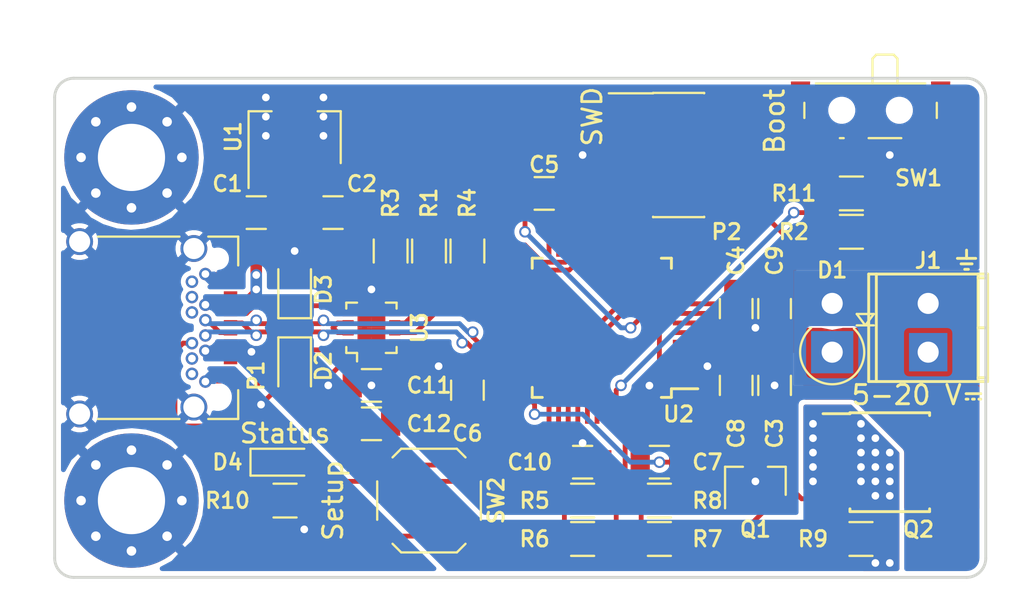
<source format=kicad_pcb>
(kicad_pcb (version 4) (host pcbnew 4.0.6)

  (general
    (links 121)
    (no_connects 0)
    (area 79.065 52.89 132.000001 84.500001)
    (thickness 1.6)
    (drawings 10)
    (tracks 422)
    (zones 0)
    (modules 39)
    (nets 65)
  )

  (page USLetter)
  (title_block
    (title "PD Buddy Sink")
    (rev 0.2)
  )

  (layers
    (0 F.Cu signal)
    (31 B.Cu signal)
    (32 B.Adhes user)
    (33 F.Adhes user)
    (34 B.Paste user)
    (35 F.Paste user)
    (36 B.SilkS user)
    (37 F.SilkS user)
    (38 B.Mask user)
    (39 F.Mask user)
    (40 Dwgs.User user)
    (41 Cmts.User user)
    (42 Eco1.User user)
    (43 Eco2.User user)
    (44 Edge.Cuts user)
    (45 Margin user)
    (46 B.CrtYd user)
    (47 F.CrtYd user)
    (48 B.Fab user)
    (49 F.Fab user)
  )

  (setup
    (last_trace_width 0.25)
    (trace_clearance 0.16)
    (zone_clearance 0.254)
    (zone_45_only no)
    (trace_min 0.2)
    (segment_width 0.2)
    (edge_width 0.15)
    (via_size 0.6)
    (via_drill 0.4)
    (via_min_size 0.4)
    (via_min_drill 0.3)
    (uvia_size 0.3)
    (uvia_drill 0.1)
    (uvias_allowed no)
    (uvia_min_size 0.2)
    (uvia_min_drill 0.1)
    (pcb_text_width 0.3)
    (pcb_text_size 1.5 1.5)
    (mod_edge_width 0.15)
    (mod_text_size 0.8 0.8)
    (mod_text_width 0.15)
    (pad_size 1.524 1.524)
    (pad_drill 0.762)
    (pad_to_mask_clearance 0.125)
    (aux_axis_origin 0 0)
    (grid_origin 90 70)
    (visible_elements FFFFFF7F)
    (pcbplotparams
      (layerselection 0x00030_80000001)
      (usegerberextensions false)
      (excludeedgelayer true)
      (linewidth 0.100000)
      (plotframeref false)
      (viasonmask false)
      (mode 1)
      (useauxorigin false)
      (hpglpennumber 1)
      (hpglpenspeed 20)
      (hpglpendiameter 15)
      (hpglpenoverlay 2)
      (psnegative false)
      (psa4output false)
      (plotreference true)
      (plotvalue true)
      (plotinvisibletext false)
      (padsonsilk false)
      (subtractmaskfromsilk false)
      (outputformat 1)
      (mirror false)
      (drillshape 1)
      (scaleselection 1)
      (outputdirectory ""))
  )

  (net 0 "")
  (net 1 VBUS)
  (net 2 GND)
  (net 3 +3V3)
  (net 4 /Microcontroller/nRST)
  (net 5 "/PD PHY/CC2")
  (net 6 "/PD PHY/CC1")
  (net 7 "Net-(P1-PadB8)")
  (net 8 "Net-(P1-PadB3)")
  (net 9 "Net-(P1-PadB10)")
  (net 10 "Net-(P1-PadB2)")
  (net 11 "Net-(P1-PadB11)")
  (net 12 "Net-(P1-PadA2)")
  (net 13 "Net-(P1-PadA3)")
  (net 14 "Net-(P1-PadA10)")
  (net 15 "Net-(P1-PadA8)")
  (net 16 "Net-(P1-PadA11)")
  (net 17 /Microcontroller/SWDIO)
  (net 18 /Microcontroller/SWCLK)
  (net 19 "Net-(P2-Pad6)")
  (net 20 "Net-(P2-Pad7)")
  (net 21 "Net-(P2-Pad8)")
  (net 22 "Net-(Q1-Pad1)")
  (net 23 /Microcontroller/INT_N)
  (net 24 "Net-(R2-Pad1)")
  (net 25 /Microcontroller/SCL)
  (net 26 /Microcontroller/SDA)
  (net 27 "Net-(R5-Pad1)")
  (net 28 /Microcontroller/OUT_CTRL)
  (net 29 "Net-(U2-Pad2)")
  (net 30 "Net-(U2-Pad3)")
  (net 31 "Net-(U2-Pad4)")
  (net 32 "Net-(U2-Pad5)")
  (net 33 "Net-(U2-Pad6)")
  (net 34 "Net-(U2-Pad10)")
  (net 35 "Net-(U2-Pad11)")
  (net 36 "Net-(U2-Pad12)")
  (net 37 "Net-(U2-Pad13)")
  (net 38 "Net-(U2-Pad14)")
  (net 39 "Net-(U2-Pad15)")
  (net 40 "Net-(U2-Pad16)")
  (net 41 "Net-(U2-Pad17)")
  (net 42 "Net-(U2-Pad18)")
  (net 43 "Net-(U2-Pad19)")
  (net 44 "Net-(U2-Pad20)")
  (net 45 "Net-(U2-Pad26)")
  (net 46 "Net-(U2-Pad27)")
  (net 47 "Net-(U2-Pad28)")
  (net 48 "Net-(U2-Pad29)")
  (net 49 "Net-(U2-Pad30)")
  (net 50 "Net-(U2-Pad40)")
  (net 51 "Net-(U2-Pad46)")
  (net 52 VCONN)
  (net 53 "Net-(D4-Pad1)")
  (net 54 /Microcontroller/D+)
  (net 55 /Microcontroller/D-)
  (net 56 /Microcontroller/SETUP)
  (net 57 /Microcontroller/NOPWR)
  (net 58 "Net-(U2-Pad31)")
  (net 59 "Net-(U2-Pad41)")
  (net 60 "Net-(U2-Pad42)")
  (net 61 "Net-(U2-Pad43)")
  (net 62 "Net-(Q1-Pad3)")
  (net 63 "Net-(R11-Pad1)")
  (net 64 /Output/OUT)

  (net_class Default "This is the default net class."
    (clearance 0.16)
    (trace_width 0.25)
    (via_dia 0.6)
    (via_drill 0.4)
    (uvia_dia 0.3)
    (uvia_drill 0.1)
    (add_net +3V3)
    (add_net /Microcontroller/D+)
    (add_net /Microcontroller/D-)
    (add_net /Microcontroller/INT_N)
    (add_net /Microcontroller/NOPWR)
    (add_net /Microcontroller/OUT_CTRL)
    (add_net /Microcontroller/SCL)
    (add_net /Microcontroller/SDA)
    (add_net /Microcontroller/SETUP)
    (add_net /Microcontroller/SWCLK)
    (add_net /Microcontroller/SWDIO)
    (add_net /Microcontroller/nRST)
    (add_net /Output/OUT)
    (add_net "/PD PHY/CC1")
    (add_net "/PD PHY/CC2")
    (add_net GND)
    (add_net "Net-(D4-Pad1)")
    (add_net "Net-(P1-PadA10)")
    (add_net "Net-(P1-PadA11)")
    (add_net "Net-(P1-PadA2)")
    (add_net "Net-(P1-PadA3)")
    (add_net "Net-(P1-PadA8)")
    (add_net "Net-(P1-PadB10)")
    (add_net "Net-(P1-PadB11)")
    (add_net "Net-(P1-PadB2)")
    (add_net "Net-(P1-PadB3)")
    (add_net "Net-(P1-PadB8)")
    (add_net "Net-(P2-Pad6)")
    (add_net "Net-(P2-Pad7)")
    (add_net "Net-(P2-Pad8)")
    (add_net "Net-(Q1-Pad1)")
    (add_net "Net-(Q1-Pad3)")
    (add_net "Net-(R11-Pad1)")
    (add_net "Net-(R2-Pad1)")
    (add_net "Net-(R5-Pad1)")
    (add_net "Net-(U2-Pad10)")
    (add_net "Net-(U2-Pad11)")
    (add_net "Net-(U2-Pad12)")
    (add_net "Net-(U2-Pad13)")
    (add_net "Net-(U2-Pad14)")
    (add_net "Net-(U2-Pad15)")
    (add_net "Net-(U2-Pad16)")
    (add_net "Net-(U2-Pad17)")
    (add_net "Net-(U2-Pad18)")
    (add_net "Net-(U2-Pad19)")
    (add_net "Net-(U2-Pad2)")
    (add_net "Net-(U2-Pad20)")
    (add_net "Net-(U2-Pad26)")
    (add_net "Net-(U2-Pad27)")
    (add_net "Net-(U2-Pad28)")
    (add_net "Net-(U2-Pad29)")
    (add_net "Net-(U2-Pad3)")
    (add_net "Net-(U2-Pad30)")
    (add_net "Net-(U2-Pad31)")
    (add_net "Net-(U2-Pad4)")
    (add_net "Net-(U2-Pad40)")
    (add_net "Net-(U2-Pad41)")
    (add_net "Net-(U2-Pad42)")
    (add_net "Net-(U2-Pad43)")
    (add_net "Net-(U2-Pad46)")
    (add_net "Net-(U2-Pad5)")
    (add_net "Net-(U2-Pad6)")
    (add_net VCONN)
  )

  (net_class Power ""
    (clearance 0.16)
    (trace_width 1.5)
    (via_dia 0.6)
    (via_drill 0.4)
    (uvia_dia 0.3)
    (uvia_drill 0.1)
  )

  (net_class Power_Small ""
    (clearance 0.16)
    (trace_width 0.6)
    (via_dia 0.6)
    (via_drill 0.4)
    (uvia_dia 0.3)
    (uvia_drill 0.1)
    (add_net VBUS)
  )

  (module Mounting_Holes:MountingHole_3.5mm_Pad_Via (layer F.Cu) (tedit 58DEFF23) (tstamp 5892A5A3)
    (at 85.5 79 90)
    (descr "Mounting Hole 3.5mm")
    (tags "mounting hole 3.5mm")
    (path /5892BB4F)
    (fp_text reference MK1 (at 0 -4.5 90) (layer F.Fab)
      (effects (font (size 0.8 0.8) (thickness 0.15)))
    )
    (fp_text value 3.5mm (at 0 4.5 90) (layer F.Fab)
      (effects (font (size 1 1) (thickness 0.15)))
    )
    (fp_circle (center 0 0) (end 3.5 0) (layer Cmts.User) (width 0.15))
    (fp_circle (center 0 0) (end 3.75 0) (layer F.CrtYd) (width 0.05))
    (pad 1 thru_hole circle (at 0 0 90) (size 7 7) (drill 3.5) (layers *.Cu *.Mask)
      (net 2 GND))
    (pad "" thru_hole circle (at 2.625 0 90) (size 0.6 0.6) (drill 0.5) (layers *.Cu *.Mask))
    (pad "" thru_hole circle (at 1.856155 1.856155 90) (size 0.6 0.6) (drill 0.5) (layers *.Cu *.Mask))
    (pad "" thru_hole circle (at 0 2.625 90) (size 0.6 0.6) (drill 0.5) (layers *.Cu *.Mask))
    (pad "" thru_hole circle (at -1.856155 1.856155 90) (size 0.6 0.6) (drill 0.5) (layers *.Cu *.Mask))
    (pad "" thru_hole circle (at -2.625 0 90) (size 0.6 0.6) (drill 0.5) (layers *.Cu *.Mask))
    (pad "" thru_hole circle (at -1.856155 -1.856155 90) (size 0.6 0.6) (drill 0.5) (layers *.Cu *.Mask))
    (pad "" thru_hole circle (at 0 -2.625 90) (size 0.6 0.6) (drill 0.5) (layers *.Cu *.Mask))
    (pad "" thru_hole circle (at 1.856155 -1.856155 90) (size 0.6 0.6) (drill 0.5) (layers *.Cu *.Mask))
  )

  (module Mounting_Holes:MountingHole_3.5mm_Pad_Via (layer F.Cu) (tedit 58DEFF1F) (tstamp 5892A5B2)
    (at 85.5 61.125 90)
    (descr "Mounting Hole 3.5mm")
    (tags "mounting hole 3.5mm")
    (path /5892BC07)
    (fp_text reference MK2 (at 0 -4.5 90) (layer F.Fab)
      (effects (font (size 0.8 0.8) (thickness 0.15)))
    )
    (fp_text value 3.5mm (at 0 4.5 90) (layer F.Fab)
      (effects (font (size 1 1) (thickness 0.15)))
    )
    (fp_circle (center 0 0) (end 3.5 0) (layer Cmts.User) (width 0.15))
    (fp_circle (center 0 0) (end 3.75 0) (layer F.CrtYd) (width 0.05))
    (pad 1 thru_hole circle (at 0 0 90) (size 7 7) (drill 3.5) (layers *.Cu *.Mask)
      (net 2 GND))
    (pad "" thru_hole circle (at 2.625 0 90) (size 0.6 0.6) (drill 0.5) (layers *.Cu *.Mask))
    (pad "" thru_hole circle (at 1.856155 1.856155 90) (size 0.6 0.6) (drill 0.5) (layers *.Cu *.Mask))
    (pad "" thru_hole circle (at 0 2.625 90) (size 0.6 0.6) (drill 0.5) (layers *.Cu *.Mask))
    (pad "" thru_hole circle (at -1.856155 1.856155 90) (size 0.6 0.6) (drill 0.5) (layers *.Cu *.Mask))
    (pad "" thru_hole circle (at -2.625 0 90) (size 0.6 0.6) (drill 0.5) (layers *.Cu *.Mask))
    (pad "" thru_hole circle (at -1.856155 -1.856155 90) (size 0.6 0.6) (drill 0.5) (layers *.Cu *.Mask))
    (pad "" thru_hole circle (at 0 -2.625 90) (size 0.6 0.6) (drill 0.5) (layers *.Cu *.Mask))
    (pad "" thru_hole circle (at 1.856155 -1.856155 90) (size 0.6 0.6) (drill 0.5) (layers *.Cu *.Mask))
  )

  (module LEDs:LED_0805 (layer F.Cu) (tedit 58DEF95B) (tstamp 5892C0EA)
    (at 93.5 77)
    (descr "LED 0805 smd package")
    (tags "LED led 0805 SMD smd SMT smt smdled SMDLED smtled SMTLED")
    (path /588FD270/58931071)
    (attr smd)
    (fp_text reference D4 (at -3 0) (layer F.SilkS)
      (effects (font (size 0.8 0.8) (thickness 0.15)))
    )
    (fp_text value Status (at 0 -1.5) (layer F.SilkS)
      (effects (font (size 1 1) (thickness 0.15)))
    )
    (fp_line (start -1.8 -0.7) (end -1.8 0.7) (layer F.SilkS) (width 0.12))
    (fp_line (start -0.4 -0.4) (end -0.4 0.4) (layer F.Fab) (width 0.1))
    (fp_line (start -0.4 0) (end 0.2 -0.4) (layer F.Fab) (width 0.1))
    (fp_line (start 0.2 0.4) (end -0.4 0) (layer F.Fab) (width 0.1))
    (fp_line (start 0.2 -0.4) (end 0.2 0.4) (layer F.Fab) (width 0.1))
    (fp_line (start 1 0.6) (end -1 0.6) (layer F.Fab) (width 0.1))
    (fp_line (start 1 -0.6) (end 1 0.6) (layer F.Fab) (width 0.1))
    (fp_line (start -1 -0.6) (end 1 -0.6) (layer F.Fab) (width 0.1))
    (fp_line (start -1 0.6) (end -1 -0.6) (layer F.Fab) (width 0.1))
    (fp_line (start -1.8 0.7) (end 1 0.7) (layer F.SilkS) (width 0.12))
    (fp_line (start -1.8 -0.7) (end 1 -0.7) (layer F.SilkS) (width 0.12))
    (fp_line (start 1.95 -0.85) (end 1.95 0.85) (layer F.CrtYd) (width 0.05))
    (fp_line (start 1.95 0.85) (end -1.95 0.85) (layer F.CrtYd) (width 0.05))
    (fp_line (start -1.95 0.85) (end -1.95 -0.85) (layer F.CrtYd) (width 0.05))
    (fp_line (start -1.95 -0.85) (end 1.95 -0.85) (layer F.CrtYd) (width 0.05))
    (pad 2 smd rect (at 1.1 0 180) (size 1.2 1.2) (layers F.Cu F.Paste F.Mask)
      (net 57 /Microcontroller/NOPWR))
    (pad 1 smd rect (at -1.1 0 180) (size 1.2 1.2) (layers F.Cu F.Paste F.Mask)
      (net 53 "Net-(D4-Pad1)"))
    (model LEDs.3dshapes/LED_0805.wrl
      (at (xyz 0 0 0))
      (scale (xyz 1 1 1))
      (rotate (xyz 0 0 0))
    )
  )

  (module Buttons_Switches_SMD:SW_SPDT_PCM12 (layer F.Cu) (tedit 58DEF931) (tstamp 589266BE)
    (at 124 59 180)
    (descr "Ultraminiature Surface Mount Slide Switch")
    (path /588FD270/589013E6)
    (attr smd)
    (fp_text reference SW1 (at -2.5 -3.2 180) (layer F.SilkS)
      (effects (font (size 0.8 0.8) (thickness 0.15)))
    )
    (fp_text value Boot (at 5 -0.25 270) (layer F.SilkS)
      (effects (font (size 1 1) (thickness 0.15)))
    )
    (fp_text user %R (at 0 -3.2 180) (layer F.Fab)
      (effects (font (size 1 1) (thickness 0.15)))
    )
    (fp_line (start -1.4 1.65) (end -1.4 2.95) (layer F.Fab) (width 0.1))
    (fp_line (start -1.4 2.95) (end -1.2 3.15) (layer F.Fab) (width 0.1))
    (fp_line (start -1.2 3.15) (end -0.35 3.15) (layer F.Fab) (width 0.1))
    (fp_line (start -0.35 3.15) (end -0.15 2.95) (layer F.Fab) (width 0.1))
    (fp_line (start -0.15 2.95) (end -0.1 2.9) (layer F.Fab) (width 0.1))
    (fp_line (start -0.1 2.9) (end -0.1 1.6) (layer F.Fab) (width 0.1))
    (fp_line (start -3.35 -1) (end -3.35 1.6) (layer F.Fab) (width 0.1))
    (fp_line (start -3.35 1.6) (end 3.35 1.6) (layer F.Fab) (width 0.1))
    (fp_line (start 3.35 1.6) (end 3.35 -1) (layer F.Fab) (width 0.1))
    (fp_line (start 3.35 -1) (end -3.35 -1) (layer F.Fab) (width 0.1))
    (fp_line (start 1.4 -1.12) (end 1.6 -1.12) (layer F.SilkS) (width 0.12))
    (fp_line (start -4.4 -2.45) (end 4.4 -2.45) (layer F.CrtYd) (width 0.05))
    (fp_line (start 4.4 -2.45) (end 4.4 2.1) (layer F.CrtYd) (width 0.05))
    (fp_line (start 4.4 2.1) (end 1.65 2.1) (layer F.CrtYd) (width 0.05))
    (fp_line (start 1.65 2.1) (end 1.65 3.4) (layer F.CrtYd) (width 0.05))
    (fp_line (start 1.65 3.4) (end -1.65 3.4) (layer F.CrtYd) (width 0.05))
    (fp_line (start -1.65 3.4) (end -1.65 2.1) (layer F.CrtYd) (width 0.05))
    (fp_line (start -1.65 2.1) (end -4.4 2.1) (layer F.CrtYd) (width 0.05))
    (fp_line (start -4.4 2.1) (end -4.4 -2.45) (layer F.CrtYd) (width 0.05))
    (fp_line (start -1.4 3.02) (end -1.2 3.23) (layer F.SilkS) (width 0.12))
    (fp_line (start -0.1 3.02) (end -0.3 3.23) (layer F.SilkS) (width 0.12))
    (fp_line (start -1.4 1.73) (end -1.4 3.02) (layer F.SilkS) (width 0.12))
    (fp_line (start -1.2 3.23) (end -0.3 3.23) (layer F.SilkS) (width 0.12))
    (fp_line (start -0.1 3.02) (end -0.1 1.73) (layer F.SilkS) (width 0.12))
    (fp_line (start -2.85 1.73) (end 2.85 1.73) (layer F.SilkS) (width 0.12))
    (fp_line (start -1.6 -1.12) (end 0.1 -1.12) (layer F.SilkS) (width 0.12))
    (fp_line (start -3.45 -0.07) (end -3.45 0.72) (layer F.SilkS) (width 0.12))
    (fp_line (start 3.45 0.72) (end 3.45 -0.07) (layer F.SilkS) (width 0.12))
    (pad "" np_thru_hole circle (at -1.5 0.33 180) (size 0.9 0.9) (drill 0.9) (layers *.Cu *.Mask))
    (pad "" np_thru_hole circle (at 1.5 0.33 180) (size 0.9 0.9) (drill 0.9) (layers *.Cu *.Mask))
    (pad 1 smd rect (at -2.25 -1.43 180) (size 0.7 1.5) (layers F.Cu F.Paste F.Mask)
      (net 2 GND))
    (pad 2 smd rect (at 0.75 -1.43 180) (size 0.7 1.5) (layers F.Cu F.Paste F.Mask)
      (net 63 "Net-(R11-Pad1)"))
    (pad 3 smd rect (at 2.25 -1.43 180) (size 0.7 1.5) (layers F.Cu F.Paste F.Mask)
      (net 3 +3V3))
    (pad "" smd rect (at -3.65 1.43 180) (size 1 0.8) (layers F.Cu F.Paste F.Mask))
    (pad "" smd rect (at 3.65 1.43 180) (size 1 0.8) (layers F.Cu F.Paste F.Mask))
    (pad "" smd rect (at 3.65 -0.78 180) (size 1 0.8) (layers F.Cu F.Paste F.Mask))
    (pad "" smd rect (at -3.65 -0.78 180) (size 1 0.8) (layers F.Cu F.Paste F.Mask))
  )

  (module Housings_QFP:LQFP-48_7x7mm_Pitch0.5mm (layer F.Cu) (tedit 54130A77) (tstamp 58926732)
    (at 110 70 180)
    (descr "48 LEAD LQFP 7x7mm (see MICREL LQFP7x7-48LD-PL-1.pdf)")
    (tags "QFP 0.5")
    (path /588FD270/588FD426)
    (attr smd)
    (fp_text reference U2 (at -4 -4.5 180) (layer F.SilkS)
      (effects (font (size 0.8 0.8) (thickness 0.15)))
    )
    (fp_text value STM32F072CBTx (at 0 6 180) (layer F.Fab)
      (effects (font (size 1 1) (thickness 0.15)))
    )
    (fp_text user %R (at 0 0 180) (layer F.Fab)
      (effects (font (size 1 1) (thickness 0.15)))
    )
    (fp_line (start -2.5 -3.5) (end 3.5 -3.5) (layer F.Fab) (width 0.15))
    (fp_line (start 3.5 -3.5) (end 3.5 3.5) (layer F.Fab) (width 0.15))
    (fp_line (start 3.5 3.5) (end -3.5 3.5) (layer F.Fab) (width 0.15))
    (fp_line (start -3.5 3.5) (end -3.5 -2.5) (layer F.Fab) (width 0.15))
    (fp_line (start -3.5 -2.5) (end -2.5 -3.5) (layer F.Fab) (width 0.15))
    (fp_line (start -5.25 -5.25) (end -5.25 5.25) (layer F.CrtYd) (width 0.05))
    (fp_line (start 5.25 -5.25) (end 5.25 5.25) (layer F.CrtYd) (width 0.05))
    (fp_line (start -5.25 -5.25) (end 5.25 -5.25) (layer F.CrtYd) (width 0.05))
    (fp_line (start -5.25 5.25) (end 5.25 5.25) (layer F.CrtYd) (width 0.05))
    (fp_line (start -3.625 -3.625) (end -3.625 -3.175) (layer F.SilkS) (width 0.15))
    (fp_line (start 3.625 -3.625) (end 3.625 -3.1) (layer F.SilkS) (width 0.15))
    (fp_line (start 3.625 3.625) (end 3.625 3.1) (layer F.SilkS) (width 0.15))
    (fp_line (start -3.625 3.625) (end -3.625 3.1) (layer F.SilkS) (width 0.15))
    (fp_line (start -3.625 -3.625) (end -3.1 -3.625) (layer F.SilkS) (width 0.15))
    (fp_line (start -3.625 3.625) (end -3.1 3.625) (layer F.SilkS) (width 0.15))
    (fp_line (start 3.625 3.625) (end 3.1 3.625) (layer F.SilkS) (width 0.15))
    (fp_line (start 3.625 -3.625) (end 3.1 -3.625) (layer F.SilkS) (width 0.15))
    (fp_line (start -3.625 -3.175) (end -5 -3.175) (layer F.SilkS) (width 0.15))
    (pad 1 smd rect (at -4.35 -2.75 180) (size 1.3 0.25) (layers F.Cu F.Paste F.Mask)
      (net 3 +3V3))
    (pad 2 smd rect (at -4.35 -2.25 180) (size 1.3 0.25) (layers F.Cu F.Paste F.Mask)
      (net 29 "Net-(U2-Pad2)"))
    (pad 3 smd rect (at -4.35 -1.75 180) (size 1.3 0.25) (layers F.Cu F.Paste F.Mask)
      (net 30 "Net-(U2-Pad3)"))
    (pad 4 smd rect (at -4.35 -1.25 180) (size 1.3 0.25) (layers F.Cu F.Paste F.Mask)
      (net 31 "Net-(U2-Pad4)"))
    (pad 5 smd rect (at -4.35 -0.75 180) (size 1.3 0.25) (layers F.Cu F.Paste F.Mask)
      (net 32 "Net-(U2-Pad5)"))
    (pad 6 smd rect (at -4.35 -0.25 180) (size 1.3 0.25) (layers F.Cu F.Paste F.Mask)
      (net 33 "Net-(U2-Pad6)"))
    (pad 7 smd rect (at -4.35 0.25 180) (size 1.3 0.25) (layers F.Cu F.Paste F.Mask)
      (net 4 /Microcontroller/nRST))
    (pad 8 smd rect (at -4.35 0.75 180) (size 1.3 0.25) (layers F.Cu F.Paste F.Mask)
      (net 2 GND))
    (pad 9 smd rect (at -4.35 1.25 180) (size 1.3 0.25) (layers F.Cu F.Paste F.Mask)
      (net 3 +3V3))
    (pad 10 smd rect (at -4.35 1.75 180) (size 1.3 0.25) (layers F.Cu F.Paste F.Mask)
      (net 34 "Net-(U2-Pad10)"))
    (pad 11 smd rect (at -4.35 2.25 180) (size 1.3 0.25) (layers F.Cu F.Paste F.Mask)
      (net 35 "Net-(U2-Pad11)"))
    (pad 12 smd rect (at -4.35 2.75 180) (size 1.3 0.25) (layers F.Cu F.Paste F.Mask)
      (net 36 "Net-(U2-Pad12)"))
    (pad 13 smd rect (at -2.75 4.35 270) (size 1.3 0.25) (layers F.Cu F.Paste F.Mask)
      (net 37 "Net-(U2-Pad13)"))
    (pad 14 smd rect (at -2.25 4.35 270) (size 1.3 0.25) (layers F.Cu F.Paste F.Mask)
      (net 38 "Net-(U2-Pad14)"))
    (pad 15 smd rect (at -1.75 4.35 270) (size 1.3 0.25) (layers F.Cu F.Paste F.Mask)
      (net 39 "Net-(U2-Pad15)"))
    (pad 16 smd rect (at -1.25 4.35 270) (size 1.3 0.25) (layers F.Cu F.Paste F.Mask)
      (net 40 "Net-(U2-Pad16)"))
    (pad 17 smd rect (at -0.75 4.35 270) (size 1.3 0.25) (layers F.Cu F.Paste F.Mask)
      (net 41 "Net-(U2-Pad17)"))
    (pad 18 smd rect (at -0.25 4.35 270) (size 1.3 0.25) (layers F.Cu F.Paste F.Mask)
      (net 42 "Net-(U2-Pad18)"))
    (pad 19 smd rect (at 0.25 4.35 270) (size 1.3 0.25) (layers F.Cu F.Paste F.Mask)
      (net 43 "Net-(U2-Pad19)"))
    (pad 20 smd rect (at 0.75 4.35 270) (size 1.3 0.25) (layers F.Cu F.Paste F.Mask)
      (net 44 "Net-(U2-Pad20)"))
    (pad 21 smd rect (at 1.25 4.35 270) (size 1.3 0.25) (layers F.Cu F.Paste F.Mask)
      (net 25 /Microcontroller/SCL))
    (pad 22 smd rect (at 1.75 4.35 270) (size 1.3 0.25) (layers F.Cu F.Paste F.Mask)
      (net 26 /Microcontroller/SDA))
    (pad 23 smd rect (at 2.25 4.35 270) (size 1.3 0.25) (layers F.Cu F.Paste F.Mask)
      (net 2 GND))
    (pad 24 smd rect (at 2.75 4.35 270) (size 1.3 0.25) (layers F.Cu F.Paste F.Mask)
      (net 3 +3V3))
    (pad 25 smd rect (at 4.35 2.75 180) (size 1.3 0.25) (layers F.Cu F.Paste F.Mask)
      (net 23 /Microcontroller/INT_N))
    (pad 26 smd rect (at 4.35 2.25 180) (size 1.3 0.25) (layers F.Cu F.Paste F.Mask)
      (net 45 "Net-(U2-Pad26)"))
    (pad 27 smd rect (at 4.35 1.75 180) (size 1.3 0.25) (layers F.Cu F.Paste F.Mask)
      (net 46 "Net-(U2-Pad27)"))
    (pad 28 smd rect (at 4.35 1.25 180) (size 1.3 0.25) (layers F.Cu F.Paste F.Mask)
      (net 47 "Net-(U2-Pad28)"))
    (pad 29 smd rect (at 4.35 0.75 180) (size 1.3 0.25) (layers F.Cu F.Paste F.Mask)
      (net 48 "Net-(U2-Pad29)"))
    (pad 30 smd rect (at 4.35 0.25 180) (size 1.3 0.25) (layers F.Cu F.Paste F.Mask)
      (net 49 "Net-(U2-Pad30)"))
    (pad 31 smd rect (at 4.35 -0.25 180) (size 1.3 0.25) (layers F.Cu F.Paste F.Mask)
      (net 58 "Net-(U2-Pad31)"))
    (pad 32 smd rect (at 4.35 -0.75 180) (size 1.3 0.25) (layers F.Cu F.Paste F.Mask)
      (net 55 /Microcontroller/D-))
    (pad 33 smd rect (at 4.35 -1.25 180) (size 1.3 0.25) (layers F.Cu F.Paste F.Mask)
      (net 54 /Microcontroller/D+))
    (pad 34 smd rect (at 4.35 -1.75 180) (size 1.3 0.25) (layers F.Cu F.Paste F.Mask)
      (net 17 /Microcontroller/SWDIO))
    (pad 35 smd rect (at 4.35 -2.25 180) (size 1.3 0.25) (layers F.Cu F.Paste F.Mask)
      (net 2 GND))
    (pad 36 smd rect (at 4.35 -2.75 180) (size 1.3 0.25) (layers F.Cu F.Paste F.Mask)
      (net 3 +3V3))
    (pad 37 smd rect (at 2.75 -4.35 270) (size 1.3 0.25) (layers F.Cu F.Paste F.Mask)
      (net 18 /Microcontroller/SWCLK))
    (pad 38 smd rect (at 2.25 -4.35 270) (size 1.3 0.25) (layers F.Cu F.Paste F.Mask)
      (net 57 /Microcontroller/NOPWR))
    (pad 39 smd rect (at 1.75 -4.35 270) (size 1.3 0.25) (layers F.Cu F.Paste F.Mask)
      (net 56 /Microcontroller/SETUP))
    (pad 40 smd rect (at 1.25 -4.35 270) (size 1.3 0.25) (layers F.Cu F.Paste F.Mask)
      (net 50 "Net-(U2-Pad40)"))
    (pad 41 smd rect (at 0.75 -4.35 270) (size 1.3 0.25) (layers F.Cu F.Paste F.Mask)
      (net 59 "Net-(U2-Pad41)"))
    (pad 42 smd rect (at 0.25 -4.35 270) (size 1.3 0.25) (layers F.Cu F.Paste F.Mask)
      (net 60 "Net-(U2-Pad42)"))
    (pad 43 smd rect (at -0.25 -4.35 270) (size 1.3 0.25) (layers F.Cu F.Paste F.Mask)
      (net 61 "Net-(U2-Pad43)"))
    (pad 44 smd rect (at -0.75 -4.35 270) (size 1.3 0.25) (layers F.Cu F.Paste F.Mask)
      (net 24 "Net-(R2-Pad1)"))
    (pad 45 smd rect (at -1.25 -4.35 270) (size 1.3 0.25) (layers F.Cu F.Paste F.Mask)
      (net 28 /Microcontroller/OUT_CTRL))
    (pad 46 smd rect (at -1.75 -4.35 270) (size 1.3 0.25) (layers F.Cu F.Paste F.Mask)
      (net 51 "Net-(U2-Pad46)"))
    (pad 47 smd rect (at -2.25 -4.35 270) (size 1.3 0.25) (layers F.Cu F.Paste F.Mask)
      (net 2 GND))
    (pad 48 smd rect (at -2.75 -4.35 270) (size 1.3 0.25) (layers F.Cu F.Paste F.Mask)
      (net 3 +3V3))
    (model Housings_QFP.3dshapes/LQFP-48_7x7mm_Pitch0.5mm.wrl
      (at (xyz 0 0 0))
      (scale (xyz 1 1 1))
      (rotate (xyz 0 0 0))
    )
  )

  (module Diodes_THT:D_DO-41_SOD81_P2.54mm_Vertical_AnodeUp (layer F.Cu) (tedit 5877C982) (tstamp 5892652F)
    (at 122 71.27 90)
    (descr "D, DO-41_SOD81 series, Axial, Vertical, pin pitch=2.54mm, , length*diameter=5.2*2.7mm^2, , http://www.diodes.com/_files/packages/DO-41%20(Plastic).pdf")
    (tags "D DO-41_SOD81 series Axial Vertical pin pitch 2.54mm  length 5.2mm diameter 2.7mm")
    (path /588FA3A4/58925D4E)
    (fp_text reference D1 (at 4.27 0 180) (layer F.SilkS)
      (effects (font (size 0.8 0.8) (thickness 0.15)))
    )
    (fp_text value 1N5819 (at 1.27 3.579635 90) (layer F.Fab)
      (effects (font (size 1 1) (thickness 0.15)))
    )
    (fp_arc (start 0 0) (end 1.257516 -1.1) (angle -276.1) (layer F.SilkS) (width 0.12))
    (fp_circle (center 0 0) (end 1.35 0) (layer F.Fab) (width 0.1))
    (fp_line (start 0 0) (end 2.54 0) (layer F.Fab) (width 0.1))
    (fp_line (start 1.397 1.28) (end 1.397 2.169) (layer F.SilkS) (width 0.12))
    (fp_line (start 1.397 1.7245) (end 1.989667 1.28) (layer F.SilkS) (width 0.12))
    (fp_line (start 1.989667 1.28) (end 1.989667 2.169) (layer F.SilkS) (width 0.12))
    (fp_line (start 1.989667 2.169) (end 1.397 1.7245) (layer F.SilkS) (width 0.12))
    (fp_line (start -1.7 -1.95) (end -1.7 1.95) (layer F.CrtYd) (width 0.05))
    (fp_line (start -1.7 1.95) (end 3.95 1.95) (layer F.CrtYd) (width 0.05))
    (fp_line (start 3.95 1.95) (end 3.95 -1.95) (layer F.CrtYd) (width 0.05))
    (fp_line (start 3.95 -1.95) (end -1.7 -1.95) (layer F.CrtYd) (width 0.05))
    (fp_text user K (at -2.390635 0 90) (layer F.Fab)
      (effects (font (size 1 1) (thickness 0.15)))
    )
    (pad 1 thru_hole rect (at 0 0 90) (size 2.2 2.2) (drill 1.1) (layers *.Cu *.Mask)
      (net 64 /Output/OUT))
    (pad 2 thru_hole oval (at 2.54 0 90) (size 2.2 2.2) (drill 1.1) (layers *.Cu *.Mask)
      (net 2 GND))
    (model Diodes_ThroughHole.3dshapes/D_DO-41_SOD81_P2.54mm_Vertical_AnodeUp.wrl
      (at (xyz 0 0 0))
      (scale (xyz 0.393701 0.393701 0.393701))
      (rotate (xyz 0 0 0))
    )
  )

  (module Connectors_Terminal_Blocks:TerminalBlock_Pheonix_MPT-2.54mm_2pol (layer F.Cu) (tedit 58DEF94C) (tstamp 58926570)
    (at 127 71.27 90)
    (descr "2-way 2.54mm pitch terminal block, Phoenix MPT series")
    (path /588FA3A4/588FA688)
    (fp_text reference J1 (at 4.77 0 180) (layer F.SilkS)
      (effects (font (size 0.8 0.8) (thickness 0.15)))
    )
    (fp_text value "5-20 V⎓" (at -2.23 -0.5 180) (layer F.SilkS)
      (effects (font (size 1 1) (thickness 0.15)))
    )
    (fp_line (start -1.7 -3.3) (end 4.3 -3.3) (layer F.CrtYd) (width 0.05))
    (fp_line (start -1.7 3.3) (end -1.7 -3.3) (layer F.CrtYd) (width 0.05))
    (fp_line (start 4.3 3.3) (end -1.7 3.3) (layer F.CrtYd) (width 0.05))
    (fp_line (start 4.3 -3.3) (end 4.3 3.3) (layer F.CrtYd) (width 0.05))
    (fp_line (start 4.06908 2.60096) (end -1.52908 2.60096) (layer F.SilkS) (width 0.15))
    (fp_line (start -1.33096 3.0988) (end -1.33096 2.60096) (layer F.SilkS) (width 0.15))
    (fp_line (start 3.87096 2.60096) (end 3.87096 3.0988) (layer F.SilkS) (width 0.15))
    (fp_line (start 1.27 3.0988) (end 1.27 2.60096) (layer F.SilkS) (width 0.15))
    (fp_line (start -1.52908 -2.70002) (end 4.06908 -2.70002) (layer F.SilkS) (width 0.15))
    (fp_line (start -1.52908 3.0988) (end 4.06908 3.0988) (layer F.SilkS) (width 0.15))
    (fp_line (start 4.06908 3.0988) (end 4.06908 -3.0988) (layer F.SilkS) (width 0.15))
    (fp_line (start 4.06908 -3.0988) (end -1.52908 -3.0988) (layer F.SilkS) (width 0.15))
    (fp_line (start -1.52908 -3.0988) (end -1.52908 3.0988) (layer F.SilkS) (width 0.15))
    (pad 2 thru_hole oval (at 2.54 0 90) (size 1.99898 1.99898) (drill 1.09728) (layers *.Cu *.Mask)
      (net 2 GND))
    (pad 1 thru_hole rect (at 0 0 90) (size 1.99898 1.99898) (drill 1.09728) (layers *.Cu *.Mask)
      (net 64 /Output/OUT))
    (model Terminal_Blocks.3dshapes/TerminalBlock_Pheonix_MPT-2.54mm_2pol.wrl
      (at (xyz 0.05 0 0))
      (scale (xyz 1 1 1))
      (rotate (xyz 0 0 0))
    )
  )

  (module Housings_SOIC:SOIC-8_3.9x4.9mm_Pitch1.27mm (layer F.Cu) (tedit 58CD0CDA) (tstamp 5892660D)
    (at 125 77)
    (descr "8-Lead Plastic Small Outline (SN) - Narrow, 3.90 mm Body [SOIC] (see Microchip Packaging Specification 00000049BS.pdf)")
    (tags "SOIC 1.27")
    (path /588FA3A4/588FA570)
    (attr smd)
    (fp_text reference Q2 (at 1.5 3.5) (layer F.SilkS)
      (effects (font (size 0.8 0.8) (thickness 0.15)))
    )
    (fp_text value DMP4015SSS (at 0 3.5) (layer F.Fab)
      (effects (font (size 1 1) (thickness 0.15)))
    )
    (fp_text user %R (at 0 0) (layer F.Fab)
      (effects (font (size 1 1) (thickness 0.15)))
    )
    (fp_line (start -0.95 -2.45) (end 1.95 -2.45) (layer F.Fab) (width 0.1))
    (fp_line (start 1.95 -2.45) (end 1.95 2.45) (layer F.Fab) (width 0.1))
    (fp_line (start 1.95 2.45) (end -1.95 2.45) (layer F.Fab) (width 0.1))
    (fp_line (start -1.95 2.45) (end -1.95 -1.45) (layer F.Fab) (width 0.1))
    (fp_line (start -1.95 -1.45) (end -0.95 -2.45) (layer F.Fab) (width 0.1))
    (fp_line (start -3.73 -2.7) (end -3.73 2.7) (layer F.CrtYd) (width 0.05))
    (fp_line (start 3.73 -2.7) (end 3.73 2.7) (layer F.CrtYd) (width 0.05))
    (fp_line (start -3.73 -2.7) (end 3.73 -2.7) (layer F.CrtYd) (width 0.05))
    (fp_line (start -3.73 2.7) (end 3.73 2.7) (layer F.CrtYd) (width 0.05))
    (fp_line (start -2.075 -2.575) (end -2.075 -2.525) (layer F.SilkS) (width 0.15))
    (fp_line (start 2.075 -2.575) (end 2.075 -2.43) (layer F.SilkS) (width 0.15))
    (fp_line (start 2.075 2.575) (end 2.075 2.43) (layer F.SilkS) (width 0.15))
    (fp_line (start -2.075 2.575) (end -2.075 2.43) (layer F.SilkS) (width 0.15))
    (fp_line (start -2.075 -2.575) (end 2.075 -2.575) (layer F.SilkS) (width 0.15))
    (fp_line (start -2.075 2.575) (end 2.075 2.575) (layer F.SilkS) (width 0.15))
    (fp_line (start -2.075 -2.525) (end -3.475 -2.525) (layer F.SilkS) (width 0.15))
    (pad 1 smd rect (at -2.7 -1.905) (size 1.55 0.6) (layers F.Cu F.Paste F.Mask)
      (net 1 VBUS))
    (pad 2 smd rect (at -2.7 -0.635) (size 1.55 0.6) (layers F.Cu F.Paste F.Mask)
      (net 1 VBUS))
    (pad 3 smd rect (at -2.7 0.635) (size 1.55 0.6) (layers F.Cu F.Paste F.Mask)
      (net 1 VBUS))
    (pad 4 smd rect (at -2.7 1.905) (size 1.55 0.6) (layers F.Cu F.Paste F.Mask)
      (net 62 "Net-(Q1-Pad3)"))
    (pad 5 smd rect (at 2.7 1.905) (size 1.55 0.6) (layers F.Cu F.Paste F.Mask)
      (net 64 /Output/OUT))
    (pad 6 smd rect (at 2.7 0.635) (size 1.55 0.6) (layers F.Cu F.Paste F.Mask)
      (net 64 /Output/OUT))
    (pad 7 smd rect (at 2.7 -0.635) (size 1.55 0.6) (layers F.Cu F.Paste F.Mask)
      (net 64 /Output/OUT))
    (pad 8 smd rect (at 2.7 -1.905) (size 1.55 0.6) (layers F.Cu F.Paste F.Mask)
      (net 64 /Output/OUT))
    (model Housings_SOIC.3dshapes/SOIC-8_3.9x4.9mm_Pitch1.27mm.wrl
      (at (xyz 0 0 0))
      (scale (xyz 1 1 1))
      (rotate (xyz 0 0 0))
    )
  )

  (module TO_SOT_Packages_SMD:SOT-23 (layer F.Cu) (tedit 58CE4E7E) (tstamp 589265F1)
    (at 118 78 90)
    (descr "SOT-23, Standard")
    (tags SOT-23)
    (path /588FA3A4/588FA577)
    (attr smd)
    (fp_text reference Q1 (at -2.5 0 180) (layer F.SilkS)
      (effects (font (size 0.8 0.8) (thickness 0.15)))
    )
    (fp_text value MMBT2222ALT1G (at 0 2.5 90) (layer F.Fab)
      (effects (font (size 1 1) (thickness 0.15)))
    )
    (fp_text user %R (at 0 0 90) (layer F.Fab)
      (effects (font (size 0.5 0.5) (thickness 0.075)))
    )
    (fp_line (start -0.7 -0.95) (end -0.7 1.5) (layer F.Fab) (width 0.1))
    (fp_line (start -0.15 -1.52) (end 0.7 -1.52) (layer F.Fab) (width 0.1))
    (fp_line (start -0.7 -0.95) (end -0.15 -1.52) (layer F.Fab) (width 0.1))
    (fp_line (start 0.7 -1.52) (end 0.7 1.52) (layer F.Fab) (width 0.1))
    (fp_line (start -0.7 1.52) (end 0.7 1.52) (layer F.Fab) (width 0.1))
    (fp_line (start 0.76 1.58) (end 0.76 0.65) (layer F.SilkS) (width 0.12))
    (fp_line (start 0.76 -1.58) (end 0.76 -0.65) (layer F.SilkS) (width 0.12))
    (fp_line (start -1.7 -1.75) (end 1.7 -1.75) (layer F.CrtYd) (width 0.05))
    (fp_line (start 1.7 -1.75) (end 1.7 1.75) (layer F.CrtYd) (width 0.05))
    (fp_line (start 1.7 1.75) (end -1.7 1.75) (layer F.CrtYd) (width 0.05))
    (fp_line (start -1.7 1.75) (end -1.7 -1.75) (layer F.CrtYd) (width 0.05))
    (fp_line (start 0.76 -1.58) (end -1.4 -1.58) (layer F.SilkS) (width 0.12))
    (fp_line (start 0.76 1.58) (end -0.7 1.58) (layer F.SilkS) (width 0.12))
    (pad 1 smd rect (at -1 -0.95 90) (size 0.9 0.8) (layers F.Cu F.Paste F.Mask)
      (net 22 "Net-(Q1-Pad1)"))
    (pad 2 smd rect (at -1 0.95 90) (size 0.9 0.8) (layers F.Cu F.Paste F.Mask)
      (net 2 GND))
    (pad 3 smd rect (at 1 0 90) (size 0.9 0.8) (layers F.Cu F.Paste F.Mask)
      (net 62 "Net-(Q1-Pad3)"))
    (model ${KISYS3DMOD}/TO_SOT_Packages_SMD.3dshapes/SOT-23.wrl
      (at (xyz 0 0 0))
      (scale (xyz 1 1 1))
      (rotate (xyz 0 0 90))
    )
  )

  (module Diodes_SMD:D_SOD-323 (layer F.Cu) (tedit 58641739) (tstamp 58926546)
    (at 94 72 270)
    (descr SOD-323)
    (tags SOD-323)
    (path /588FB1D7/588FB3E3)
    (attr smd)
    (fp_text reference D2 (at 0 -1.5 270) (layer F.SilkS)
      (effects (font (size 0.8 0.8) (thickness 0.15)))
    )
    (fp_text value CZRF52C5V6 (at 0.1 1.9 270) (layer F.Fab)
      (effects (font (size 1 1) (thickness 0.15)))
    )
    (fp_line (start -1.5 -0.85) (end -1.5 0.85) (layer F.SilkS) (width 0.12))
    (fp_line (start 0.2 0) (end 0.45 0) (layer F.Fab) (width 0.1))
    (fp_line (start 0.2 0.35) (end -0.3 0) (layer F.Fab) (width 0.1))
    (fp_line (start 0.2 -0.35) (end 0.2 0.35) (layer F.Fab) (width 0.1))
    (fp_line (start -0.3 0) (end 0.2 -0.35) (layer F.Fab) (width 0.1))
    (fp_line (start -0.3 0) (end -0.5 0) (layer F.Fab) (width 0.1))
    (fp_line (start -0.3 -0.35) (end -0.3 0.35) (layer F.Fab) (width 0.1))
    (fp_line (start -0.9 0.7) (end -0.9 -0.7) (layer F.Fab) (width 0.1))
    (fp_line (start 0.9 0.7) (end -0.9 0.7) (layer F.Fab) (width 0.1))
    (fp_line (start 0.9 -0.7) (end 0.9 0.7) (layer F.Fab) (width 0.1))
    (fp_line (start -0.9 -0.7) (end 0.9 -0.7) (layer F.Fab) (width 0.1))
    (fp_line (start -1.6 -0.95) (end 1.6 -0.95) (layer F.CrtYd) (width 0.05))
    (fp_line (start 1.6 -0.95) (end 1.6 0.95) (layer F.CrtYd) (width 0.05))
    (fp_line (start -1.6 0.95) (end 1.6 0.95) (layer F.CrtYd) (width 0.05))
    (fp_line (start -1.6 -0.95) (end -1.6 0.95) (layer F.CrtYd) (width 0.05))
    (fp_line (start -1.5 0.85) (end 1.05 0.85) (layer F.SilkS) (width 0.12))
    (fp_line (start -1.5 -0.85) (end 1.05 -0.85) (layer F.SilkS) (width 0.12))
    (pad 1 smd rect (at -1.05 0 270) (size 0.6 0.45) (layers F.Cu F.Paste F.Mask)
      (net 5 "/PD PHY/CC2"))
    (pad 2 smd rect (at 1.05 0 270) (size 0.6 0.45) (layers F.Cu F.Paste F.Mask)
      (net 2 GND))
    (model Diodes_SMD.3dshapes/D_SOD-323.wrl
      (at (xyz 0 0 0))
      (scale (xyz 1 1 1))
      (rotate (xyz 0 0 180))
    )
  )

  (module Diodes_SMD:D_SOD-323 (layer F.Cu) (tedit 58641739) (tstamp 5892655D)
    (at 94 68 90)
    (descr SOD-323)
    (tags SOD-323)
    (path /588FB1D7/588FB500)
    (attr smd)
    (fp_text reference D3 (at 0 1.5 90) (layer F.SilkS)
      (effects (font (size 0.8 0.8) (thickness 0.15)))
    )
    (fp_text value CZRF52C5V6 (at 0.1 1.9 90) (layer F.Fab)
      (effects (font (size 1 1) (thickness 0.15)))
    )
    (fp_line (start -1.5 -0.85) (end -1.5 0.85) (layer F.SilkS) (width 0.12))
    (fp_line (start 0.2 0) (end 0.45 0) (layer F.Fab) (width 0.1))
    (fp_line (start 0.2 0.35) (end -0.3 0) (layer F.Fab) (width 0.1))
    (fp_line (start 0.2 -0.35) (end 0.2 0.35) (layer F.Fab) (width 0.1))
    (fp_line (start -0.3 0) (end 0.2 -0.35) (layer F.Fab) (width 0.1))
    (fp_line (start -0.3 0) (end -0.5 0) (layer F.Fab) (width 0.1))
    (fp_line (start -0.3 -0.35) (end -0.3 0.35) (layer F.Fab) (width 0.1))
    (fp_line (start -0.9 0.7) (end -0.9 -0.7) (layer F.Fab) (width 0.1))
    (fp_line (start 0.9 0.7) (end -0.9 0.7) (layer F.Fab) (width 0.1))
    (fp_line (start 0.9 -0.7) (end 0.9 0.7) (layer F.Fab) (width 0.1))
    (fp_line (start -0.9 -0.7) (end 0.9 -0.7) (layer F.Fab) (width 0.1))
    (fp_line (start -1.6 -0.95) (end 1.6 -0.95) (layer F.CrtYd) (width 0.05))
    (fp_line (start 1.6 -0.95) (end 1.6 0.95) (layer F.CrtYd) (width 0.05))
    (fp_line (start -1.6 0.95) (end 1.6 0.95) (layer F.CrtYd) (width 0.05))
    (fp_line (start -1.6 -0.95) (end -1.6 0.95) (layer F.CrtYd) (width 0.05))
    (fp_line (start -1.5 0.85) (end 1.05 0.85) (layer F.SilkS) (width 0.12))
    (fp_line (start -1.5 -0.85) (end 1.05 -0.85) (layer F.SilkS) (width 0.12))
    (pad 1 smd rect (at -1.05 0 90) (size 0.6 0.45) (layers F.Cu F.Paste F.Mask)
      (net 6 "/PD PHY/CC1"))
    (pad 2 smd rect (at 1.05 0 90) (size 0.6 0.45) (layers F.Cu F.Paste F.Mask)
      (net 2 GND))
    (model Diodes_SMD.3dshapes/D_SOD-323.wrl
      (at (xyz 0 0 0))
      (scale (xyz 1 1 1))
      (rotate (xyz 0 0 180))
    )
  )

  (module TO_SOT_Packages_SMD:SOT89-3_Housing (layer F.Cu) (tedit 58CE4E7F) (tstamp 589266EB)
    (at 94 60.5 90)
    (descr "SOT89-3, Housing,")
    (tags "SOT89-3 Housing ")
    (path /588F9A21/588FA408)
    (attr smd)
    (fp_text reference U1 (at 0.45 -3.2 90) (layer F.SilkS)
      (effects (font (size 0.8 0.8) (thickness 0.15)))
    )
    (fp_text value AP2204R-3.3TRG1 (at 0.45 3.25 90) (layer F.Fab)
      (effects (font (size 1 1) (thickness 0.15)))
    )
    (fp_text user %R (at 0.38 0 90) (layer F.Fab)
      (effects (font (size 0.6 0.6) (thickness 0.09)))
    )
    (fp_line (start 1.78 1.2) (end 1.78 2.4) (layer F.SilkS) (width 0.12))
    (fp_line (start 1.78 2.4) (end -0.92 2.4) (layer F.SilkS) (width 0.12))
    (fp_line (start -2.22 -2.4) (end 1.78 -2.4) (layer F.SilkS) (width 0.12))
    (fp_line (start 1.78 -2.4) (end 1.78 -1.2) (layer F.SilkS) (width 0.12))
    (fp_line (start -0.92 -1.51) (end -0.13 -2.3) (layer F.Fab) (width 0.1))
    (fp_line (start 1.68 -2.3) (end 1.68 2.3) (layer F.Fab) (width 0.1))
    (fp_line (start 1.68 2.3) (end -0.92 2.3) (layer F.Fab) (width 0.1))
    (fp_line (start -0.92 2.3) (end -0.92 -1.51) (layer F.Fab) (width 0.1))
    (fp_line (start -0.13 -2.3) (end 1.68 -2.3) (layer F.Fab) (width 0.1))
    (fp_line (start 3.23 -2.55) (end 3.23 2.55) (layer F.CrtYd) (width 0.05))
    (fp_line (start 3.23 -2.55) (end -2.48 -2.55) (layer F.CrtYd) (width 0.05))
    (fp_line (start -2.48 2.55) (end 3.23 2.55) (layer F.CrtYd) (width 0.05))
    (fp_line (start -2.48 2.55) (end -2.48 -2.55) (layer F.CrtYd) (width 0.05))
    (pad 1 smd rect (at -1.48 -1.5) (size 1 1.5) (layers F.Cu F.Paste F.Mask)
      (net 1 VBUS))
    (pad 2 smd rect (at -1.48 0) (size 1 1.5) (layers F.Cu F.Paste F.Mask)
      (net 2 GND))
    (pad 3 smd rect (at -1.48 1.5) (size 1 1.5) (layers F.Cu F.Paste F.Mask)
      (net 3 +3V3))
    (pad 2 smd rect (at 1.48 0) (size 2 3) (layers F.Cu F.Paste F.Mask)
      (net 2 GND))
    (pad 2 smd trapezoid (at -0.37 0 180) (size 1.5 0.75) (rect_delta 0 0.5 ) (layers F.Cu F.Paste F.Mask)
      (net 2 GND))
    (model ${KISYS3DMOD}/TO_SOT_Packages_SMD.3dshapes/SOT89-3_Housing.wrl
      (at (xyz 0.02 0 0))
      (scale (xyz 0.39 0.39 0.39))
      (rotate (xyz 0 0 90))
    )
  )

  (module Pin_Headers:Pin_Header_Straight_2x05_Pitch1.27mm_SMD (layer F.Cu) (tedit 58DEF920) (tstamp 589265DD)
    (at 114 61)
    (descr "surface-mounted straight pin header, 2x05, 1.27mm pitch, double rows")
    (tags "Surface mounted pin header SMD 2x05 1.27mm double row")
    (path /588FD270/5892D0FE)
    (attr smd)
    (fp_text reference P2 (at 2.5 4) (layer F.SilkS)
      (effects (font (size 0.8 0.8) (thickness 0.15)))
    )
    (fp_text value SWD (at -4.5 -2 90) (layer F.SilkS)
      (effects (font (size 1 1) (thickness 0.15)))
    )
    (fp_line (start -1.27 -3.175) (end -1.27 3.175) (layer F.Fab) (width 0.1))
    (fp_line (start -1.27 3.175) (end 1.27 3.175) (layer F.Fab) (width 0.1))
    (fp_line (start 1.27 3.175) (end 1.27 -3.175) (layer F.Fab) (width 0.1))
    (fp_line (start 1.27 -3.175) (end -1.27 -3.175) (layer F.Fab) (width 0.1))
    (fp_line (start -1.27 -2.74) (end -1.27 -2.34) (layer F.Fab) (width 0.1))
    (fp_line (start -1.27 -2.34) (end -2.555 -2.34) (layer F.Fab) (width 0.1))
    (fp_line (start -2.555 -2.34) (end -2.555 -2.74) (layer F.Fab) (width 0.1))
    (fp_line (start -2.555 -2.74) (end -1.27 -2.74) (layer F.Fab) (width 0.1))
    (fp_line (start 1.27 -2.74) (end 1.27 -2.34) (layer F.Fab) (width 0.1))
    (fp_line (start 1.27 -2.34) (end 2.555 -2.34) (layer F.Fab) (width 0.1))
    (fp_line (start 2.555 -2.34) (end 2.555 -2.74) (layer F.Fab) (width 0.1))
    (fp_line (start 2.555 -2.74) (end 1.27 -2.74) (layer F.Fab) (width 0.1))
    (fp_line (start -1.27 -1.47) (end -1.27 -1.07) (layer F.Fab) (width 0.1))
    (fp_line (start -1.27 -1.07) (end -2.555 -1.07) (layer F.Fab) (width 0.1))
    (fp_line (start -2.555 -1.07) (end -2.555 -1.47) (layer F.Fab) (width 0.1))
    (fp_line (start -2.555 -1.47) (end -1.27 -1.47) (layer F.Fab) (width 0.1))
    (fp_line (start 1.27 -1.47) (end 1.27 -1.07) (layer F.Fab) (width 0.1))
    (fp_line (start 1.27 -1.07) (end 2.555 -1.07) (layer F.Fab) (width 0.1))
    (fp_line (start 2.555 -1.07) (end 2.555 -1.47) (layer F.Fab) (width 0.1))
    (fp_line (start 2.555 -1.47) (end 1.27 -1.47) (layer F.Fab) (width 0.1))
    (fp_line (start -1.27 -0.2) (end -1.27 0.2) (layer F.Fab) (width 0.1))
    (fp_line (start -1.27 0.2) (end -2.555 0.2) (layer F.Fab) (width 0.1))
    (fp_line (start -2.555 0.2) (end -2.555 -0.2) (layer F.Fab) (width 0.1))
    (fp_line (start -2.555 -0.2) (end -1.27 -0.2) (layer F.Fab) (width 0.1))
    (fp_line (start 1.27 -0.2) (end 1.27 0.2) (layer F.Fab) (width 0.1))
    (fp_line (start 1.27 0.2) (end 2.555 0.2) (layer F.Fab) (width 0.1))
    (fp_line (start 2.555 0.2) (end 2.555 -0.2) (layer F.Fab) (width 0.1))
    (fp_line (start 2.555 -0.2) (end 1.27 -0.2) (layer F.Fab) (width 0.1))
    (fp_line (start -1.27 1.07) (end -1.27 1.47) (layer F.Fab) (width 0.1))
    (fp_line (start -1.27 1.47) (end -2.555 1.47) (layer F.Fab) (width 0.1))
    (fp_line (start -2.555 1.47) (end -2.555 1.07) (layer F.Fab) (width 0.1))
    (fp_line (start -2.555 1.07) (end -1.27 1.07) (layer F.Fab) (width 0.1))
    (fp_line (start 1.27 1.07) (end 1.27 1.47) (layer F.Fab) (width 0.1))
    (fp_line (start 1.27 1.47) (end 2.555 1.47) (layer F.Fab) (width 0.1))
    (fp_line (start 2.555 1.47) (end 2.555 1.07) (layer F.Fab) (width 0.1))
    (fp_line (start 2.555 1.07) (end 1.27 1.07) (layer F.Fab) (width 0.1))
    (fp_line (start -1.27 2.34) (end -1.27 2.74) (layer F.Fab) (width 0.1))
    (fp_line (start -1.27 2.74) (end -2.555 2.74) (layer F.Fab) (width 0.1))
    (fp_line (start -2.555 2.74) (end -2.555 2.34) (layer F.Fab) (width 0.1))
    (fp_line (start -2.555 2.34) (end -1.27 2.34) (layer F.Fab) (width 0.1))
    (fp_line (start 1.27 2.34) (end 1.27 2.74) (layer F.Fab) (width 0.1))
    (fp_line (start 1.27 2.74) (end 2.555 2.74) (layer F.Fab) (width 0.1))
    (fp_line (start 2.555 2.74) (end 2.555 2.34) (layer F.Fab) (width 0.1))
    (fp_line (start 2.555 2.34) (end 1.27 2.34) (layer F.Fab) (width 0.1))
    (fp_line (start -1.33 -3.215) (end -1.33 -3.235) (layer F.SilkS) (width 0.12))
    (fp_line (start -1.33 -3.235) (end 1.33 -3.235) (layer F.SilkS) (width 0.12))
    (fp_line (start 1.33 -3.235) (end 1.33 -3.215) (layer F.SilkS) (width 0.12))
    (fp_line (start -1.33 3.215) (end -1.33 3.235) (layer F.SilkS) (width 0.12))
    (fp_line (start -1.33 3.235) (end 1.33 3.235) (layer F.SilkS) (width 0.12))
    (fp_line (start 1.33 3.235) (end 1.33 3.215) (layer F.SilkS) (width 0.12))
    (fp_line (start -3.635 -3.215) (end -1.33 -3.215) (layer F.SilkS) (width 0.12))
    (fp_line (start -4.15 -3.7) (end -4.15 3.7) (layer F.CrtYd) (width 0.05))
    (fp_line (start -4.15 3.7) (end 4.15 3.7) (layer F.CrtYd) (width 0.05))
    (fp_line (start 4.15 3.7) (end 4.15 -3.7) (layer F.CrtYd) (width 0.05))
    (fp_line (start 4.15 -3.7) (end -4.15 -3.7) (layer F.CrtYd) (width 0.05))
    (fp_text user %R (at 0 -4.235) (layer F.Fab)
      (effects (font (size 1 1) (thickness 0.15)))
    )
    (pad 1 smd rect (at -1.95 -2.54) (size 2.4 0.75) (layers F.Cu F.Paste F.Mask)
      (net 3 +3V3))
    (pad 2 smd rect (at 1.95 -2.54) (size 2.4 0.75) (layers F.Cu F.Paste F.Mask)
      (net 17 /Microcontroller/SWDIO))
    (pad 3 smd rect (at -1.95 -1.27) (size 2.4 0.75) (layers F.Cu F.Paste F.Mask)
      (net 2 GND))
    (pad 4 smd rect (at 1.95 -1.27) (size 2.4 0.75) (layers F.Cu F.Paste F.Mask)
      (net 18 /Microcontroller/SWCLK))
    (pad 5 smd rect (at -1.95 0) (size 2.4 0.75) (layers F.Cu F.Paste F.Mask)
      (net 2 GND))
    (pad 6 smd rect (at 1.95 0) (size 2.4 0.75) (layers F.Cu F.Paste F.Mask)
      (net 19 "Net-(P2-Pad6)"))
    (pad 7 smd rect (at -1.95 1.27) (size 2.4 0.75) (layers F.Cu F.Paste F.Mask)
      (net 20 "Net-(P2-Pad7)"))
    (pad 8 smd rect (at 1.95 1.27) (size 2.4 0.75) (layers F.Cu F.Paste F.Mask)
      (net 21 "Net-(P2-Pad8)"))
    (pad 9 smd rect (at -1.95 2.54) (size 2.4 0.75) (layers F.Cu F.Paste F.Mask)
      (net 2 GND))
    (pad 10 smd rect (at 1.95 2.54) (size 2.4 0.75) (layers F.Cu F.Paste F.Mask)
      (net 4 /Microcontroller/nRST))
    (model ${KISYS3DMOD}/Pin_Headers.3dshapes/Pin_Header_Straight_2x05_Pitch1.27mm_SMD.wrl
      (at (xyz 0 0 0))
      (scale (xyz 1 1 1))
      (rotate (xyz 0 0 0))
    )
  )

  (module pd-buddy:MLP-14 (layer F.Cu) (tedit 58939FB0) (tstamp 58926751)
    (at 98 70 90)
    (path /588FB1D7/588FB390)
    (fp_text reference U3 (at 0 2.5 90) (layer F.SilkS)
      (effects (font (size 0.8 0.8) (thickness 0.15)))
    )
    (fp_text value FUSB302B (at 0 -2.5 90) (layer F.Fab)
      (effects (font (size 1 1) (thickness 0.15)))
    )
    (fp_line (start 1.31 -1.31) (end 1.31 -0.75) (layer F.SilkS) (width 0.12))
    (fp_line (start 1 -1.31) (end 1.31 -1.31) (layer F.SilkS) (width 0.12))
    (fp_line (start -1 1.31) (end -1.31 1.31) (layer F.SilkS) (width 0.12))
    (fp_line (start -1.31 1.31) (end -1.31 0.75) (layer F.SilkS) (width 0.12))
    (fp_line (start -1.31 -1.31) (end -1.31 -0.75) (layer F.SilkS) (width 0.12))
    (fp_line (start 1.31 1.31) (end 1.31 0.75) (layer F.SilkS) (width 0.12))
    (fp_line (start 1 1.31) (end 1.31 1.31) (layer F.SilkS) (width 0.12))
    (fp_line (start -1 -1.31) (end -1.31 -1.31) (layer F.SilkS) (width 0.12))
    (fp_line (start -1.75 -0.75) (end -1.31 -0.75) (layer F.SilkS) (width 0.12))
    (pad 2 smd rect (at -1.215 0 90) (size 0.58 0.3) (layers F.Cu F.Paste F.Mask)
      (net 1 VBUS))
    (pad 1 smd rect (at -1.215 -0.5 90) (size 0.58 0.3) (layers F.Cu F.Paste F.Mask)
      (net 5 "/PD PHY/CC2"))
    (pad 3 smd rect (at -1.215 0.5 90) (size 0.58 0.3) (layers F.Cu F.Paste F.Mask)
      (net 3 +3V3))
    (pad 8 smd rect (at 1.215 0.5 90) (size 0.58 0.3) (layers F.Cu F.Paste F.Mask)
      (net 2 GND))
    (pad 10 smd rect (at 1.215 -0.5 90) (size 0.58 0.3) (layers F.Cu F.Paste F.Mask)
      (net 6 "/PD PHY/CC1"))
    (pad 9 smd rect (at 1.215 0 90) (size 0.58 0.3) (layers F.Cu F.Paste F.Mask)
      (net 2 GND))
    (pad 4 smd rect (at -0.75 1.215 90) (size 0.3 0.58) (layers F.Cu F.Paste F.Mask)
      (net 3 +3V3))
    (pad 5 smd rect (at -0.25 1.215 90) (size 0.3 0.58) (layers F.Cu F.Paste F.Mask)
      (net 23 /Microcontroller/INT_N))
    (pad 6 smd rect (at 0.25 1.215 90) (size 0.3 0.58) (layers F.Cu F.Paste F.Mask)
      (net 25 /Microcontroller/SCL))
    (pad 7 smd rect (at 0.75 1.215 90) (size 0.3 0.58) (layers F.Cu F.Paste F.Mask)
      (net 26 /Microcontroller/SDA))
    (pad 11 smd rect (at 0.75 -1.215 90) (size 0.3 0.58) (layers F.Cu F.Paste F.Mask)
      (net 6 "/PD PHY/CC1"))
    (pad 12 smd rect (at 0.25 -1.215 90) (size 0.3 0.58) (layers F.Cu F.Paste F.Mask)
      (net 52 VCONN))
    (pad 13 smd rect (at -0.25 -1.215 90) (size 0.3 0.58) (layers F.Cu F.Paste F.Mask)
      (net 52 VCONN))
    (pad 14 smd rect (at -0.75 -1.215 90) (size 0.3 0.58) (layers F.Cu F.Paste F.Mask)
      (net 5 "/PD PHY/CC2"))
    (pad 15 smd rect (at -0.3625 0.3625 90) (size 0.725 0.725) (layers F.Cu F.Paste F.Mask)
      (net 2 GND) (solder_paste_margin_ratio -0.2))
    (pad 15 smd rect (at 0.3625 0.3625 90) (size 0.725 0.725) (layers F.Cu F.Paste F.Mask)
      (net 2 GND) (solder_paste_margin_ratio -0.2))
    (pad 15 smd rect (at -0.3625 -0.3625 90) (size 0.725 0.725) (layers F.Cu F.Paste F.Mask)
      (net 2 GND) (solder_paste_margin_ratio -0.2))
    (pad 15 smd rect (at 0.3625 -0.3625 90) (size 0.725 0.725) (layers F.Cu F.Paste F.Mask)
      (net 2 GND) (solder_paste_margin_ratio -0.2))
  )

  (module Resistors_SMD:R_0805 (layer F.Cu) (tedit 58AADA8F) (tstamp 5892661D)
    (at 101 66 90)
    (descr "Resistor SMD 0805, reflow soldering, Vishay (see dcrcw.pdf)")
    (tags "resistor 0805")
    (path /588FD270/5892476F)
    (attr smd)
    (fp_text reference R1 (at 2.5 0 90) (layer F.SilkS)
      (effects (font (size 0.8 0.8) (thickness 0.15)))
    )
    (fp_text value 2kΩ (at 0 1.75 90) (layer F.Fab)
      (effects (font (size 1 1) (thickness 0.15)))
    )
    (fp_text user %R (at 0 -1.65 90) (layer F.Fab)
      (effects (font (size 1 1) (thickness 0.15)))
    )
    (fp_line (start -1 0.62) (end -1 -0.62) (layer F.Fab) (width 0.1))
    (fp_line (start 1 0.62) (end -1 0.62) (layer F.Fab) (width 0.1))
    (fp_line (start 1 -0.62) (end 1 0.62) (layer F.Fab) (width 0.1))
    (fp_line (start -1 -0.62) (end 1 -0.62) (layer F.Fab) (width 0.1))
    (fp_line (start 0.6 0.88) (end -0.6 0.88) (layer F.SilkS) (width 0.12))
    (fp_line (start -0.6 -0.88) (end 0.6 -0.88) (layer F.SilkS) (width 0.12))
    (fp_line (start -1.55 -0.9) (end 1.55 -0.9) (layer F.CrtYd) (width 0.05))
    (fp_line (start -1.55 -0.9) (end -1.55 0.9) (layer F.CrtYd) (width 0.05))
    (fp_line (start 1.55 0.9) (end 1.55 -0.9) (layer F.CrtYd) (width 0.05))
    (fp_line (start 1.55 0.9) (end -1.55 0.9) (layer F.CrtYd) (width 0.05))
    (pad 1 smd rect (at -0.95 0 90) (size 0.7 1.3) (layers F.Cu F.Paste F.Mask)
      (net 25 /Microcontroller/SCL))
    (pad 2 smd rect (at 0.95 0 90) (size 0.7 1.3) (layers F.Cu F.Paste F.Mask)
      (net 3 +3V3))
    (model Resistors_SMD.3dshapes/R_0805.wrl
      (at (xyz 0 0 0))
      (scale (xyz 1 1 1))
      (rotate (xyz 0 0 0))
    )
  )

  (module Resistors_SMD:R_0805 (layer F.Cu) (tedit 58AADA8F) (tstamp 5892663D)
    (at 99 66 90)
    (descr "Resistor SMD 0805, reflow soldering, Vishay (see dcrcw.pdf)")
    (tags "resistor 0805")
    (path /588FD270/58924737)
    (attr smd)
    (fp_text reference R3 (at 2.5 0 90) (layer F.SilkS)
      (effects (font (size 0.8 0.8) (thickness 0.15)))
    )
    (fp_text value 2kΩ (at 0 1.75 90) (layer F.Fab)
      (effects (font (size 1 1) (thickness 0.15)))
    )
    (fp_text user %R (at 0 -1.65 90) (layer F.Fab)
      (effects (font (size 1 1) (thickness 0.15)))
    )
    (fp_line (start -1 0.62) (end -1 -0.62) (layer F.Fab) (width 0.1))
    (fp_line (start 1 0.62) (end -1 0.62) (layer F.Fab) (width 0.1))
    (fp_line (start 1 -0.62) (end 1 0.62) (layer F.Fab) (width 0.1))
    (fp_line (start -1 -0.62) (end 1 -0.62) (layer F.Fab) (width 0.1))
    (fp_line (start 0.6 0.88) (end -0.6 0.88) (layer F.SilkS) (width 0.12))
    (fp_line (start -0.6 -0.88) (end 0.6 -0.88) (layer F.SilkS) (width 0.12))
    (fp_line (start -1.55 -0.9) (end 1.55 -0.9) (layer F.CrtYd) (width 0.05))
    (fp_line (start -1.55 -0.9) (end -1.55 0.9) (layer F.CrtYd) (width 0.05))
    (fp_line (start 1.55 0.9) (end 1.55 -0.9) (layer F.CrtYd) (width 0.05))
    (fp_line (start 1.55 0.9) (end -1.55 0.9) (layer F.CrtYd) (width 0.05))
    (pad 1 smd rect (at -0.95 0 90) (size 0.7 1.3) (layers F.Cu F.Paste F.Mask)
      (net 26 /Microcontroller/SDA))
    (pad 2 smd rect (at 0.95 0 90) (size 0.7 1.3) (layers F.Cu F.Paste F.Mask)
      (net 3 +3V3))
    (model Resistors_SMD.3dshapes/R_0805.wrl
      (at (xyz 0 0 0))
      (scale (xyz 1 1 1))
      (rotate (xyz 0 0 0))
    )
  )

  (module Resistors_SMD:R_0805 (layer F.Cu) (tedit 58AADA8F) (tstamp 5892664D)
    (at 103 66 90)
    (descr "Resistor SMD 0805, reflow soldering, Vishay (see dcrcw.pdf)")
    (tags "resistor 0805")
    (path /588FD270/589246A0)
    (attr smd)
    (fp_text reference R4 (at 2.5 0 90) (layer F.SilkS)
      (effects (font (size 0.8 0.8) (thickness 0.15)))
    )
    (fp_text value 2kΩ (at 0 1.75 90) (layer F.Fab)
      (effects (font (size 1 1) (thickness 0.15)))
    )
    (fp_text user %R (at 0 -1.65 90) (layer F.Fab)
      (effects (font (size 1 1) (thickness 0.15)))
    )
    (fp_line (start -1 0.62) (end -1 -0.62) (layer F.Fab) (width 0.1))
    (fp_line (start 1 0.62) (end -1 0.62) (layer F.Fab) (width 0.1))
    (fp_line (start 1 -0.62) (end 1 0.62) (layer F.Fab) (width 0.1))
    (fp_line (start -1 -0.62) (end 1 -0.62) (layer F.Fab) (width 0.1))
    (fp_line (start 0.6 0.88) (end -0.6 0.88) (layer F.SilkS) (width 0.12))
    (fp_line (start -0.6 -0.88) (end 0.6 -0.88) (layer F.SilkS) (width 0.12))
    (fp_line (start -1.55 -0.9) (end 1.55 -0.9) (layer F.CrtYd) (width 0.05))
    (fp_line (start -1.55 -0.9) (end -1.55 0.9) (layer F.CrtYd) (width 0.05))
    (fp_line (start 1.55 0.9) (end 1.55 -0.9) (layer F.CrtYd) (width 0.05))
    (fp_line (start 1.55 0.9) (end -1.55 0.9) (layer F.CrtYd) (width 0.05))
    (pad 1 smd rect (at -0.95 0 90) (size 0.7 1.3) (layers F.Cu F.Paste F.Mask)
      (net 23 /Microcontroller/INT_N))
    (pad 2 smd rect (at 0.95 0 90) (size 0.7 1.3) (layers F.Cu F.Paste F.Mask)
      (net 3 +3V3))
    (model Resistors_SMD.3dshapes/R_0805.wrl
      (at (xyz 0 0 0))
      (scale (xyz 1 1 1))
      (rotate (xyz 0 0 0))
    )
  )

  (module Resistors_SMD:R_0805 (layer F.Cu) (tedit 58AADA8F) (tstamp 5892665D)
    (at 109 79)
    (descr "Resistor SMD 0805, reflow soldering, Vishay (see dcrcw.pdf)")
    (tags "resistor 0805")
    (path /588FD270/5892828B)
    (attr smd)
    (fp_text reference R5 (at -2.5 0) (layer F.SilkS)
      (effects (font (size 0.8 0.8) (thickness 0.15)))
    )
    (fp_text value 10kΩ (at 0 1.75) (layer F.Fab)
      (effects (font (size 1 1) (thickness 0.15)))
    )
    (fp_text user %R (at 0 -1.65) (layer F.Fab)
      (effects (font (size 1 1) (thickness 0.15)))
    )
    (fp_line (start -1 0.62) (end -1 -0.62) (layer F.Fab) (width 0.1))
    (fp_line (start 1 0.62) (end -1 0.62) (layer F.Fab) (width 0.1))
    (fp_line (start 1 -0.62) (end 1 0.62) (layer F.Fab) (width 0.1))
    (fp_line (start -1 -0.62) (end 1 -0.62) (layer F.Fab) (width 0.1))
    (fp_line (start 0.6 0.88) (end -0.6 0.88) (layer F.SilkS) (width 0.12))
    (fp_line (start -0.6 -0.88) (end 0.6 -0.88) (layer F.SilkS) (width 0.12))
    (fp_line (start -1.55 -0.9) (end 1.55 -0.9) (layer F.CrtYd) (width 0.05))
    (fp_line (start -1.55 -0.9) (end -1.55 0.9) (layer F.CrtYd) (width 0.05))
    (fp_line (start 1.55 0.9) (end 1.55 -0.9) (layer F.CrtYd) (width 0.05))
    (fp_line (start 1.55 0.9) (end -1.55 0.9) (layer F.CrtYd) (width 0.05))
    (pad 1 smd rect (at -0.95 0) (size 0.7 1.3) (layers F.Cu F.Paste F.Mask)
      (net 27 "Net-(R5-Pad1)"))
    (pad 2 smd rect (at 0.95 0) (size 0.7 1.3) (layers F.Cu F.Paste F.Mask)
      (net 56 /Microcontroller/SETUP))
    (model Resistors_SMD.3dshapes/R_0805.wrl
      (at (xyz 0 0 0))
      (scale (xyz 1 1 1))
      (rotate (xyz 0 0 0))
    )
  )

  (module Resistors_SMD:R_0805 (layer F.Cu) (tedit 58AADA8F) (tstamp 5892666D)
    (at 109 81)
    (descr "Resistor SMD 0805, reflow soldering, Vishay (see dcrcw.pdf)")
    (tags "resistor 0805")
    (path /588FD270/589286AA)
    (attr smd)
    (fp_text reference R6 (at -2.5 0) (layer F.SilkS)
      (effects (font (size 0.8 0.8) (thickness 0.15)))
    )
    (fp_text value 10kΩ (at 0 1.75) (layer F.Fab)
      (effects (font (size 1 1) (thickness 0.15)))
    )
    (fp_text user %R (at 0 -1.65) (layer F.Fab)
      (effects (font (size 1 1) (thickness 0.15)))
    )
    (fp_line (start -1 0.62) (end -1 -0.62) (layer F.Fab) (width 0.1))
    (fp_line (start 1 0.62) (end -1 0.62) (layer F.Fab) (width 0.1))
    (fp_line (start 1 -0.62) (end 1 0.62) (layer F.Fab) (width 0.1))
    (fp_line (start -1 -0.62) (end 1 -0.62) (layer F.Fab) (width 0.1))
    (fp_line (start 0.6 0.88) (end -0.6 0.88) (layer F.SilkS) (width 0.12))
    (fp_line (start -0.6 -0.88) (end 0.6 -0.88) (layer F.SilkS) (width 0.12))
    (fp_line (start -1.55 -0.9) (end 1.55 -0.9) (layer F.CrtYd) (width 0.05))
    (fp_line (start -1.55 -0.9) (end -1.55 0.9) (layer F.CrtYd) (width 0.05))
    (fp_line (start 1.55 0.9) (end 1.55 -0.9) (layer F.CrtYd) (width 0.05))
    (fp_line (start 1.55 0.9) (end -1.55 0.9) (layer F.CrtYd) (width 0.05))
    (pad 1 smd rect (at -0.95 0) (size 0.7 1.3) (layers F.Cu F.Paste F.Mask)
      (net 27 "Net-(R5-Pad1)"))
    (pad 2 smd rect (at 0.95 0) (size 0.7 1.3) (layers F.Cu F.Paste F.Mask)
      (net 2 GND))
    (model Resistors_SMD.3dshapes/R_0805.wrl
      (at (xyz 0 0 0))
      (scale (xyz 1 1 1))
      (rotate (xyz 0 0 0))
    )
  )

  (module Resistors_SMD:R_0805 (layer F.Cu) (tedit 58AADA8F) (tstamp 5892667D)
    (at 113 81)
    (descr "Resistor SMD 0805, reflow soldering, Vishay (see dcrcw.pdf)")
    (tags "resistor 0805")
    (path /588FA3A4/58926F23)
    (attr smd)
    (fp_text reference R7 (at 2.5 0) (layer F.SilkS)
      (effects (font (size 0.8 0.8) (thickness 0.15)))
    )
    (fp_text value 10kΩ (at 0 1.75) (layer F.Fab)
      (effects (font (size 1 1) (thickness 0.15)))
    )
    (fp_text user %R (at 0 -1.65) (layer F.Fab)
      (effects (font (size 1 1) (thickness 0.15)))
    )
    (fp_line (start -1 0.62) (end -1 -0.62) (layer F.Fab) (width 0.1))
    (fp_line (start 1 0.62) (end -1 0.62) (layer F.Fab) (width 0.1))
    (fp_line (start 1 -0.62) (end 1 0.62) (layer F.Fab) (width 0.1))
    (fp_line (start -1 -0.62) (end 1 -0.62) (layer F.Fab) (width 0.1))
    (fp_line (start 0.6 0.88) (end -0.6 0.88) (layer F.SilkS) (width 0.12))
    (fp_line (start -0.6 -0.88) (end 0.6 -0.88) (layer F.SilkS) (width 0.12))
    (fp_line (start -1.55 -0.9) (end 1.55 -0.9) (layer F.CrtYd) (width 0.05))
    (fp_line (start -1.55 -0.9) (end -1.55 0.9) (layer F.CrtYd) (width 0.05))
    (fp_line (start 1.55 0.9) (end 1.55 -0.9) (layer F.CrtYd) (width 0.05))
    (fp_line (start 1.55 0.9) (end -1.55 0.9) (layer F.CrtYd) (width 0.05))
    (pad 1 smd rect (at -0.95 0) (size 0.7 1.3) (layers F.Cu F.Paste F.Mask)
      (net 28 /Microcontroller/OUT_CTRL))
    (pad 2 smd rect (at 0.95 0) (size 0.7 1.3) (layers F.Cu F.Paste F.Mask)
      (net 2 GND))
    (model Resistors_SMD.3dshapes/R_0805.wrl
      (at (xyz 0 0 0))
      (scale (xyz 1 1 1))
      (rotate (xyz 0 0 0))
    )
  )

  (module Resistors_SMD:R_0805 (layer F.Cu) (tedit 58AADA8F) (tstamp 5892668D)
    (at 113 79)
    (descr "Resistor SMD 0805, reflow soldering, Vishay (see dcrcw.pdf)")
    (tags "resistor 0805")
    (path /588FA3A4/58926842)
    (attr smd)
    (fp_text reference R8 (at 2.5 0) (layer F.SilkS)
      (effects (font (size 0.8 0.8) (thickness 0.15)))
    )
    (fp_text value 2kΩ (at 0 1.75) (layer F.Fab)
      (effects (font (size 1 1) (thickness 0.15)))
    )
    (fp_text user %R (at 0 -1.65) (layer F.Fab)
      (effects (font (size 1 1) (thickness 0.15)))
    )
    (fp_line (start -1 0.62) (end -1 -0.62) (layer F.Fab) (width 0.1))
    (fp_line (start 1 0.62) (end -1 0.62) (layer F.Fab) (width 0.1))
    (fp_line (start 1 -0.62) (end 1 0.62) (layer F.Fab) (width 0.1))
    (fp_line (start -1 -0.62) (end 1 -0.62) (layer F.Fab) (width 0.1))
    (fp_line (start 0.6 0.88) (end -0.6 0.88) (layer F.SilkS) (width 0.12))
    (fp_line (start -0.6 -0.88) (end 0.6 -0.88) (layer F.SilkS) (width 0.12))
    (fp_line (start -1.55 -0.9) (end 1.55 -0.9) (layer F.CrtYd) (width 0.05))
    (fp_line (start -1.55 -0.9) (end -1.55 0.9) (layer F.CrtYd) (width 0.05))
    (fp_line (start 1.55 0.9) (end 1.55 -0.9) (layer F.CrtYd) (width 0.05))
    (fp_line (start 1.55 0.9) (end -1.55 0.9) (layer F.CrtYd) (width 0.05))
    (pad 1 smd rect (at -0.95 0) (size 0.7 1.3) (layers F.Cu F.Paste F.Mask)
      (net 28 /Microcontroller/OUT_CTRL))
    (pad 2 smd rect (at 0.95 0) (size 0.7 1.3) (layers F.Cu F.Paste F.Mask)
      (net 22 "Net-(Q1-Pad1)"))
    (model Resistors_SMD.3dshapes/R_0805.wrl
      (at (xyz 0 0 0))
      (scale (xyz 1 1 1))
      (rotate (xyz 0 0 0))
    )
  )

  (module Resistors_SMD:R_0805 (layer F.Cu) (tedit 58AADA8F) (tstamp 5892669D)
    (at 123.5 81 180)
    (descr "Resistor SMD 0805, reflow soldering, Vishay (see dcrcw.pdf)")
    (tags "resistor 0805")
    (path /588FA3A4/5892602E)
    (attr smd)
    (fp_text reference R9 (at 2.5 0 180) (layer F.SilkS)
      (effects (font (size 0.8 0.8) (thickness 0.15)))
    )
    (fp_text value 4.7kΩ (at 0 1.75 180) (layer F.Fab)
      (effects (font (size 1 1) (thickness 0.15)))
    )
    (fp_text user %R (at 0 -1.65 180) (layer F.Fab)
      (effects (font (size 1 1) (thickness 0.15)))
    )
    (fp_line (start -1 0.62) (end -1 -0.62) (layer F.Fab) (width 0.1))
    (fp_line (start 1 0.62) (end -1 0.62) (layer F.Fab) (width 0.1))
    (fp_line (start 1 -0.62) (end 1 0.62) (layer F.Fab) (width 0.1))
    (fp_line (start -1 -0.62) (end 1 -0.62) (layer F.Fab) (width 0.1))
    (fp_line (start 0.6 0.88) (end -0.6 0.88) (layer F.SilkS) (width 0.12))
    (fp_line (start -0.6 -0.88) (end 0.6 -0.88) (layer F.SilkS) (width 0.12))
    (fp_line (start -1.55 -0.9) (end 1.55 -0.9) (layer F.CrtYd) (width 0.05))
    (fp_line (start -1.55 -0.9) (end -1.55 0.9) (layer F.CrtYd) (width 0.05))
    (fp_line (start 1.55 0.9) (end 1.55 -0.9) (layer F.CrtYd) (width 0.05))
    (fp_line (start 1.55 0.9) (end -1.55 0.9) (layer F.CrtYd) (width 0.05))
    (pad 1 smd rect (at -0.95 0 180) (size 0.7 1.3) (layers F.Cu F.Paste F.Mask)
      (net 1 VBUS))
    (pad 2 smd rect (at 0.95 0 180) (size 0.7 1.3) (layers F.Cu F.Paste F.Mask)
      (net 62 "Net-(Q1-Pad3)"))
    (model Resistors_SMD.3dshapes/R_0805.wrl
      (at (xyz 0 0 0))
      (scale (xyz 1 1 1))
      (rotate (xyz 0 0 0))
    )
  )

  (module Resistors_SMD:R_0805 (layer F.Cu) (tedit 58AADA8F) (tstamp 5892BF24)
    (at 93.5 79)
    (descr "Resistor SMD 0805, reflow soldering, Vishay (see dcrcw.pdf)")
    (tags "resistor 0805")
    (path /588FD270/5893124B)
    (attr smd)
    (fp_text reference R10 (at -3 0) (layer F.SilkS)
      (effects (font (size 0.8 0.8) (thickness 0.15)))
    )
    (fp_text value 300Ω (at 0 1.75) (layer F.Fab)
      (effects (font (size 1 1) (thickness 0.15)))
    )
    (fp_text user %R (at 0 -1.65) (layer F.Fab)
      (effects (font (size 1 1) (thickness 0.15)))
    )
    (fp_line (start -1 0.62) (end -1 -0.62) (layer F.Fab) (width 0.1))
    (fp_line (start 1 0.62) (end -1 0.62) (layer F.Fab) (width 0.1))
    (fp_line (start 1 -0.62) (end 1 0.62) (layer F.Fab) (width 0.1))
    (fp_line (start -1 -0.62) (end 1 -0.62) (layer F.Fab) (width 0.1))
    (fp_line (start 0.6 0.88) (end -0.6 0.88) (layer F.SilkS) (width 0.12))
    (fp_line (start -0.6 -0.88) (end 0.6 -0.88) (layer F.SilkS) (width 0.12))
    (fp_line (start -1.55 -0.9) (end 1.55 -0.9) (layer F.CrtYd) (width 0.05))
    (fp_line (start -1.55 -0.9) (end -1.55 0.9) (layer F.CrtYd) (width 0.05))
    (fp_line (start 1.55 0.9) (end 1.55 -0.9) (layer F.CrtYd) (width 0.05))
    (fp_line (start 1.55 0.9) (end -1.55 0.9) (layer F.CrtYd) (width 0.05))
    (pad 1 smd rect (at -0.95 0) (size 0.7 1.3) (layers F.Cu F.Paste F.Mask)
      (net 53 "Net-(D4-Pad1)"))
    (pad 2 smd rect (at 0.95 0) (size 0.7 1.3) (layers F.Cu F.Paste F.Mask)
      (net 2 GND))
    (model Resistors_SMD.3dshapes/R_0805.wrl
      (at (xyz 0 0 0))
      (scale (xyz 1 1 1))
      (rotate (xyz 0 0 0))
    )
  )

  (module Resistors_SMD:R_0805 (layer F.Cu) (tedit 58AADA8F) (tstamp 58B99806)
    (at 123 63)
    (descr "Resistor SMD 0805, reflow soldering, Vishay (see dcrcw.pdf)")
    (tags "resistor 0805")
    (path /588FD270/58B995CE)
    (attr smd)
    (fp_text reference R11 (at -3 0) (layer F.SilkS)
      (effects (font (size 0.8 0.8) (thickness 0.15)))
    )
    (fp_text value 0Ω (at 0 1.75) (layer F.Fab)
      (effects (font (size 1 1) (thickness 0.15)))
    )
    (fp_text user %R (at 0 -1.65) (layer F.Fab)
      (effects (font (size 1 1) (thickness 0.15)))
    )
    (fp_line (start -1 0.62) (end -1 -0.62) (layer F.Fab) (width 0.1))
    (fp_line (start 1 0.62) (end -1 0.62) (layer F.Fab) (width 0.1))
    (fp_line (start 1 -0.62) (end 1 0.62) (layer F.Fab) (width 0.1))
    (fp_line (start -1 -0.62) (end 1 -0.62) (layer F.Fab) (width 0.1))
    (fp_line (start 0.6 0.88) (end -0.6 0.88) (layer F.SilkS) (width 0.12))
    (fp_line (start -0.6 -0.88) (end 0.6 -0.88) (layer F.SilkS) (width 0.12))
    (fp_line (start -1.55 -0.9) (end 1.55 -0.9) (layer F.CrtYd) (width 0.05))
    (fp_line (start -1.55 -0.9) (end -1.55 0.9) (layer F.CrtYd) (width 0.05))
    (fp_line (start 1.55 0.9) (end 1.55 -0.9) (layer F.CrtYd) (width 0.05))
    (fp_line (start 1.55 0.9) (end -1.55 0.9) (layer F.CrtYd) (width 0.05))
    (pad 1 smd rect (at -0.95 0) (size 0.7 1.3) (layers F.Cu F.Paste F.Mask)
      (net 63 "Net-(R11-Pad1)"))
    (pad 2 smd rect (at 0.95 0) (size 0.7 1.3) (layers F.Cu F.Paste F.Mask)
      (net 2 GND))
    (model Resistors_SMD.3dshapes/R_0805.wrl
      (at (xyz 0 0 0))
      (scale (xyz 1 1 1))
      (rotate (xyz 0 0 0))
    )
  )

  (module Resistors_SMD:R_0805 (layer F.Cu) (tedit 58AADA8F) (tstamp 5892662D)
    (at 123 65)
    (descr "Resistor SMD 0805, reflow soldering, Vishay (see dcrcw.pdf)")
    (tags "resistor 0805")
    (path /588FD270/5890164A)
    (attr smd)
    (fp_text reference R2 (at -3 0) (layer F.SilkS)
      (effects (font (size 0.8 0.8) (thickness 0.15)))
    )
    (fp_text value 10kΩ (at 0 1.75) (layer F.Fab)
      (effects (font (size 1 1) (thickness 0.15)))
    )
    (fp_text user %R (at 0 -1.65) (layer F.Fab)
      (effects (font (size 1 1) (thickness 0.15)))
    )
    (fp_line (start -1 0.62) (end -1 -0.62) (layer F.Fab) (width 0.1))
    (fp_line (start 1 0.62) (end -1 0.62) (layer F.Fab) (width 0.1))
    (fp_line (start 1 -0.62) (end 1 0.62) (layer F.Fab) (width 0.1))
    (fp_line (start -1 -0.62) (end 1 -0.62) (layer F.Fab) (width 0.1))
    (fp_line (start 0.6 0.88) (end -0.6 0.88) (layer F.SilkS) (width 0.12))
    (fp_line (start -0.6 -0.88) (end 0.6 -0.88) (layer F.SilkS) (width 0.12))
    (fp_line (start -1.55 -0.9) (end 1.55 -0.9) (layer F.CrtYd) (width 0.05))
    (fp_line (start -1.55 -0.9) (end -1.55 0.9) (layer F.CrtYd) (width 0.05))
    (fp_line (start 1.55 0.9) (end 1.55 -0.9) (layer F.CrtYd) (width 0.05))
    (fp_line (start 1.55 0.9) (end -1.55 0.9) (layer F.CrtYd) (width 0.05))
    (pad 1 smd rect (at -0.95 0) (size 0.7 1.3) (layers F.Cu F.Paste F.Mask)
      (net 24 "Net-(R2-Pad1)"))
    (pad 2 smd rect (at 0.95 0) (size 0.7 1.3) (layers F.Cu F.Paste F.Mask)
      (net 63 "Net-(R11-Pad1)"))
    (model Resistors_SMD.3dshapes/R_0805.wrl
      (at (xyz 0 0 0))
      (scale (xyz 1 1 1))
      (rotate (xyz 0 0 0))
    )
  )

  (module Capacitors_SMD:C_0805 (layer F.Cu) (tedit 58AA8463) (tstamp 5892651D)
    (at 98 75 180)
    (descr "Capacitor SMD 0805, reflow soldering, AVX (see smccp.pdf)")
    (tags "capacitor 0805")
    (path /588FB1D7/5892A19A)
    (attr smd)
    (fp_text reference C12 (at -3 0 180) (layer F.SilkS)
      (effects (font (size 0.8 0.8) (thickness 0.15)))
    )
    (fp_text value 1μF (at 0 1.75 180) (layer F.Fab)
      (effects (font (size 1 1) (thickness 0.15)))
    )
    (fp_text user %R (at 0 -1.5 180) (layer F.Fab)
      (effects (font (size 1 1) (thickness 0.15)))
    )
    (fp_line (start -1 0.62) (end -1 -0.62) (layer F.Fab) (width 0.1))
    (fp_line (start 1 0.62) (end -1 0.62) (layer F.Fab) (width 0.1))
    (fp_line (start 1 -0.62) (end 1 0.62) (layer F.Fab) (width 0.1))
    (fp_line (start -1 -0.62) (end 1 -0.62) (layer F.Fab) (width 0.1))
    (fp_line (start 0.5 -0.85) (end -0.5 -0.85) (layer F.SilkS) (width 0.12))
    (fp_line (start -0.5 0.85) (end 0.5 0.85) (layer F.SilkS) (width 0.12))
    (fp_line (start -1.75 -0.88) (end 1.75 -0.88) (layer F.CrtYd) (width 0.05))
    (fp_line (start -1.75 -0.88) (end -1.75 0.87) (layer F.CrtYd) (width 0.05))
    (fp_line (start 1.75 0.87) (end 1.75 -0.88) (layer F.CrtYd) (width 0.05))
    (fp_line (start 1.75 0.87) (end -1.75 0.87) (layer F.CrtYd) (width 0.05))
    (pad 1 smd rect (at -1 0 180) (size 1 1.25) (layers F.Cu F.Paste F.Mask)
      (net 3 +3V3))
    (pad 2 smd rect (at 1 0 180) (size 1 1.25) (layers F.Cu F.Paste F.Mask)
      (net 2 GND))
    (model Capacitors_SMD.3dshapes/C_0805.wrl
      (at (xyz 0 0 0))
      (scale (xyz 1 1 1))
      (rotate (xyz 0 0 0))
    )
  )

  (module Capacitors_SMD:C_0805 (layer F.Cu) (tedit 58AA8463) (tstamp 5892650D)
    (at 98 73 180)
    (descr "Capacitor SMD 0805, reflow soldering, AVX (see smccp.pdf)")
    (tags "capacitor 0805")
    (path /588FB1D7/5892A168)
    (attr smd)
    (fp_text reference C11 (at -3 0 180) (layer F.SilkS)
      (effects (font (size 0.8 0.8) (thickness 0.15)))
    )
    (fp_text value 0.1μF (at 0 1.75 180) (layer F.Fab)
      (effects (font (size 1 1) (thickness 0.15)))
    )
    (fp_text user %R (at 0 -1.5 180) (layer F.Fab)
      (effects (font (size 1 1) (thickness 0.15)))
    )
    (fp_line (start -1 0.62) (end -1 -0.62) (layer F.Fab) (width 0.1))
    (fp_line (start 1 0.62) (end -1 0.62) (layer F.Fab) (width 0.1))
    (fp_line (start 1 -0.62) (end 1 0.62) (layer F.Fab) (width 0.1))
    (fp_line (start -1 -0.62) (end 1 -0.62) (layer F.Fab) (width 0.1))
    (fp_line (start 0.5 -0.85) (end -0.5 -0.85) (layer F.SilkS) (width 0.12))
    (fp_line (start -0.5 0.85) (end 0.5 0.85) (layer F.SilkS) (width 0.12))
    (fp_line (start -1.75 -0.88) (end 1.75 -0.88) (layer F.CrtYd) (width 0.05))
    (fp_line (start -1.75 -0.88) (end -1.75 0.87) (layer F.CrtYd) (width 0.05))
    (fp_line (start 1.75 0.87) (end 1.75 -0.88) (layer F.CrtYd) (width 0.05))
    (fp_line (start 1.75 0.87) (end -1.75 0.87) (layer F.CrtYd) (width 0.05))
    (pad 1 smd rect (at -1 0 180) (size 1 1.25) (layers F.Cu F.Paste F.Mask)
      (net 3 +3V3))
    (pad 2 smd rect (at 1 0 180) (size 1 1.25) (layers F.Cu F.Paste F.Mask)
      (net 2 GND))
    (model Capacitors_SMD.3dshapes/C_0805.wrl
      (at (xyz 0 0 0))
      (scale (xyz 1 1 1))
      (rotate (xyz 0 0 0))
    )
  )

  (module Capacitors_SMD:C_0805 (layer F.Cu) (tedit 58AA8463) (tstamp 589264FD)
    (at 109 77)
    (descr "Capacitor SMD 0805, reflow soldering, AVX (see smccp.pdf)")
    (tags "capacitor 0805")
    (path /588FD270/589288E4)
    (attr smd)
    (fp_text reference C10 (at -2.75 0) (layer F.SilkS)
      (effects (font (size 0.8 0.8) (thickness 0.15)))
    )
    (fp_text value 0.1μF (at 0 1.75) (layer F.Fab)
      (effects (font (size 1 1) (thickness 0.15)))
    )
    (fp_text user %R (at 0 -1.5) (layer F.Fab)
      (effects (font (size 1 1) (thickness 0.15)))
    )
    (fp_line (start -1 0.62) (end -1 -0.62) (layer F.Fab) (width 0.1))
    (fp_line (start 1 0.62) (end -1 0.62) (layer F.Fab) (width 0.1))
    (fp_line (start 1 -0.62) (end 1 0.62) (layer F.Fab) (width 0.1))
    (fp_line (start -1 -0.62) (end 1 -0.62) (layer F.Fab) (width 0.1))
    (fp_line (start 0.5 -0.85) (end -0.5 -0.85) (layer F.SilkS) (width 0.12))
    (fp_line (start -0.5 0.85) (end 0.5 0.85) (layer F.SilkS) (width 0.12))
    (fp_line (start -1.75 -0.88) (end 1.75 -0.88) (layer F.CrtYd) (width 0.05))
    (fp_line (start -1.75 -0.88) (end -1.75 0.87) (layer F.CrtYd) (width 0.05))
    (fp_line (start 1.75 0.87) (end 1.75 -0.88) (layer F.CrtYd) (width 0.05))
    (fp_line (start 1.75 0.87) (end -1.75 0.87) (layer F.CrtYd) (width 0.05))
    (pad 1 smd rect (at -1 0) (size 1 1.25) (layers F.Cu F.Paste F.Mask)
      (net 56 /Microcontroller/SETUP))
    (pad 2 smd rect (at 1 0) (size 1 1.25) (layers F.Cu F.Paste F.Mask)
      (net 2 GND))
    (model Capacitors_SMD.3dshapes/C_0805.wrl
      (at (xyz 0 0 0))
      (scale (xyz 1 1 1))
      (rotate (xyz 0 0 0))
    )
  )

  (module Capacitors_SMD:C_0805 (layer F.Cu) (tedit 58AA8463) (tstamp 589264ED)
    (at 119 69 270)
    (descr "Capacitor SMD 0805, reflow soldering, AVX (see smccp.pdf)")
    (tags "capacitor 0805")
    (path /588FD270/58917041)
    (attr smd)
    (fp_text reference C9 (at -2.5 0 270) (layer F.SilkS)
      (effects (font (size 0.8 0.8) (thickness 0.15)))
    )
    (fp_text value 1μF (at 0 1.75 270) (layer F.Fab)
      (effects (font (size 1 1) (thickness 0.15)))
    )
    (fp_text user %R (at 0 -1.5 270) (layer F.Fab)
      (effects (font (size 1 1) (thickness 0.15)))
    )
    (fp_line (start -1 0.62) (end -1 -0.62) (layer F.Fab) (width 0.1))
    (fp_line (start 1 0.62) (end -1 0.62) (layer F.Fab) (width 0.1))
    (fp_line (start 1 -0.62) (end 1 0.62) (layer F.Fab) (width 0.1))
    (fp_line (start -1 -0.62) (end 1 -0.62) (layer F.Fab) (width 0.1))
    (fp_line (start 0.5 -0.85) (end -0.5 -0.85) (layer F.SilkS) (width 0.12))
    (fp_line (start -0.5 0.85) (end 0.5 0.85) (layer F.SilkS) (width 0.12))
    (fp_line (start -1.75 -0.88) (end 1.75 -0.88) (layer F.CrtYd) (width 0.05))
    (fp_line (start -1.75 -0.88) (end -1.75 0.87) (layer F.CrtYd) (width 0.05))
    (fp_line (start 1.75 0.87) (end 1.75 -0.88) (layer F.CrtYd) (width 0.05))
    (fp_line (start 1.75 0.87) (end -1.75 0.87) (layer F.CrtYd) (width 0.05))
    (pad 1 smd rect (at -1 0 270) (size 1 1.25) (layers F.Cu F.Paste F.Mask)
      (net 3 +3V3))
    (pad 2 smd rect (at 1 0 270) (size 1 1.25) (layers F.Cu F.Paste F.Mask)
      (net 2 GND))
    (model Capacitors_SMD.3dshapes/C_0805.wrl
      (at (xyz 0 0 0))
      (scale (xyz 1 1 1))
      (rotate (xyz 0 0 0))
    )
  )

  (module Capacitors_SMD:C_0805 (layer F.Cu) (tedit 58AA8463) (tstamp 589264CD)
    (at 113 77 180)
    (descr "Capacitor SMD 0805, reflow soldering, AVX (see smccp.pdf)")
    (tags "capacitor 0805")
    (path /588FD270/58916F18)
    (attr smd)
    (fp_text reference C7 (at -2.5 0 180) (layer F.SilkS)
      (effects (font (size 0.8 0.8) (thickness 0.15)))
    )
    (fp_text value 0.1μF (at 0 1.75 180) (layer F.Fab)
      (effects (font (size 1 1) (thickness 0.15)))
    )
    (fp_text user %R (at 0 -1.5 180) (layer F.Fab)
      (effects (font (size 1 1) (thickness 0.15)))
    )
    (fp_line (start -1 0.62) (end -1 -0.62) (layer F.Fab) (width 0.1))
    (fp_line (start 1 0.62) (end -1 0.62) (layer F.Fab) (width 0.1))
    (fp_line (start 1 -0.62) (end 1 0.62) (layer F.Fab) (width 0.1))
    (fp_line (start -1 -0.62) (end 1 -0.62) (layer F.Fab) (width 0.1))
    (fp_line (start 0.5 -0.85) (end -0.5 -0.85) (layer F.SilkS) (width 0.12))
    (fp_line (start -0.5 0.85) (end 0.5 0.85) (layer F.SilkS) (width 0.12))
    (fp_line (start -1.75 -0.88) (end 1.75 -0.88) (layer F.CrtYd) (width 0.05))
    (fp_line (start -1.75 -0.88) (end -1.75 0.87) (layer F.CrtYd) (width 0.05))
    (fp_line (start 1.75 0.87) (end 1.75 -0.88) (layer F.CrtYd) (width 0.05))
    (fp_line (start 1.75 0.87) (end -1.75 0.87) (layer F.CrtYd) (width 0.05))
    (pad 1 smd rect (at -1 0 180) (size 1 1.25) (layers F.Cu F.Paste F.Mask)
      (net 3 +3V3))
    (pad 2 smd rect (at 1 0 180) (size 1 1.25) (layers F.Cu F.Paste F.Mask)
      (net 2 GND))
    (model Capacitors_SMD.3dshapes/C_0805.wrl
      (at (xyz 0 0 0))
      (scale (xyz 1 1 1))
      (rotate (xyz 0 0 0))
    )
  )

  (module Capacitors_SMD:C_0805 (layer F.Cu) (tedit 58AA8463) (tstamp 589264BD)
    (at 103 73.25 90)
    (descr "Capacitor SMD 0805, reflow soldering, AVX (see smccp.pdf)")
    (tags "capacitor 0805")
    (path /588FD270/58916D15)
    (attr smd)
    (fp_text reference C6 (at -2.25 0 180) (layer F.SilkS)
      (effects (font (size 0.8 0.8) (thickness 0.15)))
    )
    (fp_text value 0.1μF (at 0 1.75 90) (layer F.Fab)
      (effects (font (size 1 1) (thickness 0.15)))
    )
    (fp_text user %R (at 0 -1.5 90) (layer F.Fab)
      (effects (font (size 1 1) (thickness 0.15)))
    )
    (fp_line (start -1 0.62) (end -1 -0.62) (layer F.Fab) (width 0.1))
    (fp_line (start 1 0.62) (end -1 0.62) (layer F.Fab) (width 0.1))
    (fp_line (start 1 -0.62) (end 1 0.62) (layer F.Fab) (width 0.1))
    (fp_line (start -1 -0.62) (end 1 -0.62) (layer F.Fab) (width 0.1))
    (fp_line (start 0.5 -0.85) (end -0.5 -0.85) (layer F.SilkS) (width 0.12))
    (fp_line (start -0.5 0.85) (end 0.5 0.85) (layer F.SilkS) (width 0.12))
    (fp_line (start -1.75 -0.88) (end 1.75 -0.88) (layer F.CrtYd) (width 0.05))
    (fp_line (start -1.75 -0.88) (end -1.75 0.87) (layer F.CrtYd) (width 0.05))
    (fp_line (start 1.75 0.87) (end 1.75 -0.88) (layer F.CrtYd) (width 0.05))
    (fp_line (start 1.75 0.87) (end -1.75 0.87) (layer F.CrtYd) (width 0.05))
    (pad 1 smd rect (at -1 0 90) (size 1 1.25) (layers F.Cu F.Paste F.Mask)
      (net 3 +3V3))
    (pad 2 smd rect (at 1 0 90) (size 1 1.25) (layers F.Cu F.Paste F.Mask)
      (net 2 GND))
    (model Capacitors_SMD.3dshapes/C_0805.wrl
      (at (xyz 0 0 0))
      (scale (xyz 1 1 1))
      (rotate (xyz 0 0 0))
    )
  )

  (module Capacitors_SMD:C_0805 (layer F.Cu) (tedit 58AA8463) (tstamp 589264AD)
    (at 107 63)
    (descr "Capacitor SMD 0805, reflow soldering, AVX (see smccp.pdf)")
    (tags "capacitor 0805")
    (path /588FD270/58916CE3)
    (attr smd)
    (fp_text reference C5 (at 0 -1.5) (layer F.SilkS)
      (effects (font (size 0.8 0.8) (thickness 0.15)))
    )
    (fp_text value 0.1μF (at 0 1.75) (layer F.Fab)
      (effects (font (size 1 1) (thickness 0.15)))
    )
    (fp_text user %R (at 0 -1.5) (layer F.Fab)
      (effects (font (size 1 1) (thickness 0.15)))
    )
    (fp_line (start -1 0.62) (end -1 -0.62) (layer F.Fab) (width 0.1))
    (fp_line (start 1 0.62) (end -1 0.62) (layer F.Fab) (width 0.1))
    (fp_line (start 1 -0.62) (end 1 0.62) (layer F.Fab) (width 0.1))
    (fp_line (start -1 -0.62) (end 1 -0.62) (layer F.Fab) (width 0.1))
    (fp_line (start 0.5 -0.85) (end -0.5 -0.85) (layer F.SilkS) (width 0.12))
    (fp_line (start -0.5 0.85) (end 0.5 0.85) (layer F.SilkS) (width 0.12))
    (fp_line (start -1.75 -0.88) (end 1.75 -0.88) (layer F.CrtYd) (width 0.05))
    (fp_line (start -1.75 -0.88) (end -1.75 0.87) (layer F.CrtYd) (width 0.05))
    (fp_line (start 1.75 0.87) (end 1.75 -0.88) (layer F.CrtYd) (width 0.05))
    (fp_line (start 1.75 0.87) (end -1.75 0.87) (layer F.CrtYd) (width 0.05))
    (pad 1 smd rect (at -1 0) (size 1 1.25) (layers F.Cu F.Paste F.Mask)
      (net 3 +3V3))
    (pad 2 smd rect (at 1 0) (size 1 1.25) (layers F.Cu F.Paste F.Mask)
      (net 2 GND))
    (model Capacitors_SMD.3dshapes/C_0805.wrl
      (at (xyz 0 0 0))
      (scale (xyz 1 1 1))
      (rotate (xyz 0 0 0))
    )
  )

  (module Capacitors_SMD:C_0805 (layer F.Cu) (tedit 58AA8463) (tstamp 5892649D)
    (at 117 69 270)
    (descr "Capacitor SMD 0805, reflow soldering, AVX (see smccp.pdf)")
    (tags "capacitor 0805")
    (path /588FD270/58916B45)
    (attr smd)
    (fp_text reference C4 (at -2.5 0 270) (layer F.SilkS)
      (effects (font (size 0.8 0.8) (thickness 0.15)))
    )
    (fp_text value 0.1μF (at 0 1.75 270) (layer F.Fab)
      (effects (font (size 1 1) (thickness 0.15)))
    )
    (fp_text user %R (at 0 -1.5 270) (layer F.Fab)
      (effects (font (size 1 1) (thickness 0.15)))
    )
    (fp_line (start -1 0.62) (end -1 -0.62) (layer F.Fab) (width 0.1))
    (fp_line (start 1 0.62) (end -1 0.62) (layer F.Fab) (width 0.1))
    (fp_line (start 1 -0.62) (end 1 0.62) (layer F.Fab) (width 0.1))
    (fp_line (start -1 -0.62) (end 1 -0.62) (layer F.Fab) (width 0.1))
    (fp_line (start 0.5 -0.85) (end -0.5 -0.85) (layer F.SilkS) (width 0.12))
    (fp_line (start -0.5 0.85) (end 0.5 0.85) (layer F.SilkS) (width 0.12))
    (fp_line (start -1.75 -0.88) (end 1.75 -0.88) (layer F.CrtYd) (width 0.05))
    (fp_line (start -1.75 -0.88) (end -1.75 0.87) (layer F.CrtYd) (width 0.05))
    (fp_line (start 1.75 0.87) (end 1.75 -0.88) (layer F.CrtYd) (width 0.05))
    (fp_line (start 1.75 0.87) (end -1.75 0.87) (layer F.CrtYd) (width 0.05))
    (pad 1 smd rect (at -1 0 270) (size 1 1.25) (layers F.Cu F.Paste F.Mask)
      (net 3 +3V3))
    (pad 2 smd rect (at 1 0 270) (size 1 1.25) (layers F.Cu F.Paste F.Mask)
      (net 2 GND))
    (model Capacitors_SMD.3dshapes/C_0805.wrl
      (at (xyz 0 0 0))
      (scale (xyz 1 1 1))
      (rotate (xyz 0 0 0))
    )
  )

  (module Capacitors_SMD:C_0805 (layer F.Cu) (tedit 58AA8463) (tstamp 5892648D)
    (at 119 73 90)
    (descr "Capacitor SMD 0805, reflow soldering, AVX (see smccp.pdf)")
    (tags "capacitor 0805")
    (path /588FD270/58915349)
    (attr smd)
    (fp_text reference C3 (at -2.5 0 90) (layer F.SilkS)
      (effects (font (size 0.8 0.8) (thickness 0.15)))
    )
    (fp_text value 0.1μF (at 0 1.75 90) (layer F.Fab)
      (effects (font (size 1 1) (thickness 0.15)))
    )
    (fp_text user %R (at 0 -1.5 90) (layer F.Fab)
      (effects (font (size 1 1) (thickness 0.15)))
    )
    (fp_line (start -1 0.62) (end -1 -0.62) (layer F.Fab) (width 0.1))
    (fp_line (start 1 0.62) (end -1 0.62) (layer F.Fab) (width 0.1))
    (fp_line (start 1 -0.62) (end 1 0.62) (layer F.Fab) (width 0.1))
    (fp_line (start -1 -0.62) (end 1 -0.62) (layer F.Fab) (width 0.1))
    (fp_line (start 0.5 -0.85) (end -0.5 -0.85) (layer F.SilkS) (width 0.12))
    (fp_line (start -0.5 0.85) (end 0.5 0.85) (layer F.SilkS) (width 0.12))
    (fp_line (start -1.75 -0.88) (end 1.75 -0.88) (layer F.CrtYd) (width 0.05))
    (fp_line (start -1.75 -0.88) (end -1.75 0.87) (layer F.CrtYd) (width 0.05))
    (fp_line (start 1.75 0.87) (end 1.75 -0.88) (layer F.CrtYd) (width 0.05))
    (fp_line (start 1.75 0.87) (end -1.75 0.87) (layer F.CrtYd) (width 0.05))
    (pad 1 smd rect (at -1 0 90) (size 1 1.25) (layers F.Cu F.Paste F.Mask)
      (net 2 GND))
    (pad 2 smd rect (at 1 0 90) (size 1 1.25) (layers F.Cu F.Paste F.Mask)
      (net 4 /Microcontroller/nRST))
    (model Capacitors_SMD.3dshapes/C_0805.wrl
      (at (xyz 0 0 0))
      (scale (xyz 1 1 1))
      (rotate (xyz 0 0 0))
    )
  )

  (module Capacitors_SMD:C_0805 (layer F.Cu) (tedit 58AA8463) (tstamp 5892647D)
    (at 96 64 180)
    (descr "Capacitor SMD 0805, reflow soldering, AVX (see smccp.pdf)")
    (tags "capacitor 0805")
    (path /588F9A21/588FA3E5)
    (attr smd)
    (fp_text reference C2 (at -1.5 1.5 180) (layer F.SilkS)
      (effects (font (size 0.8 0.8) (thickness 0.15)))
    )
    (fp_text value 2.2μF (at 0 1.75 180) (layer F.Fab)
      (effects (font (size 1 1) (thickness 0.15)))
    )
    (fp_text user %R (at 0 -1.5 180) (layer F.Fab)
      (effects (font (size 1 1) (thickness 0.15)))
    )
    (fp_line (start -1 0.62) (end -1 -0.62) (layer F.Fab) (width 0.1))
    (fp_line (start 1 0.62) (end -1 0.62) (layer F.Fab) (width 0.1))
    (fp_line (start 1 -0.62) (end 1 0.62) (layer F.Fab) (width 0.1))
    (fp_line (start -1 -0.62) (end 1 -0.62) (layer F.Fab) (width 0.1))
    (fp_line (start 0.5 -0.85) (end -0.5 -0.85) (layer F.SilkS) (width 0.12))
    (fp_line (start -0.5 0.85) (end 0.5 0.85) (layer F.SilkS) (width 0.12))
    (fp_line (start -1.75 -0.88) (end 1.75 -0.88) (layer F.CrtYd) (width 0.05))
    (fp_line (start -1.75 -0.88) (end -1.75 0.87) (layer F.CrtYd) (width 0.05))
    (fp_line (start 1.75 0.87) (end 1.75 -0.88) (layer F.CrtYd) (width 0.05))
    (fp_line (start 1.75 0.87) (end -1.75 0.87) (layer F.CrtYd) (width 0.05))
    (pad 1 smd rect (at -1 0 180) (size 1 1.25) (layers F.Cu F.Paste F.Mask)
      (net 3 +3V3))
    (pad 2 smd rect (at 1 0 180) (size 1 1.25) (layers F.Cu F.Paste F.Mask)
      (net 2 GND))
    (model Capacitors_SMD.3dshapes/C_0805.wrl
      (at (xyz 0 0 0))
      (scale (xyz 1 1 1))
      (rotate (xyz 0 0 0))
    )
  )

  (module Capacitors_SMD:C_0805 (layer F.Cu) (tedit 58AA8463) (tstamp 5892646D)
    (at 92 64)
    (descr "Capacitor SMD 0805, reflow soldering, AVX (see smccp.pdf)")
    (tags "capacitor 0805")
    (path /588F9A21/588FA3EC)
    (attr smd)
    (fp_text reference C1 (at -1.5 -1.5 180) (layer F.SilkS)
      (effects (font (size 0.8 0.8) (thickness 0.15)))
    )
    (fp_text value 1.0μF (at 0 1.75) (layer F.Fab)
      (effects (font (size 1 1) (thickness 0.15)))
    )
    (fp_text user %R (at 0 -1.5) (layer F.Fab)
      (effects (font (size 1 1) (thickness 0.15)))
    )
    (fp_line (start -1 0.62) (end -1 -0.62) (layer F.Fab) (width 0.1))
    (fp_line (start 1 0.62) (end -1 0.62) (layer F.Fab) (width 0.1))
    (fp_line (start 1 -0.62) (end 1 0.62) (layer F.Fab) (width 0.1))
    (fp_line (start -1 -0.62) (end 1 -0.62) (layer F.Fab) (width 0.1))
    (fp_line (start 0.5 -0.85) (end -0.5 -0.85) (layer F.SilkS) (width 0.12))
    (fp_line (start -0.5 0.85) (end 0.5 0.85) (layer F.SilkS) (width 0.12))
    (fp_line (start -1.75 -0.88) (end 1.75 -0.88) (layer F.CrtYd) (width 0.05))
    (fp_line (start -1.75 -0.88) (end -1.75 0.87) (layer F.CrtYd) (width 0.05))
    (fp_line (start 1.75 0.87) (end 1.75 -0.88) (layer F.CrtYd) (width 0.05))
    (fp_line (start 1.75 0.87) (end -1.75 0.87) (layer F.CrtYd) (width 0.05))
    (pad 1 smd rect (at -1 0) (size 1 1.25) (layers F.Cu F.Paste F.Mask)
      (net 1 VBUS))
    (pad 2 smd rect (at 1 0) (size 1 1.25) (layers F.Cu F.Paste F.Mask)
      (net 2 GND))
    (model Capacitors_SMD.3dshapes/C_0805.wrl
      (at (xyz 0 0 0))
      (scale (xyz 1 1 1))
      (rotate (xyz 0 0 0))
    )
  )

  (module Capacitors_SMD:C_0805 (layer F.Cu) (tedit 58AA8463) (tstamp 589264DD)
    (at 117 73 90)
    (descr "Capacitor SMD 0805, reflow soldering, AVX (see smccp.pdf)")
    (tags "capacitor 0805")
    (path /588FD270/5891738A)
    (attr smd)
    (fp_text reference C8 (at -2.5 0 90) (layer F.SilkS)
      (effects (font (size 0.8 0.8) (thickness 0.15)))
    )
    (fp_text value 0.1μF (at 0 1.75 90) (layer F.Fab)
      (effects (font (size 1 1) (thickness 0.15)))
    )
    (fp_text user %R (at 0 -1.5 90) (layer F.Fab)
      (effects (font (size 1 1) (thickness 0.15)))
    )
    (fp_line (start -1 0.62) (end -1 -0.62) (layer F.Fab) (width 0.1))
    (fp_line (start 1 0.62) (end -1 0.62) (layer F.Fab) (width 0.1))
    (fp_line (start 1 -0.62) (end 1 0.62) (layer F.Fab) (width 0.1))
    (fp_line (start -1 -0.62) (end 1 -0.62) (layer F.Fab) (width 0.1))
    (fp_line (start 0.5 -0.85) (end -0.5 -0.85) (layer F.SilkS) (width 0.12))
    (fp_line (start -0.5 0.85) (end 0.5 0.85) (layer F.SilkS) (width 0.12))
    (fp_line (start -1.75 -0.88) (end 1.75 -0.88) (layer F.CrtYd) (width 0.05))
    (fp_line (start -1.75 -0.88) (end -1.75 0.87) (layer F.CrtYd) (width 0.05))
    (fp_line (start 1.75 0.87) (end 1.75 -0.88) (layer F.CrtYd) (width 0.05))
    (fp_line (start 1.75 0.87) (end -1.75 0.87) (layer F.CrtYd) (width 0.05))
    (pad 1 smd rect (at -1 0 90) (size 1 1.25) (layers F.Cu F.Paste F.Mask)
      (net 3 +3V3))
    (pad 2 smd rect (at 1 0 90) (size 1 1.25) (layers F.Cu F.Paste F.Mask)
      (net 2 GND))
    (model Capacitors_SMD.3dshapes/C_0805.wrl
      (at (xyz 0 0 0))
      (scale (xyz 1 1 1))
      (rotate (xyz 0 0 0))
    )
  )

  (module Buttons_Switches_SMD:SW_SPST_SKQG (layer F.Cu) (tedit 58DFF232) (tstamp 589266DB)
    (at 101 79)
    (descr "ALPS 5.2mm Square Low-profile TACT Switch (SMD), http://www.alps.com/prod/info/E/PDF/Tact/SurfaceMount/SKQG/SKQG.PDF")
    (tags "SPST Button Switch")
    (path /588FD270/589273B4)
    (attr smd)
    (fp_text reference SW2 (at 3.5 0 90) (layer F.SilkS)
      (effects (font (size 0.8 0.8) (thickness 0.15)))
    )
    (fp_text value Setup (at -5 0 90) (layer F.SilkS)
      (effects (font (size 1 1) (thickness 0.15)))
    )
    (fp_line (start 1.45 -2.6) (end 2.55 -1.5) (layer F.Fab) (width 0.1))
    (fp_line (start 2.55 -1.5) (end 2.55 1.45) (layer F.Fab) (width 0.1))
    (fp_line (start 2.55 1.45) (end 1.4 2.6) (layer F.Fab) (width 0.1))
    (fp_line (start 1.4 2.6) (end -1.45 2.6) (layer F.Fab) (width 0.1))
    (fp_line (start -1.45 2.6) (end -2.6 1.45) (layer F.Fab) (width 0.1))
    (fp_line (start -2.6 1.45) (end -2.6 -1.45) (layer F.Fab) (width 0.1))
    (fp_line (start -2.6 -1.45) (end -1.45 -2.6) (layer F.Fab) (width 0.1))
    (fp_line (start -1.45 -2.6) (end 1.45 -2.6) (layer F.Fab) (width 0.1))
    (fp_text user %R (at 0 -3.6) (layer F.Fab)
      (effects (font (size 1 1) (thickness 0.15)))
    )
    (fp_line (start -4.25 -2.95) (end -4.25 2.95) (layer F.CrtYd) (width 0.05))
    (fp_line (start 4.25 -2.95) (end -4.25 -2.95) (layer F.CrtYd) (width 0.05))
    (fp_line (start 4.25 2.95) (end 4.25 -2.95) (layer F.CrtYd) (width 0.05))
    (fp_line (start -4.25 2.95) (end 4.25 2.95) (layer F.CrtYd) (width 0.05))
    (fp_line (start -1.2 -1.8) (end 1.2 -1.8) (layer F.Fab) (width 0.1))
    (fp_line (start -1.8 -1.2) (end -1.2 -1.8) (layer F.Fab) (width 0.1))
    (fp_line (start -1.8 1.2) (end -1.8 -1.2) (layer F.Fab) (width 0.1))
    (fp_line (start -1.2 1.8) (end -1.8 1.2) (layer F.Fab) (width 0.1))
    (fp_line (start 1.2 1.8) (end -1.2 1.8) (layer F.Fab) (width 0.1))
    (fp_line (start 1.8 1.2) (end 1.2 1.8) (layer F.Fab) (width 0.1))
    (fp_line (start 1.8 -1.2) (end 1.8 1.2) (layer F.Fab) (width 0.1))
    (fp_line (start 1.2 -1.8) (end 1.8 -1.2) (layer F.Fab) (width 0.1))
    (fp_line (start -1.45 -2.7) (end 1.45 -2.7) (layer F.SilkS) (width 0.12))
    (fp_line (start -1.9 -2.25) (end -1.45 -2.7) (layer F.SilkS) (width 0.12))
    (fp_line (start -2.7 1) (end -2.7 -1) (layer F.SilkS) (width 0.12))
    (fp_line (start -1.45 2.7) (end -1.9 2.25) (layer F.SilkS) (width 0.12))
    (fp_line (start 1.45 2.7) (end -1.45 2.7) (layer F.SilkS) (width 0.12))
    (fp_line (start 1.9 2.25) (end 1.45 2.7) (layer F.SilkS) (width 0.12))
    (fp_line (start 2.7 -1) (end 2.7 1) (layer F.SilkS) (width 0.12))
    (fp_line (start 1.45 -2.7) (end 1.9 -2.25) (layer F.SilkS) (width 0.12))
    (fp_circle (center 0 0) (end 1 0) (layer F.Fab) (width 0.1))
    (pad 1 smd rect (at -3.1 -1.85) (size 1.8 1.1) (layers F.Cu F.Paste F.Mask)
      (net 3 +3V3))
    (pad 1 smd rect (at 3.1 -1.85) (size 1.8 1.1) (layers F.Cu F.Paste F.Mask)
      (net 3 +3V3))
    (pad 2 smd rect (at -3.1 1.85) (size 1.8 1.1) (layers F.Cu F.Paste F.Mask)
      (net 27 "Net-(R5-Pad1)"))
    (pad 2 smd rect (at 3.1 1.85) (size 1.8 1.1) (layers F.Cu F.Paste F.Mask)
      (net 27 "Net-(R5-Pad1)"))
  )

  (module pd-buddy:Amphenol-12401548E4#2A (layer F.Cu) (tedit 58E0101E) (tstamp 58926598)
    (at 90 70 270)
    (path /588FA5F7/588FA6A2)
    (fp_text reference P1 (at 2.5 -2 270) (layer F.SilkS)
      (effects (font (size 0.8 0.8) (thickness 0.15)))
    )
    (fp_text value 12401548E4#2A (at 0 10.5 270) (layer F.Fab)
      (effects (font (size 1 1) (thickness 0.15)))
    )
    (fp_text user REF** (at 0 -2 270) (layer F.Fab)
      (effects (font (size 1 1) (thickness 0.15)))
    )
    (fp_line (start 4.59 9.59) (end 4.59 -0.91) (layer F.Fab) (width 0.12))
    (fp_line (start -4.59 9.59) (end 4.59 9.59) (layer F.Fab) (width 0.12))
    (fp_line (start 3.25 -1.06) (end 4.75 -1.06) (layer F.SilkS) (width 0.12))
    (fp_line (start 4.75 -1.06) (end 4.75 0.5) (layer F.SilkS) (width 0.12))
    (fp_line (start -4.75 -1.06) (end -4.75 0.5) (layer F.SilkS) (width 0.12))
    (fp_line (start -4.75 -1.06) (end -3.25 -1.06) (layer F.SilkS) (width 0.12))
    (fp_line (start 4.75 2) (end 4.75 6.25) (layer F.SilkS) (width 0.12))
    (fp_line (start -4.75 2) (end -4.75 6.25) (layer F.SilkS) (width 0.12))
    (fp_line (start -4.59 -0.91) (end 4.59 -0.91) (layer F.Fab) (width 0.12))
    (fp_line (start -4.59 9.59) (end -4.59 -0.91) (layer F.Fab) (width 0.12))
    (pad B6 thru_hole circle (at 0.4 0.65 270) (size 0.65 0.65) (drill 0.4) (layers *.Cu *.Mask)
      (net 54 /Microcontroller/D+))
    (pad B7 thru_hole circle (at -0.4 0.65 270) (size 0.65 0.65) (drill 0.4) (layers *.Cu *.Mask)
      (net 55 /Microcontroller/D-))
    (pad SH thru_hole circle (at -4.13 1.25 270) (size 1.4 1.4) (drill 1.1) (layers *.Cu *.Mask)
      (net 2 GND))
    (pad B9 thru_hole circle (at -1.2 0.65 270) (size 0.65 0.65) (drill 0.4) (layers *.Cu *.Mask)
      (net 1 VBUS))
    (pad B4 thru_hole circle (at 1.2 0.65 270) (size 0.65 0.65) (drill 0.4) (layers *.Cu *.Mask)
      (net 1 VBUS))
    (pad B12 thru_hole circle (at -2.8 0.65 270) (size 0.65 0.65) (drill 0.4) (layers *.Cu *.Mask)
      (net 2 GND))
    (pad B5 thru_hole circle (at 0.8 1.35 270) (size 0.65 0.65) (drill 0.4) (layers *.Cu *.Mask)
      (net 5 "/PD PHY/CC2"))
    (pad B8 thru_hole circle (at -0.8 1.35 270) (size 0.65 0.65) (drill 0.4) (layers *.Cu *.Mask)
      (net 7 "Net-(P1-PadB8)"))
    (pad B3 thru_hole circle (at 1.6 1.35 270) (size 0.65 0.65) (drill 0.4) (layers *.Cu *.Mask)
      (net 8 "Net-(P1-PadB3)"))
    (pad B10 thru_hole circle (at -1.6 1.35 270) (size 0.65 0.65) (drill 0.4) (layers *.Cu *.Mask)
      (net 9 "Net-(P1-PadB10)"))
    (pad B2 thru_hole circle (at 2.4 1.35 270) (size 0.65 0.65) (drill 0.4) (layers *.Cu *.Mask)
      (net 10 "Net-(P1-PadB2)"))
    (pad B11 thru_hole circle (at -2.4 1.35 270) (size 0.65 0.65) (drill 0.4) (layers *.Cu *.Mask)
      (net 11 "Net-(P1-PadB11)"))
    (pad A1 smd rect (at -2.75 -0.66 270) (size 0.3 0.7) (layers F.Cu F.Paste F.Mask)
      (net 2 GND))
    (pad A2 smd rect (at -2.25 -0.66 270) (size 0.3 0.7) (layers F.Cu F.Paste F.Mask)
      (net 12 "Net-(P1-PadA2)"))
    (pad A3 smd rect (at -1.75 -0.66 270) (size 0.3 0.7) (layers F.Cu F.Paste F.Mask)
      (net 13 "Net-(P1-PadA3)"))
    (pad A4 smd rect (at -1.25 -0.66 270) (size 0.3 0.7) (layers F.Cu F.Paste F.Mask)
      (net 1 VBUS))
    (pad A5 smd rect (at -0.75 -0.66 270) (size 0.3 0.7) (layers F.Cu F.Paste F.Mask)
      (net 6 "/PD PHY/CC1"))
    (pad A6 smd rect (at -0.25 -0.66 270) (size 0.3 0.7) (layers F.Cu F.Paste F.Mask)
      (net 54 /Microcontroller/D+))
    (pad A7 smd rect (at 0.25 -0.66 270) (size 0.3 0.7) (layers F.Cu F.Paste F.Mask)
      (net 55 /Microcontroller/D-))
    (pad A12 smd rect (at 2.75 -0.66 270) (size 0.3 0.7) (layers F.Cu F.Paste F.Mask)
      (net 2 GND))
    (pad A10 smd rect (at 1.75 -0.66 270) (size 0.3 0.7) (layers F.Cu F.Paste F.Mask)
      (net 14 "Net-(P1-PadA10)"))
    (pad A9 smd rect (at 1.25 -0.66 270) (size 0.3 0.7) (layers F.Cu F.Paste F.Mask)
      (net 1 VBUS))
    (pad A8 smd rect (at 0.75 -0.66 270) (size 0.3 0.7) (layers F.Cu F.Paste F.Mask)
      (net 15 "Net-(P1-PadA8)"))
    (pad A11 smd rect (at 2.25 -0.66 270) (size 0.3 0.7) (layers F.Cu F.Paste F.Mask)
      (net 16 "Net-(P1-PadA11)"))
    (pad B1 thru_hole circle (at 2.8 0.65 270) (size 0.65 0.65) (drill 0.4) (layers *.Cu *.Mask)
      (net 2 GND))
    (pad SH thru_hole circle (at 4.13 1.25 270) (size 1.4 1.4) (drill 1.1) (layers *.Cu *.Mask)
      (net 2 GND))
    (pad SH thru_hole circle (at 4.49 7.2 270) (size 1.4 1.4) (drill 1.1) (layers *.Cu *.Mask)
      (net 2 GND))
    (pad SH thru_hole circle (at -4.49 7.2 270) (size 1.4 1.4) (drill 1.1) (layers *.Cu *.Mask)
      (net 2 GND))
    (pad "" np_thru_hole circle (at 3.6 0 270) (size 0.95 0.95) (drill 0.95) (layers *.Cu *.Mask))
    (pad "" np_thru_hole circle (at -3.6 0 270) (size 0.65 0.65) (drill 0.65) (layers *.Cu *.Mask))
  )

  (gr_text "PD Buddy Sink\nv0.2" (at 107 61) (layer B.Mask)
    (effects (font (size 2 2) (thickness 0.4)) (justify mirror))
  )
  (gr_text ⏚ (at 129 66.5) (layer F.SilkS)
    (effects (font (size 1 1) (thickness 0.15)))
  )
  (gr_arc (start 129 82) (end 130 82) (angle 90) (layer Edge.Cuts) (width 0.15) (tstamp 58936917))
  (gr_arc (start 129 58) (end 129 57) (angle 90) (layer Edge.Cuts) (width 0.15) (tstamp 58936916))
  (gr_arc (start 82.5 82) (end 82.5 83) (angle 90) (layer Edge.Cuts) (width 0.15))
  (gr_arc (start 82.5 58) (end 81.5 58) (angle 90) (layer Edge.Cuts) (width 0.15))
  (gr_line (start 129 57) (end 82.5 57) (layer Edge.Cuts) (width 0.15))
  (gr_line (start 130 82) (end 130 58) (layer Edge.Cuts) (width 0.15))
  (gr_line (start 82.5 83) (end 129 83) (layer Edge.Cuts) (width 0.15))
  (gr_line (start 81.5 58) (end 81.5 82) (layer Edge.Cuts) (width 0.15))

  (segment (start 125 82.25) (end 124.25 82.25) (width 0.6) (layer B.Cu) (net 1))
  (via (at 124.25 82.25) (size 0.6) (drill 0.4) (layers F.Cu B.Cu) (net 1))
  (segment (start 124.45 81) (end 124.45 81.7) (width 0.6) (layer F.Cu) (net 1))
  (segment (start 124.45 81.7) (end 125 82.25) (width 0.6) (layer F.Cu) (net 1))
  (via (at 125 82.25) (size 0.6) (drill 0.4) (layers F.Cu B.Cu) (net 1))
  (segment (start 125 77.25) (end 124.25 77.25) (width 0.6) (layer B.Cu) (net 1))
  (via (at 124.25 77.25) (size 0.6) (drill 0.4) (layers F.Cu B.Cu) (net 1))
  (segment (start 125 77.25) (end 125 76.5) (width 0.6) (layer F.Cu) (net 1))
  (via (at 125 76.5) (size 0.6) (drill 0.4) (layers F.Cu B.Cu) (net 1))
  (segment (start 125 78) (end 125 77.25) (width 0.6) (layer B.Cu) (net 1))
  (via (at 125 77.25) (size 0.6) (drill 0.4) (layers F.Cu B.Cu) (net 1))
  (segment (start 125 78.75) (end 125 78) (width 0.6) (layer F.Cu) (net 1))
  (via (at 125 78) (size 0.6) (drill 0.4) (layers F.Cu B.Cu) (net 1))
  (segment (start 124.25 78.75) (end 125 78.75) (width 0.6) (layer B.Cu) (net 1))
  (via (at 125 78.75) (size 0.6) (drill 0.4) (layers F.Cu B.Cu) (net 1))
  (segment (start 124.25 78) (end 124.25 78.75) (width 0.6) (layer F.Cu) (net 1))
  (via (at 124.25 78.75) (size 0.6) (drill 0.4) (layers F.Cu B.Cu) (net 1))
  (segment (start 123.5 78) (end 124.25 78) (width 0.6) (layer B.Cu) (net 1))
  (via (at 124.25 78) (size 0.6) (drill 0.4) (layers F.Cu B.Cu) (net 1))
  (segment (start 123.5 77.25) (end 123.5 78) (width 0.6) (layer F.Cu) (net 1))
  (via (at 123.5 78) (size 0.6) (drill 0.4) (layers F.Cu B.Cu) (net 1))
  (segment (start 123.5 76.5) (end 123.5 77.25) (width 0.6) (layer B.Cu) (net 1))
  (via (at 123.5 77.25) (size 0.6) (drill 0.4) (layers F.Cu B.Cu) (net 1))
  (segment (start 124.25 76.5) (end 123.5 76.5) (width 0.6) (layer F.Cu) (net 1))
  (via (at 123.5 76.5) (size 0.6) (drill 0.4) (layers F.Cu B.Cu) (net 1))
  (segment (start 124.25 75.75) (end 124.25 76.5) (width 0.6) (layer B.Cu) (net 1))
  (via (at 124.25 76.5) (size 0.6) (drill 0.4) (layers F.Cu B.Cu) (net 1))
  (segment (start 123.5 75.75) (end 124.25 75.75) (width 0.6) (layer F.Cu) (net 1))
  (via (at 124.25 75.75) (size 0.6) (drill 0.4) (layers F.Cu B.Cu) (net 1))
  (segment (start 123.5 75) (end 123.5 75.75) (width 0.6) (layer B.Cu) (net 1))
  (via (at 123.5 75.75) (size 0.6) (drill 0.4) (layers F.Cu B.Cu) (net 1))
  (segment (start 122.3 75.095) (end 123.405 75.095) (width 0.6) (layer F.Cu) (net 1))
  (segment (start 123.405 75.095) (end 123.5 75) (width 0.6) (layer F.Cu) (net 1))
  (via (at 123.5 75) (size 0.6) (drill 0.4) (layers F.Cu B.Cu) (net 1))
  (segment (start 121 75.75) (end 121 75) (width 0.6) (layer F.Cu) (net 1))
  (via (at 121 75) (size 0.6) (drill 0.4) (layers F.Cu B.Cu) (net 1))
  (segment (start 121 76.5) (end 121 75.75) (width 0.6) (layer B.Cu) (net 1))
  (via (at 121 75.75) (size 0.6) (drill 0.4) (layers F.Cu B.Cu) (net 1))
  (segment (start 121 77.25) (end 121 76.5) (width 0.6) (layer F.Cu) (net 1))
  (via (at 121 76.5) (size 0.6) (drill 0.4) (layers F.Cu B.Cu) (net 1))
  (segment (start 121 78) (end 121 77.25) (width 0.6) (layer B.Cu) (net 1))
  (via (at 121 77.25) (size 0.6) (drill 0.4) (layers F.Cu B.Cu) (net 1))
  (segment (start 122.3 77.635) (end 121.365 77.635) (width 0.6) (layer F.Cu) (net 1))
  (segment (start 121.365 77.635) (end 121 78) (width 0.6) (layer F.Cu) (net 1))
  (via (at 121 78) (size 0.6) (drill 0.4) (layers F.Cu B.Cu) (net 1))
  (segment (start 92 66.225) (end 92 67.25) (width 0.6) (layer F.Cu) (net 1))
  (segment (start 92 68) (end 92 67.25) (width 0.6) (layer F.Cu) (net 1))
  (segment (start 92 68) (end 92 67.25) (width 0.6) (layer B.Cu) (net 1))
  (via (at 92 67.25) (size 0.6) (drill 0.4) (layers F.Cu B.Cu) (net 1))
  (segment (start 90.66 71.25) (end 91.75 71.25) (width 0.3) (layer F.Cu) (net 1))
  (via (at 91.75 71.25) (size 0.6) (drill 0.4) (layers F.Cu B.Cu) (net 1))
  (segment (start 90.66 68.75) (end 91.25 68.75) (width 0.3) (layer F.Cu) (net 1))
  (segment (start 91.25 68.75) (end 92 68) (width 0.3) (layer F.Cu) (net 1))
  (segment (start 95.75 72.575736) (end 95.75 73) (width 0.25) (layer F.Cu) (net 1))
  (segment (start 96.325736 72) (end 95.75 72.575736) (width 0.25) (layer F.Cu) (net 1))
  (segment (start 97.755 72) (end 96.325736 72) (width 0.25) (layer F.Cu) (net 1))
  (segment (start 98 71.755) (end 97.755 72) (width 0.25) (layer F.Cu) (net 1))
  (segment (start 98 71.215) (end 98 71.755) (width 0.25) (layer F.Cu) (net 1))
  (via (at 95.75 73) (size 0.6) (drill 0.4) (layers F.Cu B.Cu) (net 1))
  (segment (start 92 68) (end 92 68.5) (width 0.6) (layer B.Cu) (net 1))
  (via (at 92 68) (size 0.6) (drill 0.4) (layers F.Cu B.Cu) (net 1))
  (segment (start 91 64) (end 91 65.225) (width 0.6) (layer F.Cu) (net 1))
  (segment (start 91 65.225) (end 92 66.225) (width 0.6) (layer F.Cu) (net 1))
  (segment (start 91 64) (end 91 63.48) (width 0.6) (layer F.Cu) (net 1))
  (segment (start 91 63.48) (end 92.5 61.98) (width 0.6) (layer F.Cu) (net 1))
  (segment (start 90.66 71.25) (end 89.4 71.25) (width 0.3) (layer F.Cu) (net 1))
  (segment (start 89.4 71.25) (end 89.35 71.2) (width 0.25) (layer F.Cu) (net 1))
  (segment (start 90.66 68.75) (end 89.4 68.75) (width 0.3) (layer F.Cu) (net 1))
  (segment (start 89.4 68.75) (end 89.35 68.8) (width 0.25) (layer F.Cu) (net 1))
  (segment (start 92.549999 73.700001) (end 92.25 74) (width 0.25) (layer F.Cu) (net 2))
  (segment (start 93.2 73.05) (end 92.549999 73.700001) (width 0.25) (layer F.Cu) (net 2))
  (segment (start 94 73.05) (end 93.2 73.05) (width 0.25) (layer F.Cu) (net 2))
  (via (at 92.25 74) (size 0.6) (drill 0.4) (layers F.Cu B.Cu) (net 2))
  (segment (start 98.5 68.785) (end 98.5 68.25) (width 0.25) (layer F.Cu) (net 2))
  (segment (start 98.5 68.25) (end 98.25 68) (width 0.25) (layer F.Cu) (net 2))
  (segment (start 98.25 68) (end 98 68) (width 0.25) (layer F.Cu) (net 2))
  (segment (start 112.05 61) (end 112.05 59.73) (width 0.25) (layer F.Cu) (net 2))
  (segment (start 109 61) (end 112.05 61) (width 0.25) (layer F.Cu) (net 2))
  (segment (start 95 64) (end 94 63) (width 0.25) (layer F.Cu) (net 2))
  (segment (start 94 63) (end 94 61.98) (width 0.25) (layer F.Cu) (net 2))
  (segment (start 93 64) (end 94 63) (width 0.25) (layer F.Cu) (net 2))
  (segment (start 93 58) (end 92.5 58) (width 0.25) (layer F.Cu) (net 2))
  (via (at 92.5 58) (size 0.6) (drill 0.4) (layers F.Cu B.Cu) (net 2))
  (segment (start 93.90018 58.90018) (end 93 58) (width 0.25) (layer F.Cu) (net 2))
  (segment (start 94 58.90018) (end 92.59982 58.90018) (width 0.25) (layer F.Cu) (net 2))
  (segment (start 92.59982 58.90018) (end 92.5 59) (width 0.25) (layer F.Cu) (net 2))
  (via (at 92.5 59) (size 0.6) (drill 0.4) (layers F.Cu B.Cu) (net 2))
  (segment (start 122 68.73) (end 119.27 68.73) (width 0.25) (layer B.Cu) (net 2))
  (segment (start 119.27 68.73) (end 118 70) (width 0.25) (layer B.Cu) (net 2))
  (segment (start 118.95 79) (end 118.95 78.95) (width 0.25) (layer F.Cu) (net 2))
  (segment (start 118.95 78.95) (end 118 78) (width 0.25) (layer F.Cu) (net 2))
  (via (at 118 78) (size 0.6) (drill 0.4) (layers F.Cu B.Cu) (net 2))
  (segment (start 89.35 72.8) (end 89.809619 72.8) (width 0.25) (layer B.Cu) (net 2))
  (segment (start 89.809619 72.8) (end 90 72.609619) (width 0.25) (layer B.Cu) (net 2))
  (segment (start 89.35 67.2) (end 89.809619 67.2) (width 0.25) (layer B.Cu) (net 2))
  (segment (start 89.809619 67.2) (end 90 67.390381) (width 0.25) (layer B.Cu) (net 2))
  (segment (start 94.45 79) (end 94.45 80.45) (width 0.25) (layer F.Cu) (net 2))
  (segment (start 94.45 80.45) (end 94.5 80.5) (width 0.25) (layer F.Cu) (net 2))
  (via (at 94.5 80.5) (size 0.6) (drill 0.4) (layers F.Cu B.Cu) (net 2))
  (segment (start 88 76.5) (end 87.134198 76.5) (width 0.25) (layer B.Cu) (net 2))
  (segment (start 85.5 78.134198) (end 85.5 79) (width 0.25) (layer B.Cu) (net 2))
  (segment (start 87.134198 76.5) (end 85.5 78.134198) (width 0.25) (layer B.Cu) (net 2))
  (segment (start 89.5 75) (end 88 76.5) (width 0.25) (layer B.Cu) (net 2))
  (segment (start 89.5 74.88) (end 89.5 75) (width 0.25) (layer B.Cu) (net 2))
  (segment (start 88.75 74.13) (end 89.5 74.88) (width 0.25) (layer B.Cu) (net 2))
  (segment (start 88 63.5) (end 88 62.759198) (width 0.25) (layer B.Cu) (net 2))
  (segment (start 88 62.759198) (end 86.365802 61.125) (width 0.25) (layer B.Cu) (net 2))
  (segment (start 86.365802 61.125) (end 85.5 61.125) (width 0.25) (layer B.Cu) (net 2))
  (segment (start 89.5 65) (end 88 63.5) (width 0.25) (layer B.Cu) (net 2))
  (segment (start 89.5 65.12) (end 89.5 65) (width 0.25) (layer B.Cu) (net 2))
  (segment (start 88.75 65.87) (end 89.5 65.12) (width 0.25) (layer B.Cu) (net 2))
  (segment (start 126.25 60.425) (end 125.575 60.425) (width 0.25) (layer F.Cu) (net 2))
  (segment (start 125.575 60.425) (end 125 61) (width 0.25) (layer F.Cu) (net 2))
  (segment (start 123.95 63) (end 123.95 62.05) (width 0.25) (layer F.Cu) (net 2))
  (segment (start 123.95 62.05) (end 125 61) (width 0.25) (layer F.Cu) (net 2))
  (via (at 125 61) (size 0.6) (drill 0.4) (layers F.Cu B.Cu) (net 2))
  (segment (start 113.95 81) (end 117 81) (width 0.25) (layer F.Cu) (net 2))
  (segment (start 117 81) (end 118.95 79.05) (width 0.25) (layer F.Cu) (net 2))
  (segment (start 118.95 79.05) (end 118.95 79) (width 0.25) (layer F.Cu) (net 2))
  (segment (start 97 73) (end 98 73) (width 0.25) (layer F.Cu) (net 2))
  (via (at 98 73) (size 0.6) (drill 0.4) (layers F.Cu B.Cu) (net 2))
  (segment (start 119 74) (end 119 73) (width 0.25) (layer F.Cu) (net 2))
  (via (at 119 73) (size 0.6) (drill 0.4) (layers F.Cu B.Cu) (net 2))
  (segment (start 118 70) (end 119 70) (width 0.25) (layer F.Cu) (net 2))
  (segment (start 117 70) (end 118 70) (width 0.25) (layer F.Cu) (net 2))
  (via (at 118 70) (size 0.6) (drill 0.4) (layers F.Cu B.Cu) (net 2))
  (segment (start 112.25 73.239637) (end 112.478851 73.010786) (width 0.25) (layer F.Cu) (net 2))
  (segment (start 112.25 74.35) (end 112.25 73.239637) (width 0.25) (layer F.Cu) (net 2))
  (via (at 112.478851 73.010786) (size 0.6) (drill 0.4) (layers F.Cu B.Cu) (net 2))
  (segment (start 110 77) (end 109 76) (width 0.25) (layer F.Cu) (net 2))
  (via (at 109 76) (size 0.6) (drill 0.4) (layers F.Cu B.Cu) (net 2))
  (segment (start 109.95 81) (end 110.55 81) (width 0.25) (layer F.Cu) (net 2))
  (segment (start 110.55 81) (end 110.75 80.8) (width 0.25) (layer F.Cu) (net 2))
  (segment (start 110.75 80.8) (end 110.75 77.875) (width 0.25) (layer F.Cu) (net 2))
  (segment (start 110.75 77.875) (end 110 77.125) (width 0.25) (layer F.Cu) (net 2))
  (segment (start 110 77.125) (end 110 77) (width 0.25) (layer F.Cu) (net 2))
  (segment (start 117 72) (end 115.5 72) (width 0.25) (layer F.Cu) (net 2))
  (via (at 115.5 72) (size 0.6) (drill 0.4) (layers F.Cu B.Cu) (net 2))
  (segment (start 103 72.25) (end 101.75 72.25) (width 0.25) (layer F.Cu) (net 2))
  (segment (start 101.75 72.25) (end 101.5 72) (width 0.25) (layer F.Cu) (net 2))
  (via (at 101.5 72) (size 0.6) (drill 0.4) (layers F.Cu B.Cu) (net 2))
  (segment (start 94 66.95) (end 94 66) (width 0.25) (layer F.Cu) (net 2))
  (via (at 94 66) (size 0.6) (drill 0.4) (layers F.Cu B.Cu) (net 2))
  (segment (start 97 75) (end 97 73) (width 0.25) (layer F.Cu) (net 2))
  (segment (start 108 63) (end 108 62) (width 0.25) (layer F.Cu) (net 2))
  (segment (start 108 62) (end 109 61) (width 0.25) (layer F.Cu) (net 2))
  (segment (start 111.415 63.54) (end 110.115 63.54) (width 0.25) (layer F.Cu) (net 2))
  (segment (start 110.115 63.54) (end 109 62.425) (width 0.25) (layer F.Cu) (net 2))
  (segment (start 109 62.425) (end 109 61.424264) (width 0.25) (layer F.Cu) (net 2))
  (segment (start 109 61.424264) (end 109 61) (width 0.25) (layer F.Cu) (net 2))
  (via (at 109 61) (size 0.6) (drill 0.4) (layers F.Cu B.Cu) (net 2))
  (segment (start 103 72.25) (end 105.65 72.25) (width 0.25) (layer F.Cu) (net 2))
  (segment (start 98 68.785) (end 98 68) (width 0.25) (layer F.Cu) (net 2))
  (via (at 98 68) (size 0.6) (drill 0.4) (layers F.Cu B.Cu) (net 2))
  (segment (start 97.6375 70.3625) (end 97.6375 69.6375) (width 0.25) (layer F.Cu) (net 2))
  (segment (start 97.6375 70.3625) (end 98.3625 70.3625) (width 0.25) (layer F.Cu) (net 2))
  (segment (start 94 62.10185) (end 94 61.85166) (width 0.25) (layer F.Cu) (net 2))
  (segment (start 94 60.7493) (end 94 61.85166) (width 0.25) (layer F.Cu) (net 2))
  (segment (start 94 58.90018) (end 94 60.7493) (width 0.25) (layer F.Cu) (net 2))
  (segment (start 94 59) (end 93 60) (width 0.25) (layer F.Cu) (net 2))
  (segment (start 93 60) (end 92.5 60) (width 0.25) (layer F.Cu) (net 2))
  (via (at 92.5 60) (size 0.6) (drill 0.4) (layers F.Cu B.Cu) (net 2))
  (segment (start 95 60) (end 95.5 60) (width 0.25) (layer F.Cu) (net 2))
  (via (at 95.5 60) (size 0.6) (drill 0.4) (layers F.Cu B.Cu) (net 2))
  (segment (start 94 58.90018) (end 94 59) (width 0.25) (layer F.Cu) (net 2))
  (segment (start 94 59) (end 95 60) (width 0.25) (layer F.Cu) (net 2))
  (segment (start 94.09982 58.90018) (end 95 58) (width 0.25) (layer F.Cu) (net 2))
  (segment (start 95 58) (end 95.5 58) (width 0.25) (layer F.Cu) (net 2))
  (via (at 95.5 58) (size 0.6) (drill 0.4) (layers F.Cu B.Cu) (net 2))
  (segment (start 94 58.90018) (end 94.09982 58.90018) (width 0.25) (layer F.Cu) (net 2))
  (segment (start 94 58.90018) (end 93.90018 58.90018) (width 0.25) (layer F.Cu) (net 2))
  (segment (start 94 58.90018) (end 95.40018 58.90018) (width 0.25) (layer F.Cu) (net 2))
  (segment (start 95.40018 58.90018) (end 95.5 59) (width 0.25) (layer F.Cu) (net 2))
  (via (at 95.5 59) (size 0.6) (drill 0.4) (layers F.Cu B.Cu) (net 2))
  (segment (start 98.5 68.785) (end 98.5 69.5) (width 0.25) (layer F.Cu) (net 2))
  (segment (start 98.5 69.5) (end 98.3625 69.6375) (width 0.25) (layer F.Cu) (net 2))
  (segment (start 98 68.785) (end 98 69.275) (width 0.25) (layer F.Cu) (net 2))
  (segment (start 98 69.275) (end 97.6375 69.6375) (width 0.25) (layer F.Cu) (net 2))
  (segment (start 107.75 65.65) (end 107.75 63.25) (width 0.25) (layer F.Cu) (net 2))
  (segment (start 107.75 63.25) (end 108 63) (width 0.25) (layer F.Cu) (net 2))
  (segment (start 112.25 74.35) (end 112.25 76.75) (width 0.25) (layer F.Cu) (net 2))
  (segment (start 112.25 76.75) (end 112 77) (width 0.25) (layer F.Cu) (net 2))
  (segment (start 114.35 69.25) (end 116.25 69.25) (width 0.25) (layer F.Cu) (net 2))
  (segment (start 116.25 69.25) (end 117 70) (width 0.25) (layer F.Cu) (net 2))
  (segment (start 90.66 67.25) (end 89.4 67.25) (width 0.3) (layer F.Cu) (net 2))
  (segment (start 89.4 67.25) (end 89.35 67.2) (width 0.25) (layer F.Cu) (net 2))
  (segment (start 90.66 72.75) (end 89.4 72.75) (width 0.3) (layer F.Cu) (net 2))
  (segment (start 89.4 72.75) (end 89.35 72.8) (width 0.25) (layer F.Cu) (net 2))
  (segment (start 112.05 58.46) (end 113.5 58.46) (width 0.25) (layer F.Cu) (net 3))
  (segment (start 118.5 58.5) (end 120.825 58.5) (width 0.25) (layer F.Cu) (net 3))
  (segment (start 120.825 58.5) (end 121.75 59.425) (width 0.25) (layer F.Cu) (net 3))
  (segment (start 113.5 58.46) (end 114.160001 57.799999) (width 0.25) (layer F.Cu) (net 3))
  (segment (start 114.160001 57.799999) (end 117.799999 57.799999) (width 0.25) (layer F.Cu) (net 3))
  (segment (start 117.799999 57.799999) (end 118.5 58.5) (width 0.25) (layer F.Cu) (net 3))
  (segment (start 121.75 59.425) (end 121.75 60.425) (width 0.25) (layer F.Cu) (net 3))
  (segment (start 110.415 58.46) (end 112.05 58.46) (width 0.25) (layer F.Cu) (net 3))
  (segment (start 111 70) (end 111.075736 70) (width 0.25) (layer B.Cu) (net 3))
  (segment (start 111.799999 69.700001) (end 111.5 70) (width 0.25) (layer F.Cu) (net 3))
  (segment (start 111.075736 70) (end 111.5 70) (width 0.25) (layer B.Cu) (net 3))
  (segment (start 112.3 69.2) (end 111.799999 69.700001) (width 0.25) (layer F.Cu) (net 3))
  (segment (start 113 69.2) (end 112.3 69.2) (width 0.25) (layer F.Cu) (net 3))
  (segment (start 106 65) (end 111 70) (width 0.25) (layer B.Cu) (net 3))
  (via (at 111.5 70) (size 0.6) (drill 0.4) (layers F.Cu B.Cu) (net 3))
  (segment (start 106 63.875) (end 106 65) (width 0.25) (layer F.Cu) (net 3))
  (via (at 106 65) (size 0.6) (drill 0.4) (layers F.Cu B.Cu) (net 3))
  (segment (start 114.35 68.75) (end 113.45 68.75) (width 0.25) (layer F.Cu) (net 3))
  (segment (start 113.45 68.75) (end 113 69.2) (width 0.25) (layer F.Cu) (net 3))
  (segment (start 113 69.2) (end 113 72.745002) (width 0.25) (layer F.Cu) (net 3))
  (segment (start 113 72.745002) (end 113.414999 73.160001) (width 0.25) (layer F.Cu) (net 3))
  (segment (start 114.35 72.75) (end 113.825 72.75) (width 0.25) (layer F.Cu) (net 3))
  (segment (start 113.825 72.75) (end 113.414999 73.160001) (width 0.25) (layer F.Cu) (net 3))
  (segment (start 112.75 73.825) (end 113.075 73.5) (width 0.25) (layer F.Cu) (net 3))
  (segment (start 113.414999 73.160001) (end 113.075 73.5) (width 0.25) (layer F.Cu) (net 3))
  (segment (start 106.5 74.5) (end 106.5 73.975) (width 0.25) (layer F.Cu) (net 3))
  (segment (start 106.5 73.975) (end 105.65 73.125) (width 0.25) (layer F.Cu) (net 3))
  (segment (start 111.5 77) (end 109 74.5) (width 0.25) (layer B.Cu) (net 3))
  (segment (start 109 74.5) (end 106.5 74.5) (width 0.25) (layer B.Cu) (net 3))
  (via (at 106.5 74.5) (size 0.6) (drill 0.4) (layers F.Cu B.Cu) (net 3))
  (segment (start 113 77) (end 111.5 77) (width 0.25) (layer B.Cu) (net 3))
  (segment (start 114 77) (end 113 77) (width 0.25) (layer F.Cu) (net 3))
  (via (at 113 77) (size 0.6) (drill 0.4) (layers F.Cu B.Cu) (net 3))
  (segment (start 103 75.25) (end 103 74.25) (width 0.25) (layer F.Cu) (net 3))
  (segment (start 104.1 77.15) (end 104.1 76.35) (width 0.25) (layer F.Cu) (net 3))
  (segment (start 104.1 76.35) (end 103 75.25) (width 0.25) (layer F.Cu) (net 3))
  (segment (start 112.75 74.35) (end 112.75 73.825) (width 0.25) (layer F.Cu) (net 3))
  (segment (start 97.9 77.15) (end 97.9 75.35) (width 0.25) (layer F.Cu) (net 3))
  (segment (start 97.9 75.35) (end 98.25 75) (width 0.25) (layer F.Cu) (net 3))
  (segment (start 98.25 75) (end 99 75) (width 0.25) (layer F.Cu) (net 3))
  (segment (start 99 73) (end 99 75) (width 0.25) (layer F.Cu) (net 3))
  (segment (start 99 73) (end 99 71.715) (width 0.25) (layer F.Cu) (net 3))
  (segment (start 99 71.715) (end 98.5 71.215) (width 0.25) (layer F.Cu) (net 3))
  (segment (start 97.9 77.15) (end 104.1 77.15) (width 0.25) (layer F.Cu) (net 3))
  (segment (start 103 74.25) (end 104.525 74.25) (width 0.25) (layer F.Cu) (net 3))
  (segment (start 104.525 74.25) (end 105.65 73.125) (width 0.25) (layer F.Cu) (net 3))
  (segment (start 105.65 73.125) (end 105.65 72.75) (width 0.25) (layer F.Cu) (net 3))
  (segment (start 98.5 71.215) (end 98.75 71.215) (width 0.25) (layer F.Cu) (net 3))
  (segment (start 98.75 71.215) (end 99.215 70.75) (width 0.25) (layer F.Cu) (net 3))
  (segment (start 110.415 58.46) (end 106 62.875) (width 0.25) (layer F.Cu) (net 3))
  (segment (start 106 62.875) (end 106 63) (width 0.25) (layer F.Cu) (net 3))
  (segment (start 103 65.05) (end 104.075 65.05) (width 0.25) (layer F.Cu) (net 3))
  (segment (start 104.075 65.05) (end 106 63.125) (width 0.25) (layer F.Cu) (net 3))
  (segment (start 106 63.125) (end 106 63) (width 0.25) (layer F.Cu) (net 3))
  (segment (start 101 65.05) (end 103 65.05) (width 0.25) (layer F.Cu) (net 3))
  (segment (start 99 65.05) (end 101 65.05) (width 0.25) (layer F.Cu) (net 3))
  (segment (start 99 65.05) (end 97.925 65.05) (width 0.25) (layer F.Cu) (net 3))
  (segment (start 97.925 65.05) (end 97 64.125) (width 0.25) (layer F.Cu) (net 3))
  (segment (start 97 64.125) (end 97 64) (width 0.25) (layer F.Cu) (net 3))
  (segment (start 97 64) (end 97 63.60071) (width 0.25) (layer F.Cu) (net 3))
  (segment (start 95.50114 62.10185) (end 95.50114 61.85166) (width 0.25) (layer F.Cu) (net 3))
  (segment (start 97 63.60071) (end 95.50114 62.10185) (width 0.25) (layer F.Cu) (net 3))
  (segment (start 107.25 65.65) (end 107.25 65.125) (width 0.25) (layer F.Cu) (net 3))
  (segment (start 107.25 65.125) (end 106 63.875) (width 0.25) (layer F.Cu) (net 3))
  (segment (start 106 63.875) (end 106 63) (width 0.25) (layer F.Cu) (net 3))
  (segment (start 112.75 74.35) (end 112.75 74.875) (width 0.25) (layer F.Cu) (net 3))
  (segment (start 112.75 74.875) (end 114 76.125) (width 0.25) (layer F.Cu) (net 3))
  (segment (start 114 76.125) (end 114 77) (width 0.25) (layer F.Cu) (net 3))
  (segment (start 117 68) (end 119 68) (width 0.25) (layer F.Cu) (net 3))
  (segment (start 114.35 68.75) (end 116.25 68.75) (width 0.25) (layer F.Cu) (net 3))
  (segment (start 116.25 68.75) (end 117 68) (width 0.25) (layer F.Cu) (net 3))
  (segment (start 114.35 72.75) (end 114.875 72.75) (width 0.25) (layer F.Cu) (net 3))
  (segment (start 114.875 72.75) (end 116.125 74) (width 0.25) (layer F.Cu) (net 3))
  (segment (start 116.125 74) (end 117 74) (width 0.25) (layer F.Cu) (net 3))
  (segment (start 114.35 69.75) (end 115.111998 69.75) (width 0.25) (layer F.Cu) (net 4))
  (segment (start 115.111998 69.75) (end 116.361998 71) (width 0.25) (layer F.Cu) (net 4))
  (segment (start 116.361998 71) (end 117.875 71) (width 0.25) (layer F.Cu) (net 4))
  (segment (start 117.875 71) (end 118.875 72) (width 0.25) (layer F.Cu) (net 4))
  (segment (start 118.875 72) (end 119 72) (width 0.25) (layer F.Cu) (net 4))
  (segment (start 120 65.655) (end 120 71.125) (width 0.25) (layer F.Cu) (net 4))
  (segment (start 120 71.125) (end 119.125 72) (width 0.25) (layer F.Cu) (net 4))
  (segment (start 119.125 72) (end 119 72) (width 0.25) (layer F.Cu) (net 4))
  (segment (start 116.585 63.54) (end 117.885 63.54) (width 0.25) (layer F.Cu) (net 4))
  (segment (start 117.885 63.54) (end 120 65.655) (width 0.25) (layer F.Cu) (net 4))
  (segment (start 94.2 71.15) (end 94 70.95) (width 0.25) (layer F.Cu) (net 5))
  (segment (start 96.245 71.15) (end 94.2 71.15) (width 0.25) (layer F.Cu) (net 5))
  (segment (start 96.645 70.75) (end 96.245 71.15) (width 0.25) (layer F.Cu) (net 5))
  (segment (start 96.785 70.75) (end 96.645 70.75) (width 0.25) (layer F.Cu) (net 5))
  (segment (start 97.5 71.215) (end 97.25 71.215) (width 0.25) (layer F.Cu) (net 5))
  (segment (start 97.25 71.215) (end 96.785 70.75) (width 0.25) (layer F.Cu) (net 5))
  (segment (start 88.65 70.8) (end 88.190381 70.8) (width 0.25) (layer F.Cu) (net 5))
  (segment (start 88.190381 70.8) (end 87.764999 71.225382) (width 0.25) (layer F.Cu) (net 5))
  (segment (start 87.764999 71.225382) (end 87.764999 74.602801) (width 0.25) (layer F.Cu) (net 5))
  (segment (start 87.764999 74.602801) (end 88.277199 75.115001) (width 0.25) (layer F.Cu) (net 5))
  (segment (start 89.909999 75.115001) (end 94 71.025) (width 0.25) (layer F.Cu) (net 5))
  (segment (start 88.277199 75.115001) (end 89.909999 75.115001) (width 0.25) (layer F.Cu) (net 5))
  (segment (start 93.060001 68.585001) (end 93.525 69.05) (width 0.25) (layer F.Cu) (net 6))
  (segment (start 93.525 69.05) (end 94 69.05) (width 0.25) (layer F.Cu) (net 6))
  (segment (start 91.494198 69.25) (end 92.159197 68.585001) (width 0.25) (layer F.Cu) (net 6))
  (segment (start 90.66 69.25) (end 91.494198 69.25) (width 0.25) (layer F.Cu) (net 6))
  (segment (start 92.159197 68.585001) (end 93.060001 68.585001) (width 0.25) (layer F.Cu) (net 6))
  (segment (start 94.2 68.85) (end 94 69.05) (width 0.25) (layer F.Cu) (net 6))
  (segment (start 96.245 68.85) (end 94.2 68.85) (width 0.25) (layer F.Cu) (net 6))
  (segment (start 96.645 69.25) (end 96.245 68.85) (width 0.25) (layer F.Cu) (net 6))
  (segment (start 96.785 69.25) (end 96.645 69.25) (width 0.25) (layer F.Cu) (net 6))
  (segment (start 97.5 68.785) (end 97.25 68.785) (width 0.25) (layer F.Cu) (net 6))
  (segment (start 97.25 68.785) (end 96.785 69.25) (width 0.25) (layer F.Cu) (net 6))
  (segment (start 105.65 71.75) (end 107.938002 71.75) (width 0.25) (layer F.Cu) (net 17))
  (segment (start 107.938002 71.75) (end 113.75 65.938002) (width 0.25) (layer F.Cu) (net 17))
  (segment (start 113.75 65.938002) (end 113.75 59.835) (width 0.25) (layer F.Cu) (net 17))
  (segment (start 113.75 59.835) (end 115.125 58.46) (width 0.25) (layer F.Cu) (net 17))
  (segment (start 115.125 58.46) (end 115.95 58.46) (width 0.25) (layer F.Cu) (net 17))
  (segment (start 107.25 74.35) (end 107.25 73.061998) (width 0.25) (layer F.Cu) (net 18))
  (segment (start 115.125 59.73) (end 115.95 59.73) (width 0.25) (layer F.Cu) (net 18))
  (segment (start 107.25 73.061998) (end 114.25 66.061998) (width 0.25) (layer F.Cu) (net 18))
  (segment (start 114.25 66.061998) (end 114.25 60.605) (width 0.25) (layer F.Cu) (net 18))
  (segment (start 114.25 60.605) (end 115.125 59.73) (width 0.25) (layer F.Cu) (net 18))
  (segment (start 117.05 79) (end 113.95 79) (width 0.25) (layer F.Cu) (net 22))
  (segment (start 99.215 70.25) (end 100.3 70.25) (width 0.25) (layer F.Cu) (net 23))
  (segment (start 100.3 70.25) (end 103 67.55) (width 0.25) (layer F.Cu) (net 23))
  (segment (start 103 67.55) (end 103 66.95) (width 0.25) (layer F.Cu) (net 23))
  (segment (start 105.65 67.25) (end 103.3 67.25) (width 0.25) (layer F.Cu) (net 23))
  (segment (start 103.3 67.25) (end 103 66.95) (width 0.25) (layer F.Cu) (net 23))
  (segment (start 120 64) (end 121.35 64) (width 0.25) (layer F.Cu) (net 24))
  (segment (start 121.35 64) (end 122.05 64.7) (width 0.25) (layer F.Cu) (net 24))
  (segment (start 122.05 64.7) (end 122.05 65) (width 0.25) (layer F.Cu) (net 24))
  (segment (start 111 73) (end 110.75 73.25) (width 0.25) (layer F.Cu) (net 24))
  (segment (start 110.75 73.25) (end 110.75 74.35) (width 0.25) (layer F.Cu) (net 24))
  (segment (start 120 64) (end 111 73) (width 0.25) (layer B.Cu) (net 24))
  (via (at 111 73) (size 0.6) (drill 0.4) (layers F.Cu B.Cu) (net 24))
  (via (at 120 64) (size 0.6) (drill 0.4) (layers F.Cu B.Cu) (net 24))
  (segment (start 108.75 66.55) (end 108.304988 66.995012) (width 0.25) (layer F.Cu) (net 25))
  (segment (start 101.935001 66.314999) (end 101.3 66.95) (width 0.25) (layer F.Cu) (net 25))
  (segment (start 108.75 65.65) (end 108.75 66.55) (width 0.25) (layer F.Cu) (net 25))
  (segment (start 108.304988 66.995012) (end 106.630013 66.995012) (width 0.25) (layer F.Cu) (net 25))
  (segment (start 105.95 66.314999) (end 101.935001 66.314999) (width 0.25) (layer F.Cu) (net 25))
  (segment (start 106.630013 66.995012) (end 105.95 66.314999) (width 0.25) (layer F.Cu) (net 25))
  (segment (start 101.3 66.95) (end 101 66.95) (width 0.25) (layer F.Cu) (net 25))
  (segment (start 101 66.95) (end 101 68.505) (width 0.25) (layer F.Cu) (net 25))
  (segment (start 101 68.505) (end 99.755 69.75) (width 0.25) (layer F.Cu) (net 25))
  (segment (start 99.755 69.75) (end 99.215 69.75) (width 0.25) (layer F.Cu) (net 25))
  (segment (start 99 66.95) (end 99.3 66.95) (width 0.25) (layer F.Cu) (net 26))
  (segment (start 99.3 66.95) (end 100.564999 65.685001) (width 0.25) (layer F.Cu) (net 26))
  (segment (start 100.564999 65.685001) (end 105.996999 65.685001) (width 0.25) (layer F.Cu) (net 26))
  (segment (start 105.996999 65.685001) (end 106.896999 66.585001) (width 0.25) (layer F.Cu) (net 26))
  (segment (start 106.896999 66.585001) (end 108.103001 66.585001) (width 0.25) (layer F.Cu) (net 26))
  (segment (start 108.103001 66.585001) (end 108.25 66.438002) (width 0.25) (layer F.Cu) (net 26))
  (segment (start 108.25 66.438002) (end 108.25 65.65) (width 0.25) (layer F.Cu) (net 26))
  (segment (start 99 66.95) (end 99 69.035) (width 0.25) (layer F.Cu) (net 26))
  (segment (start 99 69.035) (end 99.215 69.25) (width 0.25) (layer F.Cu) (net 26))
  (segment (start 104.1 80.85) (end 97.9 80.85) (width 0.25) (layer F.Cu) (net 27))
  (segment (start 108.05 81) (end 104.25 81) (width 0.25) (layer F.Cu) (net 27))
  (segment (start 104.25 81) (end 104.1 80.85) (width 0.25) (layer F.Cu) (net 27))
  (segment (start 108.05 79) (end 108.05 81) (width 0.25) (layer F.Cu) (net 27))
  (segment (start 112.05 79) (end 112.05 78.7) (width 0.25) (layer F.Cu) (net 28))
  (segment (start 112.05 78.7) (end 111.214999 77.864999) (width 0.25) (layer F.Cu) (net 28))
  (segment (start 111.214999 77.864999) (end 111.214999 75.285001) (width 0.25) (layer F.Cu) (net 28))
  (segment (start 111.214999 75.285001) (end 111.25 75.25) (width 0.25) (layer F.Cu) (net 28))
  (segment (start 111.25 75.25) (end 111.25 74.35) (width 0.25) (layer F.Cu) (net 28))
  (segment (start 112.05 81) (end 112.05 79) (width 0.25) (layer F.Cu) (net 28))
  (segment (start 96 69.995) (end 96 70.005) (width 0.25) (layer F.Cu) (net 52))
  (segment (start 96 70.005) (end 96.245 70.25) (width 0.25) (layer F.Cu) (net 52))
  (segment (start 96.245 70.25) (end 96.785 70.25) (width 0.25) (layer F.Cu) (net 52))
  (segment (start 96.785 69.75) (end 96.245 69.75) (width 0.25) (layer F.Cu) (net 52))
  (segment (start 96.245 69.75) (end 96 69.995) (width 0.25) (layer F.Cu) (net 52))
  (segment (start 92.4 77) (end 92.4 78.85) (width 0.25) (layer F.Cu) (net 53))
  (segment (start 92.4 78.85) (end 92.55 79) (width 0.25) (layer F.Cu) (net 53))
  (segment (start 90.66 69.75) (end 91.26 69.75) (width 0.25) (layer F.Cu) (net 54))
  (segment (start 91.26 69.75) (end 91.9 70.39) (width 0.25) (layer F.Cu) (net 54))
  (segment (start 91.9 70.39) (end 92 70.39) (width 0.25) (layer F.Cu) (net 54))
  (segment (start 102.724229 70.775771) (end 102.971716 70.775771) (width 0.25) (layer F.Cu) (net 54))
  (segment (start 102.971716 70.775771) (end 103.410945 71.215) (width 0.25) (layer F.Cu) (net 54))
  (segment (start 103.410945 71.215) (end 104.64 71.215) (width 0.25) (layer F.Cu) (net 54))
  (segment (start 104.64 71.215) (end 104.675 71.25) (width 0.25) (layer F.Cu) (net 54))
  (segment (start 104.675 71.25) (end 105.65 71.25) (width 0.25) (layer F.Cu) (net 54))
  (via (at 102.724229 70.775771) (size 0.6) (drill 0.4) (layers F.Cu B.Cu) (net 54))
  (segment (start 95.5 70.39) (end 95.675001 70.214999) (width 0.25) (layer B.Cu) (net 54))
  (segment (start 95.675001 70.214999) (end 102.410944 70.214999) (width 0.25) (layer B.Cu) (net 54))
  (segment (start 102.724229 70.528284) (end 102.724229 70.775771) (width 0.25) (layer B.Cu) (net 54))
  (segment (start 102.410944 70.214999) (end 102.724229 70.528284) (width 0.25) (layer B.Cu) (net 54))
  (via (at 95.5 70.39) (size 0.6) (drill 0.4) (layers F.Cu B.Cu) (net 54))
  (segment (start 92 70.39) (end 92.175001 70.214999) (width 0.25) (layer F.Cu) (net 54))
  (segment (start 92.175001 70.214999) (end 95.324999 70.214999) (width 0.25) (layer F.Cu) (net 54))
  (segment (start 95.324999 70.214999) (end 95.5 70.39) (width 0.25) (layer F.Cu) (net 54))
  (via (at 92 70.39) (size 0.6) (drill 0.4) (layers F.Cu B.Cu) (net 54))
  (segment (start 89.35 70.4) (end 89.535001 70.214999) (width 0.25) (layer B.Cu) (net 54))
  (segment (start 89.535001 70.214999) (end 91.824999 70.214999) (width 0.25) (layer B.Cu) (net 54))
  (segment (start 91.824999 70.214999) (end 92 70.39) (width 0.25) (layer B.Cu) (net 54))
  (segment (start 90.66 70.25) (end 90.102802 70.25) (width 0.25) (layer F.Cu) (net 55))
  (segment (start 90.102802 70.25) (end 89.452802 69.6) (width 0.25) (layer F.Cu) (net 55))
  (segment (start 89.452802 69.6) (end 89.35 69.6) (width 0.25) (layer F.Cu) (net 55))
  (segment (start 103.275771 70.471716) (end 103.589055 70.785) (width 0.25) (layer F.Cu) (net 55))
  (segment (start 103.275771 70.224229) (end 103.275771 70.471716) (width 0.25) (layer F.Cu) (net 55))
  (segment (start 103.589055 70.785) (end 104.64 70.785) (width 0.25) (layer F.Cu) (net 55))
  (segment (start 104.64 70.785) (end 104.675 70.75) (width 0.25) (layer F.Cu) (net 55))
  (segment (start 104.675 70.75) (end 105.65 70.75) (width 0.25) (layer F.Cu) (net 55))
  (via (at 103.275771 70.224229) (size 0.6) (drill 0.4) (layers F.Cu B.Cu) (net 55))
  (segment (start 102.589056 69.785001) (end 103.028284 70.224229) (width 0.25) (layer B.Cu) (net 55))
  (segment (start 103.028284 70.224229) (end 103.275771 70.224229) (width 0.25) (layer B.Cu) (net 55))
  (segment (start 95.5 69.61) (end 95.675001 69.785001) (width 0.25) (layer B.Cu) (net 55))
  (segment (start 95.675001 69.785001) (end 102.589056 69.785001) (width 0.25) (layer B.Cu) (net 55))
  (via (at 95.5 69.61) (size 0.6) (drill 0.4) (layers F.Cu B.Cu) (net 55))
  (segment (start 92 69.61) (end 92.175001 69.785001) (width 0.25) (layer F.Cu) (net 55))
  (segment (start 92.175001 69.785001) (end 95.324999 69.785001) (width 0.25) (layer F.Cu) (net 55))
  (segment (start 95.324999 69.785001) (end 95.5 69.61) (width 0.25) (layer F.Cu) (net 55))
  (segment (start 89.535001 69.785001) (end 91.824999 69.785001) (width 0.25) (layer B.Cu) (net 55))
  (via (at 92 69.61) (size 0.6) (drill 0.4) (layers F.Cu B.Cu) (net 55))
  (segment (start 89.35 69.6) (end 89.535001 69.785001) (width 0.25) (layer B.Cu) (net 55))
  (segment (start 91.824999 69.785001) (end 92 69.61) (width 0.25) (layer B.Cu) (net 55))
  (segment (start 108 77) (end 108 77.125) (width 0.25) (layer F.Cu) (net 56))
  (segment (start 109.875 79) (end 109.95 79) (width 0.25) (layer F.Cu) (net 56))
  (segment (start 108 77.125) (end 109.875 79) (width 0.25) (layer F.Cu) (net 56))
  (segment (start 108.25 74.35) (end 108.25 76.75) (width 0.25) (layer F.Cu) (net 56))
  (segment (start 108.25 76.75) (end 108 77) (width 0.25) (layer F.Cu) (net 56))
  (segment (start 107.75 74.35) (end 107.75 75.611998) (width 0.25) (layer F.Cu) (net 57))
  (segment (start 107.75 75.611998) (end 107 76.361998) (width 0.25) (layer F.Cu) (net 57))
  (segment (start 107 76.361998) (end 107 77) (width 0.25) (layer F.Cu) (net 57))
  (segment (start 107 77) (end 106 78) (width 0.25) (layer F.Cu) (net 57))
  (segment (start 106 78) (end 96.45 78) (width 0.25) (layer F.Cu) (net 57))
  (segment (start 96.45 78) (end 95.45 77) (width 0.25) (layer F.Cu) (net 57))
  (segment (start 95.45 77) (end 94.6 77) (width 0.25) (layer F.Cu) (net 57))
  (segment (start 118.5 77) (end 118 77) (width 0.25) (layer F.Cu) (net 62))
  (segment (start 120.405 78.905) (end 118.5 77) (width 0.25) (layer F.Cu) (net 62))
  (segment (start 122.3 78.905) (end 120.405 78.905) (width 0.25) (layer F.Cu) (net 62))
  (segment (start 122.55 81) (end 122.55 79.155) (width 0.25) (layer F.Cu) (net 62))
  (segment (start 122.55 79.155) (end 122.3 78.905) (width 0.25) (layer F.Cu) (net 62))
  (segment (start 122.05 63) (end 122.05 62.025) (width 0.25) (layer F.Cu) (net 63))
  (segment (start 122.05 62.025) (end 123.25 60.825) (width 0.25) (layer F.Cu) (net 63))
  (segment (start 123.25 60.825) (end 123.25 60.425) (width 0.25) (layer F.Cu) (net 63))
  (segment (start 123.25 64) (end 122.75 64) (width 0.25) (layer F.Cu) (net 63))
  (segment (start 122.75 64) (end 122.05 63.3) (width 0.25) (layer F.Cu) (net 63))
  (segment (start 122.05 63.3) (end 122.05 63) (width 0.25) (layer F.Cu) (net 63))
  (segment (start 123.95 65) (end 123.95 64.7) (width 0.25) (layer F.Cu) (net 63))
  (segment (start 123.95 64.7) (end 123.25 64) (width 0.25) (layer F.Cu) (net 63))

  (zone (net 2) (net_name GND) (layer B.Cu) (tstamp 0) (hatch edge 0.508)
    (connect_pads (clearance 0.254))
    (min_thickness 0.254)
    (fill yes (arc_segments 32) (thermal_gap 0.254) (thermal_bridge_width 0.508))
    (polygon
      (pts
        (xy 131 84) (xy 80.5 84) (xy 80.5 56) (xy 131 56) (xy 131 67.5)
        (xy 120.5 67.5) (xy 120.5 72.5) (xy 131 72.5)
      )
    )
    (filled_polygon
      (pts
        (xy 129.105239 57.468506) (xy 129.20647 57.499069) (xy 129.299836 57.548713) (xy 129.381781 57.615546) (xy 129.449185 57.697023)
        (xy 129.499478 57.790038) (xy 129.530746 57.891052) (xy 129.544 58.017147) (xy 129.544 66.873) (xy 120 66.873)
        (xy 119.953841 66.881685) (xy 119.911447 66.908965) (xy 119.883006 66.95059) (xy 119.873 67) (xy 119.873 73)
        (xy 119.881685 73.046159) (xy 119.908965 73.088553) (xy 119.95059 73.116994) (xy 120 73.127) (xy 129.544 73.127)
        (xy 129.544 81.977694) (xy 129.531494 82.105238) (xy 129.50093 82.20647) (xy 129.451288 82.299835) (xy 129.384454 82.381782)
        (xy 129.30298 82.449183) (xy 129.209963 82.499477) (xy 129.108948 82.530746) (xy 128.982853 82.544) (xy 125.881 82.544)
        (xy 125.881 76.5) (xy 125.852997 76.356633) (xy 125.769408 76.230592) (xy 123.269408 73.730592) (xy 123.14823 73.649017)
        (xy 123 73.619) (xy 120.5 73.619) (xy 120.361523 73.645056) (xy 120.23434 73.726896) (xy 120.149017 73.85177)
        (xy 120.119 74) (xy 120.119 79.619) (xy 103.907816 79.619) (xy 98.846076 74.55726) (xy 105.818105 74.55726)
        (xy 105.842213 74.688617) (xy 105.891377 74.81279) (xy 105.963722 74.925048) (xy 106.056495 75.021117) (xy 106.16616 75.097336)
        (xy 106.288541 75.150803) (xy 106.418977 75.179481) (xy 106.552498 75.182278) (xy 106.68402 75.159087) (xy 106.808533 75.110792)
        (xy 106.921294 75.039232) (xy 106.956191 75.006) (xy 108.790408 75.006) (xy 111.142204 77.357796) (xy 111.178318 77.38746)
        (xy 111.214127 77.417507) (xy 111.216458 77.418789) (xy 111.218515 77.420478) (xy 111.259734 77.44258) (xy 111.300665 77.465082)
        (xy 111.303198 77.465886) (xy 111.305547 77.467145) (xy 111.350268 77.480817) (xy 111.394797 77.494943) (xy 111.397443 77.49524)
        (xy 111.399985 77.496017) (xy 111.446451 77.500737) (xy 111.492935 77.505951) (xy 111.498136 77.505987) (xy 111.498234 77.505997)
        (xy 111.498325 77.505988) (xy 111.5 77.506) (xy 112.541897 77.506) (xy 112.556495 77.521117) (xy 112.66616 77.597336)
        (xy 112.788541 77.650803) (xy 112.918977 77.679481) (xy 113.052498 77.682278) (xy 113.18402 77.659087) (xy 113.308533 77.610792)
        (xy 113.421294 77.539232) (xy 113.518008 77.447132) (xy 113.594991 77.338002) (xy 113.649311 77.215997) (xy 113.678899 77.085765)
        (xy 113.681029 76.933225) (xy 113.655089 76.802217) (xy 113.604197 76.678743) (xy 113.530291 76.567506) (xy 113.436186 76.472742)
        (xy 113.325467 76.398061) (xy 113.202352 76.346308) (xy 113.071528 76.319454) (xy 112.937981 76.318521) (xy 112.806795 76.343546)
        (xy 112.682969 76.393575) (xy 112.571218 76.466703) (xy 112.543343 76.494) (xy 111.709592 76.494) (xy 109.357796 74.142204)
        (xy 109.321682 74.11254) (xy 109.285873 74.082493) (xy 109.283542 74.081211) (xy 109.281485 74.079522) (xy 109.240301 74.057439)
        (xy 109.199335 74.034918) (xy 109.196797 74.034113) (xy 109.194453 74.032856) (xy 109.149778 74.019197) (xy 109.105203 74.005057)
        (xy 109.102557 74.00476) (xy 109.100015 74.003983) (xy 109.053549 73.999263) (xy 109.007065 73.994049) (xy 109.001864 73.994013)
        (xy 109.001766 73.994003) (xy 109.001675 73.994012) (xy 109 73.994) (xy 106.957296 73.994) (xy 106.936186 73.972742)
        (xy 106.825467 73.898061) (xy 106.702352 73.846308) (xy 106.571528 73.819454) (xy 106.437981 73.818521) (xy 106.306795 73.843546)
        (xy 106.182969 73.893575) (xy 106.071218 73.966703) (xy 105.9758 74.060144) (xy 105.900348 74.170338) (xy 105.847736 74.29309)
        (xy 105.81997 74.423722) (xy 105.818105 74.55726) (xy 98.846076 74.55726) (xy 97.346076 73.05726) (xy 110.318105 73.05726)
        (xy 110.342213 73.188617) (xy 110.391377 73.31279) (xy 110.463722 73.425048) (xy 110.556495 73.521117) (xy 110.66616 73.597336)
        (xy 110.788541 73.650803) (xy 110.918977 73.679481) (xy 111.052498 73.682278) (xy 111.18402 73.659087) (xy 111.308533 73.610792)
        (xy 111.421294 73.539232) (xy 111.518008 73.447132) (xy 111.594991 73.338002) (xy 111.649311 73.215997) (xy 111.678899 73.085765)
        (xy 111.679594 73.035998) (xy 120.033708 64.681884) (xy 120.052498 64.682278) (xy 120.18402 64.659087) (xy 120.308533 64.610792)
        (xy 120.421294 64.539232) (xy 120.518008 64.447132) (xy 120.594991 64.338002) (xy 120.649311 64.215997) (xy 120.678899 64.085765)
        (xy 120.681029 63.933225) (xy 120.655089 63.802217) (xy 120.604197 63.678743) (xy 120.530291 63.567506) (xy 120.436186 63.472742)
        (xy 120.325467 63.398061) (xy 120.202352 63.346308) (xy 120.071528 63.319454) (xy 119.937981 63.318521) (xy 119.806795 63.343546)
        (xy 119.682969 63.393575) (xy 119.571218 63.466703) (xy 119.4758 63.560144) (xy 119.400348 63.670338) (xy 119.347736 63.79309)
        (xy 119.31997 63.923722) (xy 119.319393 63.965015) (xy 110.965693 72.318715) (xy 110.937981 72.318521) (xy 110.806795 72.343546)
        (xy 110.682969 72.393575) (xy 110.571218 72.466703) (xy 110.4758 72.560144) (xy 110.400348 72.670338) (xy 110.347736 72.79309)
        (xy 110.31997 72.923722) (xy 110.318105 73.05726) (xy 97.346076 73.05726) (xy 95.381 71.092184) (xy 95.381 71.061131)
        (xy 95.418977 71.069481) (xy 95.552498 71.072278) (xy 95.68402 71.049087) (xy 95.808533 71.000792) (xy 95.921294 70.929232)
        (xy 96.018008 70.837132) (xy 96.094991 70.728002) (xy 96.098109 70.720999) (xy 102.043899 70.720999) (xy 102.042334 70.833031)
        (xy 102.066442 70.964388) (xy 102.115606 71.088561) (xy 102.187951 71.200819) (xy 102.280724 71.296888) (xy 102.390389 71.373107)
        (xy 102.51277 71.426574) (xy 102.643206 71.455252) (xy 102.776727 71.458049) (xy 102.908249 71.434858) (xy 103.032762 71.386563)
        (xy 103.145523 71.315003) (xy 103.242237 71.222903) (xy 103.31922 71.113773) (xy 103.37354 70.991768) (xy 103.395609 70.894633)
        (xy 103.459791 70.883316) (xy 103.584304 70.835021) (xy 103.697065 70.763461) (xy 103.793779 70.671361) (xy 103.870762 70.562231)
        (xy 103.925082 70.440226) (xy 103.95467 70.309994) (xy 103.9568 70.157454) (xy 103.93086 70.026446) (xy 103.879968 69.902972)
        (xy 103.806062 69.791735) (xy 103.711957 69.696971) (xy 103.601238 69.62229) (xy 103.478123 69.570537) (xy 103.347299 69.543683)
        (xy 103.213752 69.54275) (xy 103.086644 69.566997) (xy 102.946852 69.427205) (xy 102.910738 69.397541) (xy 102.874929 69.367494)
        (xy 102.872598 69.366212) (xy 102.870541 69.364523) (xy 102.829357 69.34244) (xy 102.788391 69.319919) (xy 102.785853 69.319114)
        (xy 102.783509 69.317857) (xy 102.738834 69.304198) (xy 102.694259 69.290058) (xy 102.691613 69.289761) (xy 102.689071 69.288984)
        (xy 102.642605 69.284264) (xy 102.596121 69.27905) (xy 102.59092 69.279014) (xy 102.590822 69.279004) (xy 102.590731 69.279013)
        (xy 102.589056 69.279001) (xy 96.097724 69.279001) (xy 96.030291 69.177506) (xy 95.936186 69.082742) (xy 95.825467 69.008061)
        (xy 95.702352 68.956308) (xy 95.571528 68.929454) (xy 95.437981 68.928521) (xy 95.381 68.939391) (xy 95.381 68.25)
        (xy 95.354944 68.111523) (xy 95.273104 67.98434) (xy 95.14823 67.899017) (xy 95 67.869) (xy 92.681 67.869)
        (xy 92.681 67.25) (xy 92.680209 67.241935) (xy 92.681029 67.183225) (xy 92.655089 67.052217) (xy 92.604197 66.928743)
        (xy 92.530291 66.817506) (xy 92.436186 66.722742) (xy 92.325467 66.648061) (xy 92.202352 66.596308) (xy 92.071528 66.569454)
        (xy 91.937981 66.568521) (xy 91.806795 66.593546) (xy 91.682969 66.643575) (xy 91.571218 66.716703) (xy 91.4758 66.810144)
        (xy 91.400348 66.920338) (xy 91.347736 67.04309) (xy 91.31997 67.173722) (xy 91.318105 67.30726) (xy 91.319 67.312137)
        (xy 91.319 67.869) (xy 89.585821 67.869) (xy 89.657503 67.839307) (xy 89.685092 67.714697) (xy 89.35 67.379605)
        (xy 89.335858 67.393748) (xy 89.323579 67.381469) (xy 89.276377 67.266949) (xy 89.199758 67.151628) (xy 89.195136 67.146974)
        (xy 89.335858 67.006253) (xy 89.35 67.020395) (xy 89.364143 67.006253) (xy 89.543748 67.185858) (xy 89.529605 67.2)
        (xy 89.864697 67.535092) (xy 89.989307 67.507503) (xy 90.037014 67.376872) (xy 90.05832 67.239444) (xy 90.052694 67.107289)
        (xy 90.054426 67.107325) (xy 90.190776 67.083283) (xy 90.31986 67.033215) (xy 90.43676 66.959027) (xy 90.537024 66.863547)
        (xy 90.616834 66.75041) (xy 90.673148 66.623926) (xy 90.703822 66.488913) (xy 90.70603 66.330773) (xy 90.679138 66.194956)
        (xy 90.626377 66.066949) (xy 90.549758 65.951628) (xy 90.452199 65.853386) (xy 90.337415 65.775963) (xy 90.20978 65.72231)
        (xy 90.074154 65.69447) (xy 89.935704 65.693504) (xy 89.820485 65.715483) (xy 89.795631 65.575805) (xy 89.718145 65.377466)
        (xy 89.6974 65.338655) (xy 89.534753 65.264852) (xy 88.929605 65.87) (xy 88.943748 65.884143) (xy 88.764143 66.063748)
        (xy 88.75 66.049605) (xy 88.144852 66.654753) (xy 88.218655 66.8174) (xy 88.413693 66.902857) (xy 88.470796 66.915423)
        (xy 88.449702 66.919447) (xy 88.32133 66.971313) (xy 88.205477 67.047125) (xy 88.106556 67.143996) (xy 88.028334 67.258236)
        (xy 87.973791 67.385494) (xy 87.945005 67.520922) (xy 87.943072 67.659362) (xy 87.968066 67.795542) (xy 88.019034 67.924273)
        (xy 88.068017 68.00028) (xy 88.028334 68.058236) (xy 87.973791 68.185494) (xy 87.945005 68.320922) (xy 87.943072 68.459362)
        (xy 87.968066 68.595542) (xy 88.019034 68.724273) (xy 88.068017 68.80028) (xy 88.028334 68.858236) (xy 87.973791 68.985494)
        (xy 87.945005 69.120922) (xy 87.943072 69.259362) (xy 87.968066 69.395542) (xy 88.019034 69.524273) (xy 88.094035 69.640652)
        (xy 88.190213 69.740247) (xy 88.303905 69.819265) (xy 88.430778 69.874695) (xy 88.566002 69.904426) (xy 88.619 69.905536)
        (xy 88.619 70.093736) (xy 88.585704 70.093504) (xy 88.449702 70.119447) (xy 88.32133 70.171313) (xy 88.205477 70.247125)
        (xy 88.106556 70.343996) (xy 88.028334 70.458236) (xy 87.973791 70.585494) (xy 87.945005 70.720922) (xy 87.943072 70.859362)
        (xy 87.968066 70.995542) (xy 88.019034 71.124273) (xy 88.068017 71.20028) (xy 88.028334 71.258236) (xy 87.973791 71.385494)
        (xy 87.945005 71.520922) (xy 87.943072 71.659362) (xy 87.968066 71.795542) (xy 88.019034 71.924273) (xy 88.068017 72.00028)
        (xy 88.028334 72.058236) (xy 87.973791 72.185494) (xy 87.945005 72.320922) (xy 87.943072 72.459362) (xy 87.968066 72.595542)
        (xy 88.019034 72.724273) (xy 88.094035 72.840652) (xy 88.190213 72.940247) (xy 88.303905 73.019265) (xy 88.430778 73.074695)
        (xy 88.466291 73.082503) (xy 88.455805 73.084369) (xy 88.257466 73.161855) (xy 88.218655 73.1826) (xy 88.144852 73.345247)
        (xy 88.75 73.950395) (xy 88.764143 73.936253) (xy 88.943748 74.115858) (xy 88.929605 74.13) (xy 89.534753 74.735148)
        (xy 89.6974 74.661345) (xy 89.782857 74.466307) (xy 89.790742 74.430475) (xy 89.898156 74.454091) (xy 90.065989 74.457607)
        (xy 90.231309 74.428457) (xy 90.387819 74.367751) (xy 90.529556 74.277801) (xy 90.651123 74.162035) (xy 90.747889 74.02486)
        (xy 90.816168 73.871503) (xy 90.85336 73.707804) (xy 90.856037 73.516065) (xy 90.823431 73.351392) (xy 90.75946 73.196188)
        (xy 90.666562 73.056365) (xy 90.548275 72.937249) (xy 90.409104 72.843377) (xy 90.254351 72.778325) (xy 90.089909 72.74457)
        (xy 90.054271 72.744321) (xy 90.052405 72.700499) (xy 90.019497 72.565379) (xy 89.989307 72.492497) (xy 89.864697 72.464908)
        (xy 89.529605 72.8) (xy 89.543748 72.814143) (xy 89.364143 72.993748) (xy 89.35 72.979605) (xy 89.335858 72.993748)
        (xy 89.194731 72.852621) (xy 89.266834 72.75041) (xy 89.323148 72.623926) (xy 89.324607 72.617503) (xy 89.335858 72.606253)
        (xy 89.35 72.620395) (xy 89.685092 72.285303) (xy 89.657503 72.160693) (xy 89.576198 72.131) (xy 90.842184 72.131)
        (xy 101.255184 82.544) (xy 87.09911 82.544) (xy 87.644833 82.256988) (xy 87.688271 82.227963) (xy 88.098906 81.778511)
        (xy 87.739723 81.419328) (xy 87.777449 81.395387) (xy 87.874163 81.303287) (xy 87.919137 81.239532) (xy 88.278511 81.598906)
        (xy 88.727963 81.188271) (xy 89.092849 80.51648) (xy 89.319664 79.786411) (xy 89.399692 79.026121) (xy 89.329856 78.264827)
        (xy 89.112842 77.531786) (xy 88.756988 76.855167) (xy 88.727963 76.811729) (xy 88.278511 76.401094) (xy 87.919102 76.760503)
        (xy 87.886446 76.711351) (xy 87.792341 76.616587) (xy 87.73947 76.580925) (xy 88.098906 76.221489) (xy 87.688271 75.772037)
        (xy 87.01648 75.407151) (xy 86.286411 75.180336) (xy 85.526121 75.100308) (xy 84.764827 75.170144) (xy 84.031786 75.387158)
        (xy 83.355167 75.743012) (xy 83.311729 75.772037) (xy 82.901094 76.221489) (xy 83.260452 76.580847) (xy 83.215063 76.610548)
        (xy 83.119645 76.703989) (xy 83.080928 76.760533) (xy 82.721489 76.401094) (xy 82.272037 76.811729) (xy 81.956 77.393584)
        (xy 81.956 75.274753) (xy 82.194852 75.274753) (xy 82.268655 75.4374) (xy 82.463693 75.522857) (xy 82.671655 75.568621)
        (xy 82.884549 75.572935) (xy 83.094195 75.535631) (xy 83.292534 75.458145) (xy 83.331345 75.4374) (xy 83.405148 75.274753)
        (xy 82.8 74.669605) (xy 82.194852 75.274753) (xy 81.956 75.274753) (xy 81.956 75.068264) (xy 82.015247 75.095148)
        (xy 82.620395 74.49) (xy 82.979605 74.49) (xy 83.584753 75.095148) (xy 83.7474 75.021345) (xy 83.794103 74.914753)
        (xy 88.144852 74.914753) (xy 88.218655 75.0774) (xy 88.413693 75.162857) (xy 88.621655 75.208621) (xy 88.834549 75.212935)
        (xy 89.044195 75.175631) (xy 89.242534 75.098145) (xy 89.281345 75.0774) (xy 89.355148 74.914753) (xy 88.75 74.309605)
        (xy 88.144852 74.914753) (xy 83.794103 74.914753) (xy 83.832857 74.826307) (xy 83.878621 74.618345) (xy 83.882935 74.405451)
        (xy 83.848967 74.214549) (xy 87.667065 74.214549) (xy 87.704369 74.424195) (xy 87.781855 74.622534) (xy 87.8026 74.661345)
        (xy 87.965247 74.735148) (xy 88.570395 74.13) (xy 87.965247 73.524852) (xy 87.8026 73.598655) (xy 87.717143 73.793693)
        (xy 87.671379 74.001655) (xy 87.667065 74.214549) (xy 83.848967 74.214549) (xy 83.845631 74.195805) (xy 83.768145 73.997466)
        (xy 83.7474 73.958655) (xy 83.584753 73.884852) (xy 82.979605 74.49) (xy 82.620395 74.49) (xy 82.015247 73.884852)
        (xy 81.956 73.911736) (xy 81.956 73.705247) (xy 82.194852 73.705247) (xy 82.8 74.310395) (xy 83.405148 73.705247)
        (xy 83.331345 73.5426) (xy 83.136307 73.457143) (xy 82.928345 73.411379) (xy 82.715451 73.407065) (xy 82.505805 73.444369)
        (xy 82.307466 73.521855) (xy 82.268655 73.5426) (xy 82.194852 73.705247) (xy 81.956 73.705247) (xy 81.956 66.294753)
        (xy 82.194852 66.294753) (xy 82.268655 66.4574) (xy 82.463693 66.542857) (xy 82.671655 66.588621) (xy 82.884549 66.592935)
        (xy 83.094195 66.555631) (xy 83.292534 66.478145) (xy 83.331345 66.4574) (xy 83.405148 66.294753) (xy 82.8 65.689605)
        (xy 82.194852 66.294753) (xy 81.956 66.294753) (xy 81.956 66.088264) (xy 82.015247 66.115148) (xy 82.620395 65.51)
        (xy 82.979605 65.51) (xy 83.584753 66.115148) (xy 83.7474 66.041345) (xy 83.78543 65.954549) (xy 87.667065 65.954549)
        (xy 87.704369 66.164195) (xy 87.781855 66.362534) (xy 87.8026 66.401345) (xy 87.965247 66.475148) (xy 88.570395 65.87)
        (xy 87.965247 65.264852) (xy 87.8026 65.338655) (xy 87.717143 65.533693) (xy 87.671379 65.741655) (xy 87.667065 65.954549)
        (xy 83.78543 65.954549) (xy 83.832857 65.846307) (xy 83.878621 65.638345) (xy 83.882935 65.425451) (xy 83.845631 65.215805)
        (xy 83.794626 65.085247) (xy 88.144852 65.085247) (xy 88.75 65.690395) (xy 89.355148 65.085247) (xy 89.342449 65.05726)
        (xy 105.318105 65.05726) (xy 105.342213 65.188617) (xy 105.391377 65.31279) (xy 105.463722 65.425048) (xy 105.556495 65.521117)
        (xy 105.66616 65.597336) (xy 105.788541 65.650803) (xy 105.918977 65.679481) (xy 105.96485 65.680442) (xy 110.642204 70.357796)
        (xy 110.678318 70.38746) (xy 110.714127 70.417507) (xy 110.716458 70.418789) (xy 110.718515 70.420478) (xy 110.759734 70.44258)
        (xy 110.800665 70.465082) (xy 110.803198 70.465886) (xy 110.805547 70.467145) (xy 110.850256 70.480813) (xy 110.894797 70.494943)
        (xy 110.897444 70.49524) (xy 110.899986 70.496017) (xy 110.946446 70.500736) (xy 110.992935 70.505951) (xy 110.998136 70.505987)
        (xy 110.998234 70.505997) (xy 110.998325 70.505988) (xy 111 70.506) (xy 111.041897 70.506) (xy 111.056495 70.521117)
        (xy 111.16616 70.597336) (xy 111.288541 70.650803) (xy 111.418977 70.679481) (xy 111.552498 70.682278) (xy 111.68402 70.659087)
        (xy 111.808533 70.610792) (xy 111.921294 70.539232) (xy 112.018008 70.447132) (xy 112.094991 70.338002) (xy 112.149311 70.215997)
        (xy 112.178899 70.085765) (xy 112.181029 69.933225) (xy 112.155089 69.802217) (xy 112.104197 69.678743) (xy 112.030291 69.567506)
        (xy 111.936186 69.472742) (xy 111.825467 69.398061) (xy 111.702352 69.346308) (xy 111.571528 69.319454) (xy 111.437981 69.318521)
        (xy 111.306795 69.343546) (xy 111.182969 69.393575) (xy 111.138359 69.422767) (xy 106.680585 64.964993) (xy 106.681029 64.933225)
        (xy 106.655089 64.802217) (xy 106.604197 64.678743) (xy 106.530291 64.567506) (xy 106.436186 64.472742) (xy 106.325467 64.398061)
        (xy 106.202352 64.346308) (xy 106.071528 64.319454) (xy 105.937981 64.318521) (xy 105.806795 64.343546) (xy 105.682969 64.393575)
        (xy 105.571218 64.466703) (xy 105.4758 64.560144) (xy 105.400348 64.670338) (xy 105.347736 64.79309) (xy 105.31997 64.923722)
        (xy 105.318105 65.05726) (xy 89.342449 65.05726) (xy 89.281345 64.9226) (xy 89.086307 64.837143) (xy 88.878345 64.791379)
        (xy 88.665451 64.787065) (xy 88.455805 64.824369) (xy 88.257466 64.901855) (xy 88.218655 64.9226) (xy 88.144852 65.085247)
        (xy 83.794626 65.085247) (xy 83.768145 65.017466) (xy 83.7474 64.978655) (xy 83.584753 64.904852) (xy 82.979605 65.51)
        (xy 82.620395 65.51) (xy 82.015247 64.904852) (xy 81.956 64.931736) (xy 81.956 64.725247) (xy 82.194852 64.725247)
        (xy 82.8 65.330395) (xy 83.405148 64.725247) (xy 83.331345 64.5626) (xy 83.136307 64.477143) (xy 82.928345 64.431379)
        (xy 82.715451 64.427065) (xy 82.505805 64.464369) (xy 82.307466 64.541855) (xy 82.268655 64.5626) (xy 82.194852 64.725247)
        (xy 81.956 64.725247) (xy 81.956 62.72411) (xy 82.243012 63.269833) (xy 82.272037 63.313271) (xy 82.721489 63.723906)
        (xy 83.080771 63.364624) (xy 83.107567 63.406203) (xy 83.20034 63.502272) (xy 83.260512 63.544093) (xy 82.901094 63.903511)
        (xy 83.311729 64.352963) (xy 83.98352 64.717849) (xy 84.713589 64.944664) (xy 85.473879 65.024692) (xy 86.235173 64.954856)
        (xy 86.968214 64.737842) (xy 87.644833 64.381988) (xy 87.688271 64.352963) (xy 88.098906 63.903511) (xy 87.739723 63.544328)
        (xy 87.777449 63.520387) (xy 87.874163 63.428287) (xy 87.919137 63.364532) (xy 88.278511 63.723906) (xy 88.727963 63.313271)
        (xy 89.092849 62.64148) (xy 89.319664 61.911411) (xy 89.399692 61.151121) (xy 89.329856 60.389827) (xy 89.112842 59.656786)
        (xy 88.756988 58.980167) (xy 88.727963 58.936729) (xy 88.512499 58.739873) (xy 121.667908 58.739873) (xy 121.697326 58.900163)
        (xy 121.757319 59.051686) (xy 121.8456 59.188671) (xy 121.958806 59.3059) (xy 122.092627 59.398908) (xy 122.241964 59.464152)
        (xy 122.40113 59.499147) (xy 122.564062 59.50256) (xy 122.724554 59.474261) (xy 122.876492 59.415328) (xy 123.01409 59.328006)
        (xy 123.132107 59.21562) (xy 123.226047 59.082452) (xy 123.292331 58.933574) (xy 123.328437 58.774656) (xy 123.328922 58.739873)
        (xy 124.667908 58.739873) (xy 124.697326 58.900163) (xy 124.757319 59.051686) (xy 124.8456 59.188671) (xy 124.958806 59.3059)
        (xy 125.092627 59.398908) (xy 125.241964 59.464152) (xy 125.40113 59.499147) (xy 125.564062 59.50256) (xy 125.724554 59.474261)
        (xy 125.876492 59.415328) (xy 126.01409 59.328006) (xy 126.132107 59.21562) (xy 126.226047 59.082452) (xy 126.292331 58.933574)
        (xy 126.328437 58.774656) (xy 126.331036 58.588516) (xy 126.299382 58.428652) (xy 126.23728 58.277981) (xy 126.147095 58.142242)
        (xy 126.032262 58.026605) (xy 125.897156 57.935475) (xy 125.746922 57.872323) (xy 125.587283 57.839553) (xy 125.42432 57.838416)
        (xy 125.264239 57.868953) (xy 125.113138 57.930001) (xy 124.976773 58.019236) (xy 124.860337 58.133259) (xy 124.768266 58.267726)
        (xy 124.704066 58.417515) (xy 124.670183 58.576921) (xy 124.667908 58.739873) (xy 123.328922 58.739873) (xy 123.331036 58.588516)
        (xy 123.299382 58.428652) (xy 123.23728 58.277981) (xy 123.147095 58.142242) (xy 123.032262 58.026605) (xy 122.897156 57.935475)
        (xy 122.746922 57.872323) (xy 122.587283 57.839553) (xy 122.42432 57.838416) (xy 122.264239 57.868953) (xy 122.113138 57.930001)
        (xy 121.976773 58.019236) (xy 121.860337 58.133259) (xy 121.768266 58.267726) (xy 121.704066 58.417515) (xy 121.670183 58.576921)
        (xy 121.667908 58.739873) (xy 88.512499 58.739873) (xy 88.278511 58.526094) (xy 87.919102 58.885503) (xy 87.886446 58.836351)
        (xy 87.792341 58.741587) (xy 87.73947 58.705925) (xy 88.098906 58.346489) (xy 87.688271 57.897037) (xy 87.01648 57.532151)
        (xy 86.771366 57.456) (xy 128.977694 57.456)
      )
    )
    (filled_polygon
      (pts
        (xy 85.5 78.820395) (xy 86.793081 77.527314) (xy 86.819877 77.568893) (xy 86.91265 77.664962) (xy 86.972822 77.706783)
        (xy 85.679605 79) (xy 86.972762 80.293157) (xy 86.927373 80.322858) (xy 86.831955 80.416299) (xy 86.793238 80.472843)
        (xy 85.5 79.179605) (xy 85.485858 79.193748) (xy 85.306253 79.014143) (xy 85.320395 79) (xy 84.027413 77.707018)
        (xy 84.065139 77.683077) (xy 84.161853 77.590977) (xy 84.206827 77.527222)
      )
    )
    (filled_polygon
      (pts
        (xy 86.819877 59.693893) (xy 86.91265 59.789962) (xy 86.972822 59.831783) (xy 85.679605 61.125) (xy 86.972762 62.418157)
        (xy 86.927373 62.447858) (xy 86.831955 62.541299) (xy 86.793238 62.597843) (xy 85.5 61.304605) (xy 84.206792 62.597813)
        (xy 84.174136 62.548661) (xy 84.080031 62.453897) (xy 84.02716 62.418235) (xy 85.320395 61.125) (xy 85.306253 61.110858)
        (xy 85.485858 60.931253) (xy 85.5 60.945395) (xy 86.793081 59.652314)
      )
    )
  )
  (zone (net 64) (net_name /Output/OUT) (layer F.Cu) (tstamp 0) (hatch edge 0.508)
    (connect_pads yes (clearance 0.254))
    (min_thickness 0.254)
    (fill yes (arc_segments 16) (thermal_gap 0.508) (thermal_bridge_width 0.508))
    (polygon
      (pts
        (xy 125.5 79.5) (xy 131.5 79.5) (xy 131.5 70) (xy 120.5 70) (xy 120.5 74)
        (xy 123 74) (xy 125.5 76.5)
      )
    )
    (filled_polygon
      (pts
        (xy 121.433246 70.127281) (xy 122 70.240015) (xy 122.566754 70.127281) (xy 122.567175 70.127) (xy 126.947037 70.127)
        (xy 127 70.137535) (xy 127.052963 70.127) (xy 129.544 70.127) (xy 129.544 79.373) (xy 125.881 79.373)
        (xy 125.881 76.5) (xy 125.852997 76.356633) (xy 125.769408 76.230592) (xy 123.269408 73.730592) (xy 123.14823 73.649017)
        (xy 123 73.619) (xy 120.627 73.619) (xy 120.627 70.127) (xy 121.432825 70.127)
      )
    )
  )
  (zone (net 1) (net_name VBUS) (layer F.Cu) (tstamp 0) (hatch edge 0.508)
    (priority 1)
    (connect_pads yes (clearance 0.254))
    (min_thickness 0.254)
    (fill yes (arc_segments 16) (thermal_gap 0.508) (thermal_bridge_width 0.508))
    (polygon
      (pts
        (xy 125.5 84.5) (xy 125.5 76.5) (xy 123 74) (xy 120.5 74) (xy 120.5 78.5)
        (xy 123.5 78.5) (xy 123.5 84.5)
      )
    )
    (filled_polygon
      (pts
        (xy 125.373 76.552606) (xy 125.373 82.544) (xy 123.627 82.544) (xy 123.627 78.5) (xy 123.616994 78.45059)
        (xy 123.588553 78.408965) (xy 123.546159 78.381685) (xy 123.5 78.373) (xy 123.378463 78.373) (xy 123.353454 78.334135)
        (xy 123.226134 78.247141) (xy 123.075 78.216536) (xy 121.525 78.216536) (xy 121.38381 78.243103) (xy 121.254135 78.326546)
        (xy 121.222394 78.373) (xy 120.627 78.373) (xy 120.627 74.127) (xy 122.947394 74.127)
      )
    )
  )
  (zone (net 2) (net_name GND) (layer B.Cu) (tstamp 0) (hatch edge 0.508)
    (priority 1)
    (connect_pads yes (clearance 0.254))
    (min_thickness 0.0254)
    (fill yes (arc_segments 16) (thermal_gap 0.508) (thermal_bridge_width 0.508))
    (polygon
      (pts
        (xy 132 67) (xy 132 73) (xy 120 73) (xy 120 67)
      )
    )
    (filled_polygon
      (pts
        (xy 129.6583 72.9873) (xy 120.0127 72.9873) (xy 120.0127 70.17) (xy 120.628076 70.17) (xy 120.628076 72.37)
        (xy 120.646673 72.468833) (xy 120.705083 72.559605) (xy 120.794206 72.6205) (xy 120.9 72.641924) (xy 123.1 72.641924)
        (xy 123.198833 72.623327) (xy 123.289605 72.564917) (xy 123.3505 72.475794) (xy 123.371924 72.37) (xy 123.371924 70.27051)
        (xy 125.728586 70.27051) (xy 125.728586 72.26949) (xy 125.747183 72.368323) (xy 125.805593 72.459095) (xy 125.894716 72.51999)
        (xy 126.00051 72.541414) (xy 127.99949 72.541414) (xy 128.098323 72.522817) (xy 128.189095 72.464407) (xy 128.24999 72.375284)
        (xy 128.271414 72.26949) (xy 128.271414 70.27051) (xy 128.252817 70.171677) (xy 128.194407 70.080905) (xy 128.105284 70.02001)
        (xy 127.99949 69.998586) (xy 126.00051 69.998586) (xy 125.901677 70.017183) (xy 125.810905 70.075593) (xy 125.75001 70.164716)
        (xy 125.728586 70.27051) (xy 123.371924 70.27051) (xy 123.371924 70.17) (xy 123.353327 70.071167) (xy 123.294917 69.980395)
        (xy 123.205794 69.9195) (xy 123.1 69.898076) (xy 120.9 69.898076) (xy 120.801167 69.916673) (xy 120.710395 69.975083)
        (xy 120.6495 70.064206) (xy 120.628076 70.17) (xy 120.0127 70.17) (xy 120.0127 67.0127) (xy 129.6583 67.0127)
      )
    )
  )
  (zone (net 1) (net_name VBUS) (layer B.Cu) (tstamp 0) (hatch edge 0.508)
    (priority 2)
    (connect_pads yes (clearance 0.254))
    (min_thickness 0.254)
    (fill yes (arc_segments 16) (thermal_gap 0.508) (thermal_bridge_width 0.508))
    (polygon
      (pts
        (xy 89 68.25) (xy 89 71.75) (xy 91 71.75) (xy 102.75 83.5) (xy 125.5 83.5)
        (xy 125.5 76.5) (xy 123 74) (xy 120.5 74) (xy 120.5 80) (xy 103.75 80)
        (xy 95 71.25) (xy 95 68.25)
      )
    )
    (filled_polygon
      (pts
        (xy 94.873 69.344185) (xy 94.819118 69.473946) (xy 94.818882 69.744865) (xy 94.873 69.875842) (xy 94.873 70.124185)
        (xy 94.819118 70.253946) (xy 94.818882 70.524865) (xy 94.873 70.655842) (xy 94.873 71.25) (xy 94.883006 71.29941)
        (xy 94.910197 71.339803) (xy 103.660197 80.089803) (xy 103.702211 80.117666) (xy 103.75 80.127) (xy 120.5 80.127)
        (xy 120.54941 80.116994) (xy 120.591035 80.088553) (xy 120.618315 80.046159) (xy 120.627 80) (xy 120.627 74.127)
        (xy 122.947394 74.127) (xy 125.373 76.552606) (xy 125.373 82.544) (xy 101.973606 82.544) (xy 91.089803 71.660197)
        (xy 91.047789 71.632334) (xy 91 71.623) (xy 89.35598 71.623) (xy 89.356122 71.460184) (xy 89.248866 71.200606)
        (xy 89.248324 71.200063) (xy 89.287405 71.105945) (xy 89.489816 71.106122) (xy 89.749394 70.998866) (xy 89.948168 70.800439)
        (xy 89.981155 70.720999) (xy 91.399922 70.720999) (xy 91.422339 70.775252) (xy 91.613741 70.966987) (xy 91.863946 71.070882)
        (xy 92.134865 71.071118) (xy 92.385252 70.967661) (xy 92.576987 70.776259) (xy 92.680882 70.526054) (xy 92.681118 70.255135)
        (xy 92.577661 70.004748) (xy 92.57308 70.000159) (xy 92.576987 69.996259) (xy 92.680882 69.746054) (xy 92.681118 69.475135)
        (xy 92.577661 69.224748) (xy 92.386259 69.033013) (xy 92.136054 68.929118) (xy 91.865135 68.928882) (xy 91.614748 69.032339)
        (xy 91.423013 69.223741) (xy 91.400067 69.279001) (xy 89.981258 69.279001) (xy 89.948866 69.200606) (xy 89.750439 69.001832)
        (xy 89.491048 68.894123) (xy 89.287433 68.893945) (xy 89.248866 68.800606) (xy 89.248324 68.800063) (xy 89.355877 68.541048)
        (xy 89.35602 68.377) (xy 94.873 68.377)
      )
    )
  )
)

</source>
